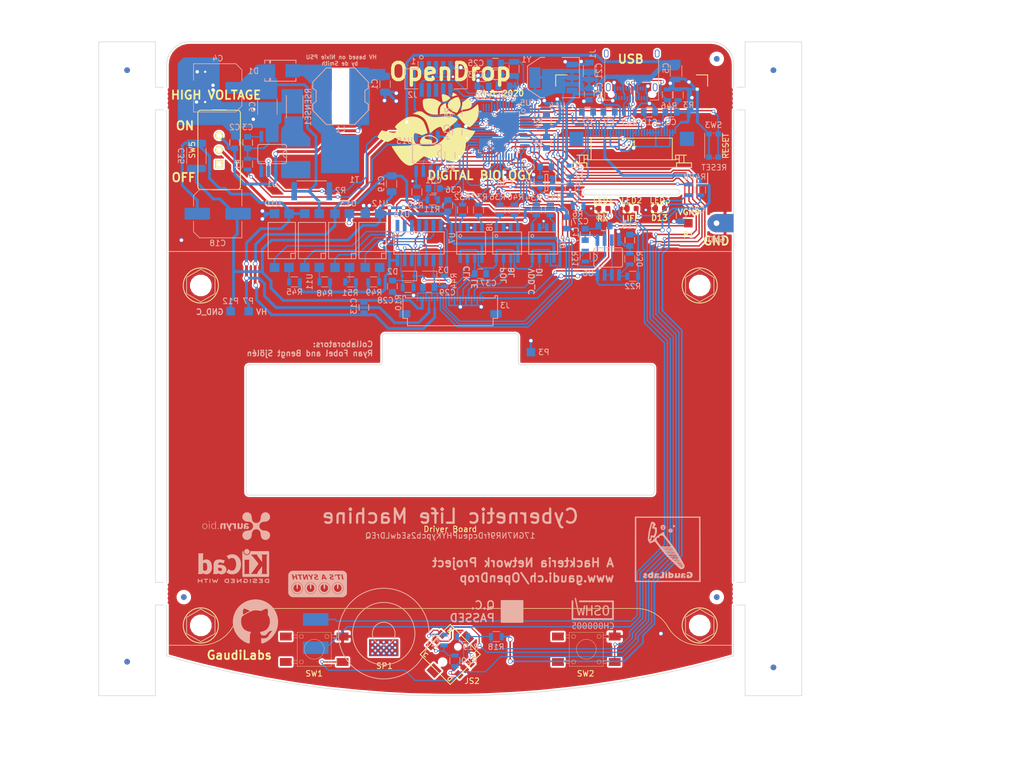
<source format=kicad_pcb>
(kicad_pcb (version 20171130) (host pcbnew 5.0.2-bee76a0~70~ubuntu18.04.1)
  (layers (0 F.Cu signal) (31 B.Cu signal) (34 B.Paste user) (35 F.Paste user) (36 B.SilkS user) (37 F.SilkS user) (38 B.Mask user) (39 F.Mask user) (44 Edge.Cuts user))
  (net 0 "")
  (net 1 "Net-(C1-Pad1)")
  (net 2 "Net-(D1-Pad2)")
  (net 3 GND)
  (net 4 V_HV)
  (net 5 "Net-(RSENSE1-Pad1)")
  (net 6 "Net-(T1-Pad1)")
  (net 7 "Net-(C7-Pad1)")
  (net 8 "Net-(C7-Pad2)")
  (net 9 "Net-(C9-Pad1)")
  (net 10 "Net-(C9-Pad2)")
  (net 11 "Net-(C10-Pad1)")
  (net 12 "Net-(LED1-Pad2)")
  (net 13 CLK)
  (net 14 LE)
  (net 15 DISP_CS)
  (net 16 DISP_RES)
  (net 17 "Net-(LED2-Pad2)")
  (net 18 DISP_SCL)
  (net 19 DISP_SDA)
  (net 20 SW1)
  (net 21 SW2)
  (net 22 DISP_DC)
  (net 23 SPK)
  (net 24 RX_LED)
  (net 25 JOY)
  (net 26 SW3)
  (net 27 BL)
  (net 28 DI)
  (net 29 "Net-(C16-Pad1)")
  (net 30 FEEDBACK)
  (net 31 "Net-(R22-Pad2)")
  (net 32 "Net-(U6-Pad3)")
  (net 33 V_GND)
  (net 34 "Net-(R32-Pad1)")
  (net 35 VDD_C)
  (net 36 CLK_C)
  (net 37 "Net-(R34-Pad1)")
  (net 38 "Net-(R36-Pad1)")
  (net 39 POL)
  (net 40 "Net-(R37-Pad1)")
  (net 41 LE_C)
  (net 42 "Net-(R40-Pad1)")
  (net 43 "Net-(R41-Pad1)")
  (net 44 "Net-(R45-Pad1)")
  (net 45 "Net-(R48-Pad1)")
  (net 46 "Net-(R49-Pad1)")
  (net 47 "Net-(R51-Pad1)")
  (net 48 GND_C)
  (net 49 V_HV_C)
  (net 50 +3V3)
  (net 51 "Net-(C20-Pad1)")
  (net 52 "Net-(C23-Pad2)")
  (net 53 AREF)
  (net 54 "Net-(C25-Pad2)")
  (net 55 AC)
  (net 56 "Net-(R3-Pad1)")
  (net 57 RESET)
  (net 58 SWDIO)
  (net 59 SWCLK)
  (net 60 D+)
  (net 61 "Net-(C3-Pad1)")
  (net 62 D13)
  (net 63 "Net-(R1-Pad1)")
  (net 64 "Net-(R2-Pad2)")
  (net 65 "Net-(LED3-Pad2)")
  (net 66 "Net-(C11-Pad2)")
  (net 67 VSENS)
  (net 68 "Net-(SP1-Pad1)")
  (net 69 "Net-(SP1-Pad2)")
  (net 70 D-)
  (net 71 "Net-(C28-Pad2)")
  (net 72 "Net-(C29-Pad2)")
  (net 73 "Net-(C31-Pad2)")
  (net 74 "Net-(D2-Pad1)")
  (net 75 V_SCK)
  (net 76 V_SI)
  (net 77 V_CS)
  (net 78 "Net-(U10-Pad2)")
  (net 79 "Net-(U11-Pad2)")
  (net 80 "Net-(U12-Pad2)")
  (net 81 "Net-(U13-Pad2)")
  (net 82 V_USB)
  (net 83 "Net-(J1-PadS1)")
  (net 84 "Net-(J1-PadA5)")
  (net 85 "Net-(C11-Pad1)")
  (net 86 SENS_PAD)
  (net 87 "Net-(U16-Pad11)")
  (net 88 "Net-(J1-PadB5)")
  (net 89 "Net-(JS2-Pad1)")
  (net 90 "Net-(JS2-Pad3)")
  (net 91 "Net-(JS2-Pad6)")
  (net 92 BL_C)
  (net 93 DI_C)
  (net 94 POL_C)
  (net 95 DIG1)
  (net 96 DIG0)
  (net 97 "Net-(C8-Pad1)")
  (module GaudiLabsFootPrints:Speaker16mm (layer F.Cu) (at 88.265 135.439)
    (fp_text reference SP1 (at 0.127 5.715) (layer F.SilkS))
    (fp_text value SPEAKER)
    (pad 2 smd rect (at -12 2.5) (size 4.5 2.2) (layers B.Cu B.Paste B.Mask) (net 69 "Net-(SP1-Pad2)"))
    (pad 1 smd rect (at -12 -2.5) (size 4.5 2.2) (layers B.Cu B.Paste B.Mask) (net 68 "Net-(SP1-Pad1)"))
    (pad 3 smd rect (at 0 2.5) (size 5.2 3) (layers F.Cu F.Mask))
    (pad 3 thru_hole circle (at -2 1.5) (size 0.6 0.6) (drill 0.35) (layers *.Cu *.Mask))
    (pad 3 thru_hole circle (at -1.5 2) (size 0.6 0.6) (drill 0.35) (layers *.Cu *.Mask))
    (pad 3 thru_hole circle (at -1 1.5) (size 0.6 0.6) (drill 0.35) (layers *.Cu *.Mask))
    (pad 3 thru_hole circle (at -0.5 2) (size 0.6 0.6) (drill 0.35) (layers *.Cu *.Mask))
    (pad 3 thru_hole circle (at 0 1.5) (size 0.6 0.6) (drill 0.35) (layers *.Cu *.Mask))
    (pad 3 thru_hole circle (at 0.5 2) (size 0.6 0.6) (drill 0.35) (layers *.Cu *.Mask))
    (pad 3 thru_hole circle (at 1 1.5) (size 0.6 0.6) (drill 0.35) (layers *.Cu *.Mask))
    (pad 3 thru_hole circle (at 1.5 2) (size 0.6 0.6) (drill 0.35) (layers *.Cu *.Mask))
    (pad 3 thru_hole circle (at 2 1.5) (size 0.6 0.6) (drill 0.35) (layers *.Cu *.Mask))
    (pad 3 thru_hole circle (at -2 2.5) (size 0.6 0.6) (drill 0.35) (layers *.Cu *.Mask))
    (pad 3 thru_hole circle (at -1.5 3) (size 0.6 0.6) (drill 0.35) (layers *.Cu *.Mask))
    (pad 3 thru_hole circle (at -1 2.5) (size 0.6 0.6) (drill 0.35) (layers *.Cu *.Mask))
    (pad 3 thru_hole circle (at -0.5 3) (size 0.6 0.6) (drill 0.35) (layers *.Cu *.Mask))
    (pad 3 thru_hole circle (at 0 2.5) (size 0.6 0.6) (drill 0.35) (layers *.Cu *.Mask))
    (pad 3 thru_hole circle (at 0.5 3) (size 0.6 0.6) (drill 0.35) (layers *.Cu *.Mask))
    (pad 3 thru_hole circle (at 1 2.5) (size 0.6 0.6) (drill 0.35) (layers *.Cu *.Mask))
    (pad 3 thru_hole circle (at 1.5 3) (size 0.6 0.6) (drill 0.35) (layers *.Cu *.Mask))
    (pad 3 thru_hole circle (at 2 2.5) (size 0.6 0.6) (drill 0.35) (layers *.Cu *.Mask))
    (pad 3 thru_hole circle (at -2 3.5) (size 0.6 0.6) (drill 0.35) (layers *.Cu *.Mask))
    (pad 3 thru_hole circle (at -1 3.5) (size 0.6 0.6) (drill 0.35) (layers *.Cu *.Mask))
    (pad 3 thru_hole circle (at 0 3.5) (size 0.6 0.6) (drill 0.35) (layers *.Cu *.Mask))
    (pad 3 thru_hole circle (at 1 3.5) (size 0.6 0.6) (drill 0.35) (layers *.Cu *.Mask))
    (pad 3 thru_hole circle (at 2 3.5) (size 0.6 0.6) (drill 0.35) (layers *.Cu *.Mask))
  )
  (module GaudiLabsFootPrints:USB_C_Receptacle_Amphenol_12401610E4-2A (layer B.Cu) (at 132 35.9)
    (fp_text reference J1 (at -6.868 -2.749 -270) (layer B.SilkS) (effects (justify mirror)))
    (fp_text value USB_C_Receptacle)
    (pad B12 smd rect (at -3 3.32) (size 0.3 0.7) (layers B.Cu B.Paste B.Mask) (net 3 GND))
    (pad B11 smd rect (at -2.5 3.32) (size 0.3 0.7) (layers B.Cu B.Paste B.Mask))
    (pad B10 smd rect (at -2 3.32) (size 0.3 0.7) (layers B.Cu B.Paste B.Mask))
    (pad B9 smd rect (at -1.5 3.32) (size 0.3 0.7) (layers B.Cu B.Paste B.Mask) (net 82 V_USB))
    (pad B8 smd rect (at -1 3.32) (size 0.3 0.7) (layers B.Cu B.Paste B.Mask))
    (pad B7 smd rect (at -0.5 3.32) (size 0.3 0.7) (layers B.Cu B.Paste B.Mask) (net 70 D-))
    (pad B6 smd rect (at 0 3.32) (size 0.3 0.7) (layers B.Cu B.Paste B.Mask) (net 60 D+))
    (pad B5 smd rect (at 0.5 3.32) (size 0.3 0.7) (layers B.Cu B.Paste B.Mask) (net 88 "Net-(J1-PadB5)"))
    (pad B4 smd rect (at 1 3.32) (size 0.3 0.7) (layers B.Cu B.Paste B.Mask) (net 82 V_USB))
    (pad B3 smd rect (at 1.5 3.32) (size 0.3 0.7) (layers B.Cu B.Paste B.Mask))
    (pad B2 smd rect (at 2 3.32) (size 0.3 0.7) (layers B.Cu B.Paste B.Mask))
    (pad "" np_thru_hole circle (at -3.6 4.36) (size 0.65 0.65) (drill 0.65) (layers *.Cu *.Mask))
    (pad "" np_thru_hole oval (at 3.6 4.36) (size 0.95 0.65) (drill oval 0.95 0.65) (layers *.Cu *.Mask))
    (pad S1 thru_hole oval (at -4.49 -2.84) (size 0.8 1.4) (drill oval 0.5 1.1) (layers *.Cu *.Paste *.Mask) (net 83 "Net-(J1-PadS1)"))
    (pad S1 thru_hole oval (at 4.49 -2.84) (size 0.8 1.4) (drill oval 0.5 1.1) (layers *.Cu *.Paste *.Mask) (net 83 "Net-(J1-PadS1)"))
    (pad S1 thru_hole oval (at 4.13 3.11) (size 0.8 1.4) (drill oval 0.5 1.1) (layers *.Cu *.Paste *.Mask) (net 83 "Net-(J1-PadS1)"))
    (pad B1 smd rect (at 2.5 3.32) (size 0.3 0.7) (layers B.Cu B.Paste B.Mask) (net 3 GND))
    (pad A11 smd rect (at 2.25 5.02) (size 0.3 0.7) (layers B.Cu B.Paste B.Mask))
    (pad A8 smd rect (at 0.75 5.02) (size 0.3 0.7) (layers B.Cu B.Paste B.Mask))
    (pad A9 smd rect (at 1.25 5.02) (size 0.3 0.7) (layers B.Cu B.Paste B.Mask) (net 82 V_USB))
    (pad A10 smd rect (at 1.75 5.02) (size 0.3 0.7) (layers B.Cu B.Paste B.Mask))
    (pad A12 smd rect (at 2.75 5.02) (size 0.3 0.7) (layers B.Cu B.Paste B.Mask) (net 3 GND))
    (pad A7 smd rect (at 0.25 5.02) (size 0.3 0.7) (layers B.Cu B.Paste B.Mask) (net 70 D-))
    (pad A6 smd rect (at -0.25 5.02) (size 0.3 0.7) (layers B.Cu B.Paste B.Mask) (net 60 D+))
    (pad A5 smd rect (at -0.75 5.02) (size 0.3 0.7) (layers B.Cu B.Paste B.Mask) (net 84 "Net-(J1-PadA5)"))
    (pad A4 smd rect (at -1.25 5.02) (size 0.3 0.7) (layers B.Cu B.Paste B.Mask) (net 82 V_USB))
    (pad A3 smd rect (at -1.75 5.02) (size 0.3 0.7) (layers B.Cu B.Paste B.Mask))
    (pad A2 smd rect (at -2.25 5.02) (size 0.3 0.7) (layers B.Cu B.Paste B.Mask))
    (pad A1 smd rect (at -2.75 5.02) (size 0.3 0.7) (layers B.Cu B.Paste B.Mask) (net 3 GND))
    (pad S1 thru_hole oval (at -4.13 3.11) (size 0.8 1.4) (drill oval 0.5 1.1) (layers *.Cu *.Paste *.Mask) (net 83 "Net-(J1-PadS1)"))
  )
  (module GaudiLabsFootPrints:MountingHoleM3 (layer F.Cu) (at 56 134)
    (fp_text reference P15 hide)
    (fp_text value ScrewPad3)
    (pad "" np_thru_hole circle (at 0 0 90) (size 3.2 3.2) (drill 3.2) (layers *.Cu *.Mask))
  )
  (module GaudiLabsFootPrints:FFC_MOLEX_EASYON_05mm_24 (layer B.Cu) (at 100 76.5 180)
    (fp_text reference J3 (at -9.652 -1.021 180) (layer B.SilkS) (effects (justify mirror)))
    (fp_text value Conn_01x24_Female)
    (pad "" smd rect (at -8.05 -2.5 180) (size 2 1.3) (layers B.Cu B.Paste B.Mask))
    (pad "" smd rect (at 8.05 -2.5 180) (size 2 1.3) (layers B.Cu B.Paste B.Mask))
    (pad 1 smd rect (at -5.75 0.2 180) (size 0.3 1) (layers B.Cu B.Paste B.Mask) (net 50 +3V3))
    (pad 2 smd rect (at -5.25 0.2 180) (size 0.3 1) (layers B.Cu B.Paste B.Mask) (net 33 V_GND))
    (pad 3 smd rect (at -4.75 0.2 180) (size 0.3 1) (layers B.Cu B.Paste B.Mask) (net 3 GND))
    (pad 4 smd rect (at -4.25 0.2 180) (size 0.3 1) (layers B.Cu B.Paste B.Mask) (net 93 DI_C))
    (pad 5 smd rect (at -3.75 0.2 180) (size 0.3 1) (layers B.Cu B.Paste B.Mask) (net 3 GND))
    (pad 6 smd rect (at -3.25 0.2 180) (size 0.3 1) (layers B.Cu B.Paste B.Mask) (net 92 BL_C))
    (pad 7 smd rect (at -2.75 0.2 180) (size 0.3 1) (layers B.Cu B.Paste B.Mask) (net 3 GND))
    (pad 8 smd rect (at -2.25 0.2 180) (size 0.3 1) (layers B.Cu B.Paste B.Mask) (net 94 POL_C))
    (pad 9 smd rect (at -1.75 0.2 180) (size 0.3 1) (layers B.Cu B.Paste B.Mask) (net 3 GND))
    (pad 10 smd rect (at -1.25 0.2 180) (size 0.3 1) (layers B.Cu B.Paste B.Mask) (net 41 LE_C))
    (pad 11 smd rect (at -0.75 0.2 180) (size 0.3 1) (layers B.Cu B.Paste B.Mask) (net 3 GND))
    (pad 12 smd rect (at -0.25 0.2 180) (size 0.3 1) (layers B.Cu B.Paste B.Mask) (net 36 CLK_C))
    (pad 13 smd rect (at 0.25 0.2 180) (size 0.3 1) (layers B.Cu B.Paste B.Mask) (net 3 GND))
    (pad 14 smd rect (at 0.75 0.2 180) (size 0.3 1) (layers B.Cu B.Paste B.Mask) (net 95 DIG1))
    (pad 15 smd rect (at 1.25 0.2 180) (size 0.3 1) (layers B.Cu B.Paste B.Mask) (net 96 DIG0))
    (pad 16 smd rect (at 1.75 0.2 180) (size 0.3 1) (layers B.Cu B.Paste B.Mask) (net 86 SENS_PAD))
    (pad 17 smd rect (at 2.25 0.2 180) (size 0.3 1) (layers B.Cu B.Paste B.Mask) (net 3 GND))
    (pad 18 smd rect (at 2.75 0.2 180) (size 0.3 1) (layers B.Cu B.Paste B.Mask) (net 35 VDD_C))
    (pad 19 smd rect (at 3.25 0.2 180) (size 0.3 1) (layers B.Cu B.Paste B.Mask) (net 3 GND))
    (pad 20 smd rect (at 3.75 0.2 180) (size 0.3 1) (layers B.Cu B.Paste B.Mask) (net 49 V_HV_C))
    (pad 21 smd rect (at 4.25 0.2 180) (size 0.3 1) (layers B.Cu B.Paste B.Mask) (net 3 GND))
    (pad 22 smd rect (at 4.75 0.2 180) (size 0.3 1) (layers B.Cu B.Paste B.Mask) (net 48 GND_C))
    (pad 23 smd rect (at 5.25 0.2 180) (size 0.3 1) (layers B.Cu B.Paste B.Mask) (net 48 GND_C))
    (pad 24 smd rect (at 5.75 0.2 180) (size 0.3 1) (layers B.Cu B.Paste B.Mask) (net 3 GND))
  )
  (module Fiducials:Fiducial_1mm_Dia_2.54mm_Outer_CopperBottom (layer F.Cu) (at 157 36)
    (fp_text reference REF** hide)
    (fp_text value Fiducial_1mm_Dia_2.54mm_Outer_CopperBottom)
    (pad ~ smd circle (at 0 0) (size 1 1) (layers B.Cu B.Mask) (clearance 0.77))
  )
  (module Fiducials:Fiducial_1mm_Dia_2.54mm_Outer_CopperBottom (layer F.Cu) (at 157 141.4)
    (fp_text reference REF** hide)
    (fp_text value Fiducial_1mm_Dia_2.54mm_Outer_CopperBottom)
    (pad ~ smd circle (at 0 0) (size 1 1) (layers B.Cu B.Mask) (clearance 0.77))
  )
  (module Fiducials:Fiducial_1mm_Dia_2.54mm_Outer_CopperBottom (layer F.Cu) (at 43 140.4)
    (fp_text reference REF** hide)
    (fp_text value Fiducial_1mm_Dia_2.54mm_Outer_CopperBottom)
    (pad ~ smd circle (at 0 0) (size 1 1) (layers B.Cu B.Mask) (clearance 0.77))
  )
  (module Fiducials:Fiducial_1mm_Dia_2.54mm_Outer_CopperBottom (layer F.Cu) (at 43 36)
    (fp_text reference REF** hide)
    (fp_text value Fiducial_1mm_Dia_2.54mm_Outer_CopperBottom)
    (pad ~ smd circle (at 0 0) (size 1 1) (layers B.Cu B.Mask) (clearance 0.77))
  )
  (module Fiducials:Fiducial_1mm_Dia_2.54mm_Outer_CopperBottom (layer B.Cu) (at 43 140.4)
    (fp_text reference REF** hide)
    (fp_text value Fiducial_1mm_Dia_2.54mm_Outer_CopperBottom)
    (pad ~ smd circle (at 0 0) (size 1 1) (layers F.Cu F.Mask) (clearance 0.77))
  )
  (module Fiducials:Fiducial_1mm_Dia_2.54mm_Outer_CopperBottom (layer B.Cu) (at 43 36)
    (fp_text reference REF** hide)
    (fp_text value Fiducial_1mm_Dia_2.54mm_Outer_CopperBottom)
    (pad ~ smd circle (at 0 0) (size 1 1) (layers F.Cu F.Mask) (clearance 0.77))
  )
  (module Fiducials:Fiducial_1mm_Dia_2.54mm_Outer_CopperBottom (layer B.Cu) (at 157 141.4)
    (fp_text reference REF** hide)
    (fp_text value Fiducial_1mm_Dia_2.54mm_Outer_CopperBottom)
    (pad ~ smd circle (at 0 0) (size 1 1) (layers F.Cu F.Mask) (clearance 0.77))
  )
  (module Fiducials:Fiducial_1mm_Dia_2.54mm_Outer_CopperBottom (layer B.Cu) (at 157 36)
    (fp_text reference REF** hide)
    (fp_text value Fiducial_1mm_Dia_2.54mm_Outer_CopperBottom)
    (pad ~ smd circle (at 0 0) (size 1 1) (layers F.Cu F.Mask) (clearance 0.77))
  )
  (module Capacitors_SMD:C_0805 (layer B.Cu) (at 107.95 34.757)
    (fp_text reference C25 (at -3.429 0 180) (layer B.SilkS) (effects (justify mirror)))
    (fp_text value 22pF)
    (pad 2 smd rect (at 1 0) (size 1 1.25) (layers B.Cu B.Paste B.Mask) (net 54 "Net-(C25-Pad2)"))
    (pad 1 smd rect (at -1 0) (size 1 1.25) (layers B.Cu B.Paste B.Mask) (net 3 GND))
  )
  (module Crystals:Crystal_SMD_3215-2pin_3.2x1.5mm (layer B.Cu) (at 111.252 35.773 270)
    (fp_text reference Y1 (at -1.651 -2.159) (layer B.SilkS) (effects (justify mirror)))
    (fp_text value 32.765)
    (pad 2 smd rect (at -1.25 0 270) (size 1 1.8) (layers B.Cu B.Paste B.Mask) (net 54 "Net-(C25-Pad2)"))
    (pad 1 smd rect (at 1.25 0 270) (size 1 1.8) (layers B.Cu B.Paste B.Mask) (net 52 "Net-(C23-Pad2)"))
  )
  (module GaudiLabsLogos:FLUXL_S2 (layer F.Cu) (at 96.266 46.441)
    (fp_text reference G*** hide)
    (fp_text value LOGO hide)
  )
  (module Capacitors_SMD:C_0805 (layer B.Cu) (at 101.219 46.949 270)
    (fp_text reference C14 (at 0 1.778 270) (layer B.SilkS) (effects (justify mirror)))
    (fp_text value 100nF)
    (pad 1 smd rect (at -1 0 270) (size 1 1.25) (layers B.Cu B.Paste B.Mask) (net 50 +3V3))
    (pad 2 smd rect (at 1 0 270) (size 1 1.25) (layers B.Cu B.Paste B.Mask) (net 3 GND))
  )
  (module GaudiLabsFootPrints:SMD_DIP4 (layer B.Cu) (at 86.281 66.067 90)
    (fp_text reference U12 (at 6.545 1.349 180) (layer B.SilkS) (effects (justify mirror)))
    (fp_text value AQY210EH)
    (pad 2 smd rect (at -4.75 -1.27 90) (size 1.6 1.7) (layers B.Cu B.Paste B.Mask) (net 80 "Net-(U12-Pad2)"))
    (pad 1 smd rect (at -4.75 1.27 90) (size 1.6 1.7) (layers B.Cu B.Paste B.Mask) (net 46 "Net-(R49-Pad1)"))
    (pad 4 smd rect (at 4.75 1.27 90) (size 1.6 1.7) (layers B.Cu B.Paste B.Mask) (net 48 GND_C))
    (pad 3 smd rect (at 4.75 -1.27 90) (size 1.6 1.7) (layers B.Cu B.Paste B.Mask) (net 3 GND))
  )
  (module Resistors_SMD:R_0805 (layer B.Cu) (at 102.156 60.6695 90)
    (fp_text reference R32 (at 2.2905 -0.048 180) (layer B.SilkS) (effects (justify mirror)))
    (fp_text value 220)
    (pad 1 smd rect (at -0.95 0 90) (size 0.7 1.3) (layers B.Cu B.Paste B.Mask) (net 34 "Net-(R32-Pad1)"))
    (pad 2 smd rect (at 0.95 0 90) (size 0.7 1.3) (layers B.Cu B.Paste B.Mask) (net 13 CLK))
  )
  (module GaudiLabsFootPrints:HCPL_Optocoupler_SMD (layer B.Cu) (at 116.38 66.5115)
    (fp_text reference U9 (at 3.508 -0.0045 90) (layer B.SilkS) (effects (justify mirror)))
    (fp_text value ACPL-024L-000E)
    (pad 5 smd rect (at 1.905 2.7325) (size 0.61 1.52) (layers B.Cu B.Paste B.Mask) (net 48 GND_C))
    (pad 6 smd rect (at 0.635 2.7325) (size 0.61 1.52) (layers B.Cu B.Paste B.Mask))
    (pad 7 smd rect (at -0.635 2.7325) (size 0.61 1.52) (layers B.Cu B.Paste B.Mask) (net 93 DI_C))
    (pad 8 smd rect (at -1.905 2.7325) (size 0.61 1.52) (layers B.Cu B.Paste B.Mask) (net 35 VDD_C))
    (pad 1 smd rect (at -1.905 -2.7325) (size 0.61 1.52) (layers B.Cu B.Paste B.Mask) (net 37 "Net-(R34-Pad1)"))
    (pad 2 smd rect (at -0.635 -2.7325) (size 0.61 1.52) (layers B.Cu B.Paste B.Mask) (net 3 GND))
    (pad 3 smd rect (at 0.635 -2.7325) (size 0.61 1.52) (layers B.Cu B.Paste B.Mask) (net 3 GND))
    (pad 4 smd rect (at 1.905 -2.7325) (size 0.61 1.52) (layers B.Cu B.Paste B.Mask) (net 43 "Net-(R41-Pad1)"))
  )
  (module GaudiLabsFootPrints:HCPL_Optocoupler_SMD (layer B.Cu) (at 110.03 66.5115)
    (fp_text reference U8 (at -3.096 -3.0525 90) (layer B.SilkS) (effects (justify mirror)))
    (fp_text value "ACPL-024L-000E ")
    (pad 4 smd rect (at 1.905 -2.7325) (size 0.61 1.52) (layers B.Cu B.Paste B.Mask) (net 42 "Net-(R40-Pad1)"))
    (pad 3 smd rect (at 0.635 -2.7325) (size 0.61 1.52) (layers B.Cu B.Paste B.Mask) (net 3 GND))
    (pad 2 smd rect (at -0.635 -2.7325) (size 0.61 1.52) (layers B.Cu B.Paste B.Mask) (net 3 GND))
    (pad 1 smd rect (at -1.905 -2.7325) (size 0.61 1.52) (layers B.Cu B.Paste B.Mask) (net 38 "Net-(R36-Pad1)"))
    (pad 8 smd rect (at -1.905 2.7325) (size 0.61 1.52) (layers B.Cu B.Paste B.Mask) (net 35 VDD_C))
    (pad 7 smd rect (at -0.635 2.7325) (size 0.61 1.52) (layers B.Cu B.Paste B.Mask) (net 94 POL_C))
    (pad 6 smd rect (at 0.635 2.7325) (size 0.61 1.52) (layers B.Cu B.Paste B.Mask) (net 92 BL_C))
    (pad 5 smd rect (at 1.905 2.7325) (size 0.61 1.52) (layers B.Cu B.Paste B.Mask) (net 48 GND_C))
  )
  (module Resistors_SMD:R_0805 (layer B.Cu) (at 64.262 52.578 90)
    (fp_text reference R1 (at -0.086 -1.651 90) (layer B.SilkS) (effects (justify mirror)))
    (fp_text value 6.8k)
    (pad 1 smd rect (at -0.95 0 90) (size 0.7 1.3) (layers B.Cu B.Paste B.Mask) (net 63 "Net-(R1-Pad1)"))
    (pad 2 smd rect (at 0.95 0 90) (size 0.7 1.3) (layers B.Cu B.Paste B.Mask) (net 3 GND))
  )
  (module Resistors_SMD:R_0805 (layer B.Cu) (at 101.219 43.393 270)
    (fp_text reference R5 (at 0.127 1.651 90) (layer B.SilkS) (effects (justify mirror)))
    (fp_text value 10k)
    (pad 1 smd rect (at -0.95 0 270) (size 0.7 1.3) (layers B.Cu B.Paste B.Mask) (net 57 RESET))
    (pad 2 smd rect (at 0.95 0 270) (size 0.7 1.3) (layers B.Cu B.Paste B.Mask) (net 50 +3V3))
  )
  (module Resistors_SMD:R_0805 (layer B.Cu) (at 108.1278 135.9662)
    (fp_text reference R18 (at -0.0508 1.8288) (layer B.SilkS) (effects (justify mirror)))
    (fp_text value 10k)
    (pad 1 smd rect (at -0.95 0) (size 0.7 1.3) (layers B.Cu B.Paste B.Mask) (net 25 JOY))
    (pad 2 smd rect (at 0.95 0) (size 0.7 1.3) (layers B.Cu B.Paste B.Mask) (net 50 +3V3))
  )
  (module Resistors_SMD:R_0805 (layer B.Cu) (at 102.1334 135.9662)
    (fp_text reference R19 (at 1.4986 1.8288) (layer B.SilkS) (effects (justify mirror)))
    (fp_text value 10k)
    (pad 1 smd rect (at -0.95 0) (size 0.7 1.3) (layers B.Cu B.Paste B.Mask) (net 91 "Net-(JS2-Pad6)"))
    (pad 2 smd rect (at 0.95 0) (size 0.7 1.3) (layers B.Cu B.Paste B.Mask) (net 25 JOY))
  )
  (module Resistors_SMD:R_0805 (layer B.Cu) (at 100.8126 140.2334 270)
    (fp_text reference R20 (at -0.0254 -2.5654) (layer B.SilkS) (effects (justify mirror)))
    (fp_text value 10k)
    (pad 1 smd rect (at -0.95 0 270) (size 0.7 1.3) (layers B.Cu B.Paste B.Mask) (net 90 "Net-(JS2-Pad3)"))
    (pad 2 smd rect (at 0.95 0 270) (size 0.7 1.3) (layers B.Cu B.Paste B.Mask) (net 91 "Net-(JS2-Pad6)"))
  )
  (module Resistors_SMD:R_0805 (layer B.Cu) (at 98.8822 136.5758 270)
    (fp_text reference R21 (at 0.0762 1.6002 270) (layer B.SilkS) (effects (justify mirror)))
    (fp_text value 10k)
    (pad 1 smd rect (at -0.95 0 270) (size 0.7 1.3) (layers B.Cu B.Paste B.Mask) (net 89 "Net-(JS2-Pad1)"))
    (pad 2 smd rect (at 0.95 0 270) (size 0.7 1.3) (layers B.Cu B.Paste B.Mask) (net 90 "Net-(JS2-Pad3)"))
  )
  (module Resistors_SMD:R_0805 (layer B.Cu) (at 132.176 72.36304 180)
    (fp_text reference R22 (at 0 -1.778 180) (layer B.SilkS) (effects (justify mirror)))
    (fp_text value 10k)
    (pad 1 smd rect (at -0.95 0 180) (size 0.7 1.3) (layers B.Cu B.Paste B.Mask) (net 50 +3V3))
    (pad 2 smd rect (at 0.95 0 180) (size 0.7 1.3) (layers B.Cu B.Paste B.Mask) (net 31 "Net-(R22-Pad2)"))
  )
  (module Resistors_SMD:R_0805 (layer B.Cu) (at 131.668 69.31504 90)
    (fp_text reference R30 (at 0 1.778 90) (layer B.SilkS) (effects (justify mirror)))
    (fp_text value 10k)
    (pad 1 smd rect (at -0.95 0 90) (size 0.7 1.3) (layers B.Cu B.Paste B.Mask) (net 31 "Net-(R22-Pad2)"))
    (pad 2 smd rect (at 0.95 0 90) (size 0.7 1.3) (layers B.Cu B.Paste B.Mask) (net 3 GND))
  )
  (module Resistors_SMD:R_0805 (layer B.Cu) (at 123.794 68.80704 90)
    (fp_text reference R31 (at -0.49396 -1.747 90) (layer B.SilkS) (effects (justify mirror)))
    (fp_text value 15k)
    (pad 1 smd rect (at -0.95 0 90) (size 0.7 1.3) (layers B.Cu B.Paste B.Mask) (net 30 FEEDBACK))
    (pad 2 smd rect (at 0.95 0 90) (size 0.7 1.3) (layers B.Cu B.Paste B.Mask) (net 29 "Net-(C16-Pad1)"))
  )
  (module Resistors_SMD:R_0805 (layer B.Cu) (at 98.984 73.203 270)
    (fp_text reference R44 (at 0 -1.651 270) (layer B.SilkS) (effects (justify mirror)))
    (fp_text value 10k)
    (pad 1 smd rect (at -0.95 0 270) (size 0.7 1.3) (layers B.Cu B.Paste B.Mask) (net 74 "Net-(D2-Pad1)"))
    (pad 2 smd rect (at 0.95 0 270) (size 0.7 1.3) (layers B.Cu B.Paste B.Mask) (net 72 "Net-(C29-Pad2)"))
  )
  (module Resistors_SMD:R_0805 (layer B.Cu) (at 72.517 73.365)
    (fp_text reference R45 (at 0 1.778) (layer B.SilkS) (effects (justify mirror)))
    (fp_text value 220)
    (pad 1 smd rect (at -0.95 0) (size 0.7 1.3) (layers B.Cu B.Paste B.Mask) (net 44 "Net-(R45-Pad1)"))
    (pad 2 smd rect (at 0.95 0) (size 0.7 1.3) (layers B.Cu B.Paste B.Mask) (net 82 V_USB))
  )
  (module Resistors_SMD:R_0805 (layer B.Cu) (at 77.851 73.365)
    (fp_text reference R48 (at 0 2.032) (layer B.SilkS) (effects (justify mirror)))
    (fp_text value 220)
    (pad 1 smd rect (at -0.95 0) (size 0.7 1.3) (layers B.Cu B.Paste B.Mask) (net 45 "Net-(R48-Pad1)"))
    (pad 2 smd rect (at 0.95 0) (size 0.7 1.3) (layers B.Cu B.Paste B.Mask) (net 82 V_USB))
  )
  (module Resistors_SMD:R_0805 (layer B.Cu) (at 86.487 73.365 180)
    (fp_text reference R49 (at -0.051 -1.87 180) (layer B.SilkS) (effects (justify mirror)))
    (fp_text value 220)
    (pad 1 smd rect (at -0.95 0 180) (size 0.7 1.3) (layers B.Cu B.Paste B.Mask) (net 46 "Net-(R49-Pad1)"))
    (pad 2 smd rect (at 0.95 0 180) (size 0.7 1.3) (layers B.Cu B.Paste B.Mask) (net 82 V_USB))
  )
  (module Resistors_SMD:R_0805 (layer B.Cu) (at 82.423 73.365)
    (fp_text reference R51 (at -0.076 1.9335) (layer B.SilkS) (effects (justify mirror)))
    (fp_text value 220)
    (pad 1 smd rect (at -0.95 0) (size 0.7 1.3) (layers B.Cu B.Paste B.Mask) (net 47 "Net-(R51-Pad1)"))
    (pad 2 smd rect (at 0.95 0) (size 0.7 1.3) (layers B.Cu B.Paste B.Mask) (net 82 V_USB))
  )
  (module Resistors_SMD:R_0805 (layer B.Cu) (at 117.65 60.6695 90)
    (fp_text reference R41 (at 2.2905 0.587 180) (layer B.SilkS) (effects (justify mirror)))
    (fp_text value 220)
    (pad 1 smd rect (at -0.95 0 90) (size 0.7 1.3) (layers B.Cu B.Paste B.Mask) (net 43 "Net-(R41-Pad1)"))
    (pad 2 smd rect (at 0.95 0 90) (size 0.7 1.3) (layers B.Cu B.Paste B.Mask))
  )
  (module Resistors_SMD:R_0805 (layer B.Cu) (at 140.208 40.345 90)
    (fp_text reference R3 (at -1.7938 1.829 180) (layer B.SilkS) (effects (justify mirror)))
    (fp_text value 390k)
    (pad 1 smd rect (at -0.95 0 90) (size 0.7 1.3) (layers B.Cu B.Paste B.Mask) (net 56 "Net-(R3-Pad1)"))
    (pad 2 smd rect (at 0.95 0 90) (size 0.7 1.3) (layers B.Cu B.Paste B.Mask) (net 3 GND))
  )
  (module Resistors_SMD:R_0805 (layer B.Cu) (at 144.145 57.109 270)
    (fp_text reference R4 (at -2.286 0) (layer B.SilkS) (effects (justify mirror)))
    (fp_text value 390)
    (pad 1 smd rect (at -0.95 0 270) (size 0.7 1.3) (layers B.Cu B.Paste B.Mask) (net 50 +3V3))
    (pad 2 smd rect (at 0.95 0 270) (size 0.7 1.3) (layers B.Cu B.Paste B.Mask) (net 17 "Net-(LED2-Pad2)"))
  )
  (module Resistors_SMD:R_0805 (layer B.Cu) (at 122.555 59.903)
    (fp_text reference R6 (at -0.08 1.472) (layer B.SilkS) (effects (justify mirror)))
    (fp_text value 390)
    (pad 1 smd rect (at -0.95 0) (size 0.7 1.3) (layers B.Cu B.Paste B.Mask) (net 24 RX_LED))
    (pad 2 smd rect (at 0.95 0) (size 0.7 1.3) (layers B.Cu B.Paste B.Mask) (net 12 "Net-(LED1-Pad2)"))
  )
  (module Resistors_SMD:R_0805 (layer B.Cu) (at 142.113 57.109 270)
    (fp_text reference R8 (at -2.286 0) (layer B.SilkS) (effects (justify mirror)))
    (fp_text value 390)
    (pad 1 smd rect (at -0.95 0 270) (size 0.7 1.3) (layers B.Cu B.Paste B.Mask) (net 62 D13))
    (pad 2 smd rect (at 0.95 0 270) (size 0.7 1.3) (layers B.Cu B.Paste B.Mask) (net 65 "Net-(LED3-Pad2)"))
  )
  (module Resistors_SMD:R_0805 (layer B.Cu) (at 115.175 60.675 90)
    (fp_text reference R34 (at 2.169 -0.494 180) (layer B.SilkS) (effects (justify mirror)))
    (fp_text value 220)
    (pad 1 smd rect (at -0.95 0 90) (size 0.7 1.3) (layers B.Cu B.Paste B.Mask) (net 37 "Net-(R34-Pad1)"))
    (pad 2 smd rect (at 0.95 0 90) (size 0.7 1.3) (layers B.Cu B.Paste B.Mask) (net 28 DI))
  )
  (module Resistors_SMD:R_0805 (layer B.Cu) (at 108.76 60.6695 90)
    (fp_text reference R36 (at 2.2905 -0.429 180) (layer B.SilkS) (effects (justify mirror)))
    (fp_text value 220)
    (pad 1 smd rect (at -0.95 0 90) (size 0.7 1.3) (layers B.Cu B.Paste B.Mask) (net 38 "Net-(R36-Pad1)"))
    (pad 2 smd rect (at 0.95 0 90) (size 0.7 1.3) (layers B.Cu B.Paste B.Mask) (net 39 POL))
  )
  (module Resistors_SMD:R_0805 (layer B.Cu) (at 104.975 60.675 90)
    (fp_text reference R37 (at 2.296 0.181 180) (layer B.SilkS) (effects (justify mirror)))
    (fp_text value 220)
    (pad 1 smd rect (at -0.95 0 90) (size 0.7 1.3) (layers B.Cu B.Paste B.Mask) (net 40 "Net-(R37-Pad1)"))
    (pad 2 smd rect (at 0.95 0 90) (size 0.7 1.3) (layers B.Cu B.Paste B.Mask) (net 14 LE))
  )
  (module Resistors_SMD:R_0805 (layer B.Cu) (at 111.3 60.6695 90)
    (fp_text reference R40 (at 2.2905 0.206 180) (layer B.SilkS) (effects (justify mirror)))
    (fp_text value 220)
    (pad 1 smd rect (at -0.95 0 90) (size 0.7 1.3) (layers B.Cu B.Paste B.Mask) (net 42 "Net-(R40-Pad1)"))
    (pad 2 smd rect (at 0.95 0 90) (size 0.7 1.3) (layers B.Cu B.Paste B.Mask) (net 27 BL))
  )
  (module Resistors_SMD:R_0805 (layer B.Cu) (at 99.949 51.013 90)
    (fp_text reference R9 (at -2.413 0 180) (layer B.SilkS) (effects (justify mirror)))
    (fp_text value 390k)
    (pad 1 smd rect (at -0.95 0 90) (size 0.7 1.3) (layers B.Cu B.Paste B.Mask) (net 67 VSENS))
    (pad 2 smd rect (at 0.95 0 90) (size 0.7 1.3) (layers B.Cu B.Paste B.Mask) (net 63 "Net-(R1-Pad1)"))
  )
  (module Resistors_SMD:R_0805 (layer B.Cu) (at 92.568 74.346 180)
    (fp_text reference R10 (at 1.712 -2.667 270) (layer B.SilkS) (effects (justify mirror)))
    (fp_text value 10k)
    (pad 1 smd rect (at -0.95 0 180) (size 0.7 1.3) (layers B.Cu B.Paste B.Mask) (net 74 "Net-(D2-Pad1)"))
    (pad 2 smd rect (at 0.95 0 180) (size 0.7 1.3) (layers B.Cu B.Paste B.Mask) (net 71 "Net-(C28-Pad2)"))
  )
  (module Resistors_SMD:R_0805 (layer B.Cu) (at 96.901 58.887)
    (fp_text reference R11 (at -0.127 1.651) (layer B.SilkS) (effects (justify mirror)))
    (fp_text value 15k)
    (pad 1 smd rect (at -0.95 0) (size 0.7 1.3) (layers B.Cu B.Paste B.Mask) (net 73 "Net-(C31-Pad2)"))
    (pad 2 smd rect (at 0.95 0) (size 0.7 1.3) (layers B.Cu B.Paste B.Mask) (net 50 +3V3))
  )
  (module GaudiLabsFootPrints:D-Pak_TO252AA (layer B.Cu) (at 78.232 50.8 90)
    (fp_text reference T1 (at -4.531 4.826 180) (layer B.SilkS) (effects (justify mirror)))
    (fp_text value TK560P60Y)
    (pad 3 smd rect (at 2.18 -4.3 90) (size 1.55 2.78) (layers B.Cu B.Paste B.Mask) (net 5 "Net-(RSENSE1-Pad1)"))
    (pad 2 smd rect (at 0 2.335 90) (size 6.74 6.73) (layers B.Cu B.Paste B.Mask) (net 2 "Net-(D1-Pad2)"))
    (pad 1 smd rect (at -2.18 -4.3 90) (size 1.55 2.78) (layers B.Cu B.Paste B.Mask) (net 6 "Net-(T1-Pad1)"))
  )
  (module GaudiLabsFootPrints:SMD_DIP4 (layer B.Cu) (at 75.613 66.067 90)
    (fp_text reference U11 (at -7.298 -0.429 90) (layer B.SilkS) (effects (justify mirror)))
    (fp_text value AQY210EH)
    (pad 2 smd rect (at -4.75 -1.27 90) (size 1.6 1.7) (layers B.Cu B.Paste B.Mask) (net 79 "Net-(U11-Pad2)"))
    (pad 1 smd rect (at -4.75 1.27 90) (size 1.6 1.7) (layers B.Cu B.Paste B.Mask) (net 45 "Net-(R48-Pad1)"))
    (pad 4 smd rect (at 4.75 1.27 90) (size 1.6 1.7) (layers B.Cu B.Paste B.Mask) (net 4 V_HV))
    (pad 3 smd rect (at 4.75 -1.27 90) (size 1.6 1.7) (layers B.Cu B.Paste B.Mask) (net 49 V_HV_C))
  )
  (module GaudiLabsFootPrints:SMD_DIP4 (layer B.Cu) (at 70.279 66.067 90)
    (fp_text reference U10 (at 6.545 -1.572) (layer B.SilkS) (effects (justify mirror)))
    (fp_text value AQY210EH)
    (pad 2 smd rect (at -4.75 -1.27 90) (size 1.6 1.7) (layers B.Cu B.Paste B.Mask) (net 78 "Net-(U10-Pad2)"))
    (pad 1 smd rect (at -4.75 1.27 90) (size 1.6 1.7) (layers B.Cu B.Paste B.Mask) (net 44 "Net-(R45-Pad1)"))
    (pad 4 smd rect (at 4.75 1.27 90) (size 1.6 1.7) (layers B.Cu B.Paste B.Mask) (net 49 V_HV_C))
    (pad 3 smd rect (at 4.75 -1.27 90) (size 1.6 1.7) (layers B.Cu B.Paste B.Mask) (net 3 GND))
  )
  (module GaudiLabsFootPrints:SMD_DIP4 (layer B.Cu) (at 80.947 66.067 90)
    (fp_text reference U13 (at 6.545 1.095) (layer B.SilkS) (effects (justify mirror)))
    (fp_text value AQY210EH)
    (pad 2 smd rect (at -4.75 -1.27 90) (size 1.6 1.7) (layers B.Cu B.Paste B.Mask) (net 81 "Net-(U13-Pad2)"))
    (pad 1 smd rect (at -4.75 1.27 90) (size 1.6 1.7) (layers B.Cu B.Paste B.Mask) (net 47 "Net-(R51-Pad1)"))
    (pad 4 smd rect (at 4.75 1.27 90) (size 1.6 1.7) (layers B.Cu B.Paste B.Mask) (net 82 V_USB))
    (pad 3 smd rect (at 4.75 -1.27 90) (size 1.6 1.7) (layers B.Cu B.Paste B.Mask) (net 35 VDD_C))
  )
  (module GaudiLabsFootPrints:HCPL_Optocoupler_SMD (layer B.Cu) (at 103.68 66.5115)
    (fp_text reference U7 (at -3.35 -0.8935 90) (layer B.SilkS) (effects (justify mirror)))
    (fp_text value "ACPL-024L-000E ")
    (pad 5 smd rect (at 1.905 2.7325) (size 0.61 1.52) (layers B.Cu B.Paste B.Mask) (net 48 GND_C))
    (pad 6 smd rect (at 0.635 2.7325) (size 0.61 1.52) (layers B.Cu B.Paste B.Mask) (net 41 LE_C))
    (pad 7 smd rect (at -0.635 2.7325) (size 0.61 1.52) (layers B.Cu B.Paste B.Mask) (net 36 CLK_C))
    (pad 8 smd rect (at -1.905 2.7325) (size 0.61 1.52) (layers B.Cu B.Paste B.Mask) (net 35 VDD_C))
    (pad 1 smd rect (at -1.905 -2.7325) (size 0.61 1.52) (layers B.Cu B.Paste B.Mask) (net 34 "Net-(R32-Pad1)"))
    (pad 2 smd rect (at -0.635 -2.7325) (size 0.61 1.52) (layers B.Cu B.Paste B.Mask) (net 3 GND))
    (pad 3 smd rect (at 0.635 -2.7325) (size 0.61 1.52) (layers B.Cu B.Paste B.Mask) (net 3 GND))
    (pad 4 smd rect (at 1.905 -2.7325) (size 0.61 1.52) (layers B.Cu B.Paste B.Mask) (net 40 "Net-(R37-Pad1)"))
  )
  (module Capacitors_SMD:C_0805 (layer B.Cu) (at 123.794 64.99704 90)
    (fp_text reference C17 (at -0.11296 -1.62 90) (layer B.SilkS) (effects (justify mirror)))
    (fp_text value 1pF)
    (pad 1 smd rect (at -1 0 90) (size 1 1.25) (layers B.Cu B.Paste B.Mask) (net 30 FEEDBACK))
    (pad 2 smd rect (at 1 0 90) (size 1 1.25) (layers B.Cu B.Paste B.Mask) (net 29 "Net-(C16-Pad1)"))
  )
  (module GaudiLabsFootPrints:Switch_On-On (layer F.Cu) (at 59.23 50.065 90)
    (fp_text reference SW5 (at 0 -4.75 90) (layer F.SilkS))
    (fp_text value SPST)
    (pad 3 thru_hole rect (at -2.54 0 90) (size 1.397 1.397) (drill 0.8128) (layers *.Cu *.Mask F.SilkS))
    (pad 2 thru_hole circle (at 0 0 90) (size 1.397 1.397) (drill 0.8128) (layers *.Cu *.Mask F.SilkS) (net 82 V_USB))
    (pad 1 thru_hole circle (at 2.54 0 90) (size 1.397 1.397) (drill 0.8128) (layers *.Cu *.Mask F.SilkS) (net 1 "Net-(C1-Pad1)"))
  )
  (module GaudiLabsFootPrints:SO08 (layer B.Cu) (at 127.858 69.06104)
    (fp_text reference U6 (at -3.525 2.77996) (layer B.SilkS) (effects (justify mirror)))
    (fp_text value MCP6002)
    (pad 5 smd rect (at 1.905 3.0734) (size 0.6604 2.032) (layers B.Cu B.Paste B.Mask) (net 31 "Net-(R22-Pad2)"))
    (pad 6 smd rect (at 0.635 3.0734) (size 0.6604 2.032) (layers B.Cu B.Paste B.Mask) (net 32 "Net-(U6-Pad3)"))
    (pad 7 smd rect (at -0.635 3.0734) (size 0.6604 2.032) (layers B.Cu B.Paste B.Mask) (net 32 "Net-(U6-Pad3)"))
    (pad 8 smd rect (at -1.905 3.0734) (size 0.6604 2.032) (layers B.Cu B.Paste B.Mask) (net 50 +3V3))
    (pad 1 smd rect (at -1.905 -3.0734) (size 0.6604 2.032) (layers B.Cu B.Paste B.Mask) (net 30 FEEDBACK))
    (pad 2 smd rect (at -0.635 -3.0734) (size 0.6604 2.032) (layers B.Cu B.Paste B.Mask) (net 29 "Net-(C16-Pad1)"))
    (pad 3 smd rect (at 0.635 -3.0734) (size 0.6604 2.032) (layers B.Cu B.Paste B.Mask) (net 32 "Net-(U6-Pad3)"))
    (pad 4 smd rect (at 1.905 -3.0734) (size 0.6604 2.032) (layers B.Cu B.Paste B.Mask) (net 3 GND))
  )
  (module Resistors_SMD:R_2512 (layer B.Cu) (at 75.565 57.363)
    (fp_text reference R2 (at 5.08 -0.127) (layer B.SilkS) (effects (justify mirror)))
    (fp_text value 1M5)
    (pad 1 smd rect (at -3.1 0) (size 1 3.2) (layers B.Cu B.Paste B.Mask) (net 4 V_HV))
    (pad 2 smd rect (at 3.1 0) (size 1 3.2) (layers B.Cu B.Paste B.Mask) (net 64 "Net-(R2-Pad2)"))
  )
  (module Resistors_SMD:R_2010 (layer B.Cu) (at 72.565 42.445 90)
    (fp_text reference RSENSE1 (at -0.059 2.365 90) (layer B.SilkS) (effects (justify mirror)))
    (fp_text value 0R1)
    (pad 1 smd rect (at -2.45 0 90) (size 1 2.5) (layers B.Cu B.Paste B.Mask) (net 5 "Net-(RSENSE1-Pad1)"))
    (pad 2 smd rect (at 2.45 0 90) (size 1 2.5) (layers B.Cu B.Paste B.Mask) (net 3 GND))
  )
  (module Capacitors_SMD:C_0805 (layer B.Cu) (at 61.976 48.768 90)
    (fp_text reference C2 (at 2.708 0 180) (layer B.SilkS) (effects (justify mirror)))
    (fp_text value 100nF)
    (pad 1 smd rect (at -1 0 90) (size 1 1.25) (layers B.Cu B.Paste B.Mask) (net 1 "Net-(C1-Pad1)"))
    (pad 2 smd rect (at 1 0 90) (size 1 1.25) (layers B.Cu B.Paste B.Mask) (net 3 GND))
  )
  (module Capacitors_SMD:C_0805 (layer B.Cu) (at 64.262 48.768 270)
    (fp_text reference C3 (at -2.708 0) (layer B.SilkS) (effects (justify mirror)))
    (fp_text value 100nF)
    (pad 1 smd rect (at -1 0 270) (size 1 1.25) (layers B.Cu B.Paste B.Mask) (net 61 "Net-(C3-Pad1)"))
    (pad 2 smd rect (at 1 0 270) (size 1 1.25) (layers B.Cu B.Paste B.Mask) (net 3 GND))
  )
  (module Capacitors_SMD:C_0805 (layer B.Cu) (at 84.76 77.886 90)
    (fp_text reference C13 (at 0.254 -1.778 90) (layer B.SilkS) (effects (justify mirror)))
    (fp_text value 100nF)
    (pad 1 smd rect (at -1 0 90) (size 1 1.25) (layers B.Cu B.Paste B.Mask) (net 35 VDD_C))
    (pad 2 smd rect (at 1 0 90) (size 1 1.25) (layers B.Cu B.Paste B.Mask) (net 48 GND_C))
  )
  (module GaudiLabsFootPrints:DO-214AA (layer B.Cu) (at 70.025 36.095 180)
    (fp_text reference D1 (at 4.747 -0.059 180) (layer B.SilkS) (effects (justify mirror)))
    (fp_text value ES2F)
    (pad 1 smd rect (at 2.15 0 180) (size 2.5 2.3) (layers B.Cu B.Paste B.Mask) (net 4 V_HV))
    (pad 2 smd rect (at -2.15 0 180) (size 2.5 2.3) (layers B.Cu B.Paste B.Mask) (net 2 "Net-(D1-Pad2)"))
  )
  (module Fiducials:Fiducial_1mm_Dia_2.54mm_Outer_CopperTop (layer F.Cu) (at 147 129)
    (fp_text reference REF** hide)
    (fp_text value Fiducial_1mm_Dia_2.54mm_Outer_CopperTop)
    (pad ~ smd circle (at 0 0) (size 1 1) (layers F.Cu F.Mask) (clearance 0.77))
  )
  (module Fiducials:Fiducial_1mm_Dia_2.54mm_Outer_CopperBottom (layer F.Cu) (at 147 34)
    (fp_text reference REF** hide)
    (fp_text value Fiducial_1mm_Dia_2.54mm_Outer_CopperBottom)
    (pad ~ smd circle (at 0 0) (size 1 1) (layers B.Cu B.Mask) (clearance 0.77))
  )
  (module Fiducials:Fiducial_1mm_Dia_2.54mm_Outer_CopperTop (layer F.Cu) (at 147 34)
    (fp_text reference REF** hide)
    (fp_text value Fiducial_1mm_Dia_2.54mm_Outer_CopperTop)
    (pad ~ smd circle (at 0 0) (size 1 1) (layers F.Cu F.Mask) (clearance 0.77))
  )
  (module Fiducials:Fiducial_1mm_Dia_2.54mm_Outer_CopperTop (layer F.Cu) (at 53 129)
    (fp_text reference REF** hide)
    (fp_text value Fiducial_1mm_Dia_2.54mm_Outer_CopperTop)
    (pad ~ smd circle (at 0 0) (size 1 1) (layers F.Cu F.Mask) (clearance 0.77))
  )
  (module Fiducials:Fiducial_1mm_Dia_2.54mm_Outer_CopperBottom (layer F.Cu) (at 147 129)
    (fp_text reference REF** hide)
    (fp_text value Fiducial_1mm_Dia_2.54mm_Outer_CopperBottom)
    (pad ~ smd circle (at 0 0) (size 1 1) (layers B.Cu B.Mask) (clearance 0.77))
  )
  (module Fiducials:Fiducial_1mm_Dia_2.54mm_Outer_CopperBottom (layer F.Cu) (at 53 129)
    (fp_text reference REF** hide)
    (fp_text value Fiducial_1mm_Dia_2.54mm_Outer_CopperBottom)
    (pad ~ smd circle (at 0 0) (size 1 1) (layers B.Cu B.Mask) (clearance 0.77))
  )
  (module GaudiLabsFootPrints:PUSH_BUTTON_SMD (layer F.Cu) (at 76 138.2 180)
    (fp_text reference SW1 (at 0.006 -4.3 180) (layer F.SilkS))
    (fp_text value SW_PUSH)
    (pad 3 smd rect (at 5 -2.25 180) (size 2.1 1.4) (layers F.Cu F.Paste F.Mask))
    (pad 4 smd rect (at 5 2.25 180) (size 2.1 1.4) (layers F.Cu F.Paste F.Mask))
    (pad 1 smd rect (at -5 -2.25 180) (size 2.1 1.4) (layers F.Cu F.Paste F.Mask) (net 20 SW1))
    (pad 2 smd rect (at -5 2.25 180) (size 2.1 1.4) (layers F.Cu F.Paste F.Mask) (net 3 GND))
  )
  (module GaudiLabsFootPrints:PUSH_BUTTON_SMD (layer F.Cu) (at 124 138.2 180)
    (fp_text reference SW2 (at 0.127 -4.3 180) (layer F.SilkS))
    (fp_text value SW_PUSH)
    (pad 3 smd rect (at 5 -2.25 180) (size 2.1 1.4) (layers F.Cu F.Paste F.Mask))
    (pad 4 smd rect (at 5 2.25 180) (size 2.1 1.4) (layers F.Cu F.Paste F.Mask))
    (pad 1 smd rect (at -5 -2.25 180) (size 2.1 1.4) (layers F.Cu F.Paste F.Mask) (net 21 SW2))
    (pad 2 smd rect (at -5 2.25 180) (size 2.1 1.4) (layers F.Cu F.Paste F.Mask) (net 3 GND))
  )
  (module Capacitors_SMD:C_0805 (layer B.Cu) (at 131.668 66.01304 270)
    (fp_text reference C15 (at -2.55404 -0.031) (layer B.SilkS) (effects (justify mirror)))
    (fp_text value 1uF)
    (pad 1 smd rect (at -1 0 270) (size 1 1.25) (layers B.Cu B.Paste B.Mask) (net 50 +3V3))
    (pad 2 smd rect (at 1 0 270) (size 1 1.25) (layers B.Cu B.Paste B.Mask) (net 3 GND))
  )
  (module Capacitors_SMD:C_0805 (layer B.Cu) (at 127.127 63.459)
    (fp_text reference C16 (at -0.052 -1.584) (layer B.SilkS) (effects (justify mirror)))
    (fp_text value 1uF)
    (pad 1 smd rect (at -1 0) (size 1 1.25) (layers B.Cu B.Paste B.Mask) (net 29 "Net-(C16-Pad1)"))
    (pad 2 smd rect (at 1 0) (size 1 1.25) (layers B.Cu B.Paste B.Mask) (net 33 V_GND))
  )
  (module Capacitors_SMD:C_0805 (layer B.Cu) (at 105.791 38.821 180)
    (fp_text reference C20 (at 0 -1.778 180) (layer B.SilkS) (effects (justify mirror)))
    (fp_text value 1uF)
    (pad 1 smd rect (at -1 0 180) (size 1 1.25) (layers B.Cu B.Paste B.Mask) (net 51 "Net-(C20-Pad1)"))
    (pad 2 smd rect (at 1 0 180) (size 1 1.25) (layers B.Cu B.Paste B.Mask) (net 3 GND))
  )
  (module Capacitors_SMD:C_0805 (layer B.Cu) (at 140.716 61.681 90)
    (fp_text reference C22 (at 1.016 2.794 180) (layer B.SilkS) (effects (justify mirror)))
    (fp_text value 100nF)
    (pad 1 smd rect (at -1 0 90) (size 1 1.25) (layers B.Cu B.Paste B.Mask) (net 3 GND))
    (pad 2 smd rect (at 1 0 90) (size 1 1.25) (layers B.Cu B.Paste B.Mask) (net 50 +3V3))
  )
  (module Capacitors_SMD:C_0805 (layer B.Cu) (at 107.95 36.789)
    (fp_text reference C23 (at -3.429 0 180) (layer B.SilkS) (effects (justify mirror)))
    (fp_text value 22pF)
    (pad 2 smd rect (at 1 0) (size 1 1.25) (layers B.Cu B.Paste B.Mask) (net 52 "Net-(C23-Pad2)"))
    (pad 1 smd rect (at -1 0) (size 1 1.25) (layers B.Cu B.Paste B.Mask) (net 3 GND))
  )
  (module Capacitors_SMD:C_0805 (layer B.Cu) (at 116.967 44.917 90)
    (fp_text reference C24 (at 0.042 -1.582 90) (layer B.SilkS) (effects (justify mirror)))
    (fp_text value 1uF)
    (pad 1 smd rect (at -1 0 90) (size 1 1.25) (layers B.Cu B.Paste B.Mask) (net 3 GND))
    (pad 2 smd rect (at 1 0 90) (size 1 1.25) (layers B.Cu B.Paste B.Mask) (net 53 AREF))
  )
  (module GaudiLabsFootPrints:SRN1060 (layer B.Cu) (at 80.645 40.599 180)
    (fp_text reference L1 (at 0 -5.842) (layer B.SilkS) (effects (justify mirror)))
    (fp_text value 100uH)
    (pad 1 smd rect (at -3.3 0 180) (size 3.5 10.2) (layers B.Cu B.Paste B.Mask) (net 1 "Net-(C1-Pad1)"))
    (pad 2 smd rect (at 3.3 0 180) (size 3.5 10.2) (layers B.Cu B.Paste B.Mask) (net 2 "Net-(D1-Pad2)"))
  )
  (module Capacitors_SMD:C_0805 (layer B.Cu) (at 124.206 43.393)
    (fp_text reference C7 (at 0 1.778) (layer B.SilkS) (effects (justify mirror)))
    (fp_text value 1uF)
    (pad 2 smd rect (at 1 0) (size 1 1.25) (layers B.Cu B.Paste B.Mask) (net 8 "Net-(C7-Pad2)"))
    (pad 1 smd rect (at -1 0) (size 1 1.25) (layers B.Cu B.Paste B.Mask) (net 7 "Net-(C7-Pad1)"))
  )
  (module Capacitors_SMD:C_0805 (layer B.Cu) (at 138.938 43.393)
    (fp_text reference C8 (at 0 1.778) (layer B.SilkS) (effects (justify mirror)))
    (fp_text value 2.2uF)
    (pad 1 smd rect (at -1 0) (size 1 1.25) (layers B.Cu B.Paste B.Mask) (net 97 "Net-(C8-Pad1)"))
    (pad 2 smd rect (at 1 0) (size 1 1.25) (layers B.Cu B.Paste B.Mask) (net 3 GND))
  )
  (module Capacitors_SMD:C_0805 (layer B.Cu) (at 128.016 43.393)
    (fp_text reference C9 (at 0 1.778) (layer B.SilkS) (effects (justify mirror)))
    (fp_text value 1uF)
    (pad 1 smd rect (at -1 0) (size 1 1.25) (layers B.Cu B.Paste B.Mask) (net 9 "Net-(C9-Pad1)"))
    (pad 2 smd rect (at 1 0) (size 1 1.25) (layers B.Cu B.Paste B.Mask) (net 10 "Net-(C9-Pad2)"))
  )
  (module Capacitors_SMD:C_0805 (layer B.Cu) (at 135.128 43.393)
    (fp_text reference C10 (at 0 1.778) (layer B.SilkS) (effects (justify mirror)))
    (fp_text value 2.2uF)
    (pad 2 smd rect (at 1 0) (size 1 1.25) (layers B.Cu B.Paste B.Mask) (net 3 GND))
    (pad 1 smd rect (at -1 0) (size 1 1.25) (layers B.Cu B.Paste B.Mask) (net 11 "Net-(C10-Pad1)"))
  )
  (module Capacitors_SMD:C_0805 (layer B.Cu) (at 116.84 53.045 180)
    (fp_text reference C11 (at 3.265 -0.13 180) (layer B.SilkS) (effects (justify mirror)))
    (fp_text value 1uF)
    (pad 1 smd rect (at -1 0 180) (size 1 1.25) (layers B.Cu B.Paste B.Mask) (net 85 "Net-(C11-Pad1)"))
    (pad 2 smd rect (at 1 0 180) (size 1 1.25) (layers B.Cu B.Paste B.Mask) (net 66 "Net-(C11-Pad2)"))
  )
  (module Capacitors_SMD:C_0805 (layer B.Cu) (at 120.523 62.951 90)
    (fp_text reference C27 (at 0.276 2.452 180) (layer B.SilkS) (effects (justify mirror)))
    (fp_text value 1uF)
    (pad 1 smd rect (at -1 0 90) (size 1 1.25) (layers B.Cu B.Paste B.Mask) (net 3 GND))
    (pad 2 smd rect (at 1 0 90) (size 1 1.25) (layers B.Cu B.Paste B.Mask) (net 82 V_USB))
  )
  (module GaudiLabsFootPrints:SO08 (layer B.Cu) (at 68.58 50.8 180)
    (fp_text reference U1 (at 0 -5.293 180) (layer B.SilkS) (effects (justify mirror)))
    (fp_text value MAX1771ESA)
    (pad 5 smd rect (at 1.905 3.0734 180) (size 0.6604 2.032) (layers B.Cu B.Paste B.Mask) (net 61 "Net-(C3-Pad1)"))
    (pad 6 smd rect (at 0.635 3.0734 180) (size 0.6604 2.032) (layers B.Cu B.Paste B.Mask) (net 3 GND))
    (pad 7 smd rect (at -0.635 3.0734 180) (size 0.6604 2.032) (layers B.Cu B.Paste B.Mask) (net 3 GND))
    (pad 8 smd rect (at -1.905 3.0734 180) (size 0.6604 2.032) (layers B.Cu B.Paste B.Mask) (net 5 "Net-(RSENSE1-Pad1)"))
    (pad 1 smd rect (at -1.905 -3.0734 180) (size 0.6604 2.032) (layers B.Cu B.Paste B.Mask) (net 6 "Net-(T1-Pad1)"))
    (pad 2 smd rect (at -0.635 -3.0734 180) (size 0.6604 2.032) (layers B.Cu B.Paste B.Mask) (net 1 "Net-(C1-Pad1)"))
    (pad 3 smd rect (at 0.635 -3.0734 180) (size 0.6604 2.032) (layers B.Cu B.Paste B.Mask) (net 64 "Net-(R2-Pad2)"))
    (pad 4 smd rect (at 1.905 -3.0734 180) (size 0.6604 2.032) (layers B.Cu B.Paste B.Mask) (net 3 GND))
  )
  (module GaudiLabsFootPrints:SO08 (layer B.Cu) (at 95.885 50.759 180)
    (fp_text reference U15 (at 3.937 2.286 180) (layer B.SilkS) (effects (justify mirror)))
    (fp_text value MCP41010)
    (pad 5 smd rect (at 1.905 3.0734 180) (size 0.6604 2.032) (layers B.Cu B.Paste B.Mask) (net 64 "Net-(R2-Pad2)"))
    (pad 6 smd rect (at 0.635 3.0734 180) (size 0.6604 2.032) (layers B.Cu B.Paste B.Mask) (net 64 "Net-(R2-Pad2)"))
    (pad 7 smd rect (at -0.635 3.0734 180) (size 0.6604 2.032) (layers B.Cu B.Paste B.Mask) (net 63 "Net-(R1-Pad1)"))
    (pad 8 smd rect (at -1.905 3.0734 180) (size 0.6604 2.032) (layers B.Cu B.Paste B.Mask) (net 50 +3V3))
    (pad 1 smd rect (at -1.905 -3.0734 180) (size 0.6604 2.032) (layers B.Cu B.Paste B.Mask) (net 77 V_CS))
    (pad 2 smd rect (at -0.635 -3.0734 180) (size 0.6604 2.032) (layers B.Cu B.Paste B.Mask) (net 75 V_SCK))
    (pad 3 smd rect (at 0.635 -3.0734 180) (size 0.6604 2.032) (layers B.Cu B.Paste B.Mask) (net 76 V_SI))
    (pad 4 smd rect (at 1.905 -3.0734 180) (size 0.6604 2.032) (layers B.Cu B.Paste B.Mask) (net 3 GND))
  )
  (module TO_SOT_Packages_SMD:SOT-23-6 (layer B.Cu) (at 116.967 55.839)
    (fp_text reference U3 (at -2.921 -0.127) (layer B.SilkS) (effects (justify mirror)))
    (fp_text value PAM8301)
    (pad 1 smd rect (at -1.1 0.95) (size 1.06 0.65) (layers B.Cu B.Paste B.Mask) (net 68 "Net-(SP1-Pad1)"))
    (pad 2 smd rect (at -1.1 0) (size 1.06 0.65) (layers B.Cu B.Paste B.Mask) (net 3 GND))
    (pad 3 smd rect (at -1.1 -0.95) (size 1.06 0.65) (layers B.Cu B.Paste B.Mask) (net 66 "Net-(C11-Pad2)"))
    (pad 4 smd rect (at 1.1 -0.95) (size 1.06 0.65) (layers B.Cu B.Paste B.Mask) (net 50 +3V3))
    (pad 6 smd rect (at 1.1 0.95) (size 1.06 0.65) (layers B.Cu B.Paste B.Mask) (net 69 "Net-(SP1-Pad2)"))
    (pad 5 smd rect (at 1.1 0) (size 1.06 0.65) (layers B.Cu B.Paste B.Mask) (net 50 +3V3))
  )
  (module Capacitors_SMD:C_0805 (layer B.Cu) (at 89.789 74.127 90)
    (fp_text reference C28 (at -2.505 -1.219 180) (layer B.SilkS) (effects (justify mirror)))
    (fp_text value 3.3nF)
    (pad 2 smd rect (at 1 0 90) (size 1 1.25) (layers B.Cu B.Paste B.Mask) (net 71 "Net-(C28-Pad2)"))
    (pad 1 smd rect (at -1 0 90) (size 1 1.25) (layers B.Cu B.Paste B.Mask) (net 3 GND))
  )
  (module Capacitors_SMD:C_0805 (layer B.Cu) (at 96.19 74.346)
    (fp_text reference C29 (at 3.302 0.889 -180) (layer B.SilkS) (effects (justify mirror)))
    (fp_text value 3.3nF)
    (pad 1 smd rect (at -1 0) (size 1 1.25) (layers B.Cu B.Paste B.Mask) (net 3 GND))
    (pad 2 smd rect (at 1 0) (size 1 1.25) (layers B.Cu B.Paste B.Mask) (net 72 "Net-(C29-Pad2)"))
  )
  (module Capacitors_SMD:C_0805 (layer B.Cu) (at 97.155 56.855 180)
    (fp_text reference C31 (at 0.11 1.415 180) (layer B.SilkS) (effects (justify mirror)))
    (fp_text value 100nF)
    (pad 2 smd rect (at 1 0 180) (size 1 1.25) (layers B.Cu B.Paste B.Mask) (net 73 "Net-(C31-Pad2)"))
    (pad 1 smd rect (at -1 0 180) (size 1 1.25) (layers B.Cu B.Paste B.Mask) (net 55 AC))
  )
  (module Diodes_SMD:D_SOD-323 (layer B.Cu) (at 92.583 72.314 180)
    (fp_text reference D2 (at 2.743 0.762 180) (layer B.SilkS) (effects (justify mirror)))
    (fp_text value 1N4148)
    (pad 2 smd rect (at 1.05 0 180) (size 0.6 0.45) (layers B.Cu B.Paste B.Mask) (net 71 "Net-(C28-Pad2)"))
    (pad 1 smd rect (at -1.05 0 180) (size 0.6 0.45) (layers B.Cu B.Paste B.Mask) (net 74 "Net-(D2-Pad1)"))
  )
  (module Diodes_SMD:D_SOD-323 (layer B.Cu) (at 96.139 72.314 180)
    (fp_text reference D3 (at -2.667 1.016 180) (layer B.SilkS) (effects (justify mirror)))
    (fp_text value 1N4148)
    (pad 1 smd rect (at -1.05 0 180) (size 0.6 0.45) (layers B.Cu B.Paste B.Mask) (net 72 "Net-(C29-Pad2)"))
    (pad 2 smd rect (at 1.05 0 180) (size 0.6 0.45) (layers B.Cu B.Paste B.Mask) (net 74 "Net-(D2-Pad1)"))
  )
  (module GaudiLabsFootPrints:SOIC-14_N (layer B.Cu) (at 94.5 66.5)
    (fp_text reference U16 (at -3.06 -5.073) (layer B.SilkS) (effects (justify mirror)))
    (fp_text value 74xx14)
    (pad 1 smd rect (at -3.81 -3.0734) (size 0.6604 2.032) (layers B.Cu B.Paste B.Mask) (net 71 "Net-(C28-Pad2)"))
    (pad 2 smd rect (at -2.54 -3.0734) (size 0.6604 2.032) (layers B.Cu B.Paste B.Mask) (net 78 "Net-(U10-Pad2)"))
    (pad 3 smd rect (at -1.27 -3.0734) (size 0.6604 2.032) (layers B.Cu B.Paste B.Mask) (net 73 "Net-(C31-Pad2)"))
    (pad 4 smd rect (at 0 -3.0734) (size 0.6604 2.032) (layers B.Cu B.Paste B.Mask) (net 74 "Net-(D2-Pad1)"))
    (pad 5 smd rect (at 1.27 -3.0734) (size 0.6604 2.032) (layers B.Cu B.Paste B.Mask) (net 87 "Net-(U16-Pad11)"))
    (pad 6 smd rect (at 2.54 -3.0734) (size 0.6604 2.032) (layers B.Cu B.Paste B.Mask) (net 79 "Net-(U11-Pad2)"))
    (pad 7 smd rect (at 3.81 -3.0734) (size 0.6604 2.032) (layers B.Cu B.Paste B.Mask) (net 3 GND))
    (pad 8 smd rect (at 3.81 3.0734) (size 0.6604 2.032) (layers B.Cu B.Paste B.Mask) (net 87 "Net-(U16-Pad11)"))
    (pad 9 smd rect (at 2.54 3.0734) (size 0.6604 2.032) (layers B.Cu B.Paste B.Mask) (net 72 "Net-(C29-Pad2)"))
    (pad 11 smd rect (at 0 3.0734) (size 0.6604 2.032) (layers B.Cu B.Paste B.Mask) (net 87 "Net-(U16-Pad11)"))
    (pad 12 smd rect (at -1.27 3.0734) (size 0.6604 2.032) (layers B.Cu B.Paste B.Mask) (net 80 "Net-(U12-Pad2)"))
    (pad 13 smd rect (at -2.54 3.0734) (size 0.6604 2.032) (layers B.Cu B.Paste B.Mask) (net 87 "Net-(U16-Pad11)"))
    (pad 14 smd rect (at -3.81 3.0734) (size 0.6604 2.032) (layers B.Cu B.Paste B.Mask) (net 82 V_USB))
    (pad 10 smd rect (at 1.27 3.0734) (size 0.6604 2.032) (layers B.Cu B.Paste B.Mask) (net 81 "Net-(U13-Pad2)"))
  )
  (module Capacitors_SMD:C_0805 (layer B.Cu) (at 109.474 38.821 180)
    (fp_text reference C26 (at 0.018 -1.598 180) (layer B.SilkS) (effects (justify mirror)))
    (fp_text value 100nF)
    (pad 2 smd rect (at 1 0 180) (size 1 1.25) (layers B.Cu B.Paste B.Mask) (net 3 GND))
    (pad 1 smd rect (at -1 0 180) (size 1 1.25) (layers B.Cu B.Paste B.Mask) (net 50 +3V3))
  )
  (module GaudiLabsFootPrints:TQFP-48_7x7mm_Pitch0.5mm (layer B.Cu) (at 108.585 46.949 180)
    (fp_text reference U5 (at -4.69 5.174 180) (layer B.SilkS) (effects (justify mirror)))
    (fp_text value "SAMD21G18B-A   changed from SAML21")
    (pad 1 smd rect (at -4.35 2.75 180) (size 1.3 0.25) (layers B.Cu B.Paste B.Mask) (net 52 "Net-(C23-Pad2)"))
    (pad 2 smd rect (at -4.35 2.25 180) (size 1.3 0.25) (layers B.Cu B.Paste B.Mask) (net 54 "Net-(C25-Pad2)"))
    (pad 3 smd rect (at -4.35 1.75 180) (size 1.3 0.25) (layers B.Cu B.Paste B.Mask) (net 23 SPK))
    (pad 4 smd rect (at -4.35 1.25 180) (size 1.3 0.25) (layers B.Cu B.Paste B.Mask) (net 53 AREF))
    (pad 5 smd rect (at -4.35 0.75 180) (size 1.3 0.25) (layers B.Cu B.Paste B.Mask) (net 3 GND))
    (pad 6 smd rect (at -4.35 0.25 180) (size 1.3 0.25) (layers B.Cu B.Paste B.Mask) (net 50 +3V3))
    (pad 7 smd rect (at -4.35 -0.25 180) (size 1.3 0.25) (layers B.Cu B.Paste B.Mask) (net 55 AC))
    (pad 8 smd rect (at -4.35 -0.75 180) (size 1.3 0.25) (layers B.Cu B.Paste B.Mask) (net 30 FEEDBACK))
    (pad 9 smd rect (at -4.35 -1.25 180) (size 1.3 0.25) (layers B.Cu B.Paste B.Mask) (net 67 VSENS))
    (pad 10 smd rect (at -4.35 -1.75 180) (size 1.3 0.25) (layers B.Cu B.Paste B.Mask) (net 25 JOY))
    (pad 11 smd rect (at -4.35 -2.25 180) (size 1.3 0.25) (layers B.Cu B.Paste B.Mask) (net 20 SW1))
    (pad 12 smd rect (at -4.35 -2.75 180) (size 1.3 0.25) (layers B.Cu B.Paste B.Mask) (net 27 BL))
    (pad 13 smd rect (at -2.75 -4.35 90) (size 1.3 0.25) (layers B.Cu B.Paste B.Mask) (net 14 LE))
    (pad 14 smd rect (at -2.25 -4.35 90) (size 1.3 0.25) (layers B.Cu B.Paste B.Mask) (net 96 DIG0))
    (pad 15 smd rect (at -1.75 -4.35 90) (size 1.3 0.25) (layers B.Cu B.Paste B.Mask) (net 95 DIG1))
    (pad 16 smd rect (at -1.25 -4.35 90) (size 1.3 0.25) (layers B.Cu B.Paste B.Mask) (net 22 DISP_DC))
    (pad 17 smd rect (at -0.75 -4.35 90) (size 1.3 0.25) (layers B.Cu B.Paste B.Mask) (net 50 +3V3))
    (pad 18 smd rect (at -0.25 -4.35 90) (size 1.3 0.25) (layers B.Cu B.Paste B.Mask) (net 3 GND))
    (pad 19 smd rect (at 0.25 -4.35 90) (size 1.3 0.25) (layers B.Cu B.Paste B.Mask) (net 28 DI))
    (pad 20 smd rect (at 0.75 -4.35 90) (size 1.3 0.25) (layers B.Cu B.Paste B.Mask) (net 13 CLK))
    (pad 21 smd rect (at 1.25 -4.35 90) (size 1.3 0.25) (layers B.Cu B.Paste B.Mask) (net 15 DISP_CS))
    (pad 22 smd rect (at 1.75 -4.35 90) (size 1.3 0.25) (layers B.Cu B.Paste B.Mask) (net 77 V_CS))
    (pad 23 smd rect (at 2.25 -4.35 90) (size 1.3 0.25) (layers B.Cu B.Paste B.Mask) (net 39 POL))
    (pad 24 smd rect (at 2.75 -4.35 90) (size 1.3 0.25) (layers B.Cu B.Paste B.Mask) (net 16 DISP_RES))
    (pad 25 smd rect (at 4.35 -2.75 180) (size 1.3 0.25) (layers B.Cu B.Paste B.Mask) (net 76 V_SI))
    (pad 26 smd rect (at 4.35 -2.25 180) (size 1.3 0.25) (layers B.Cu B.Paste B.Mask) (net 62 D13))
    (pad 27 smd rect (at 4.35 -1.75 180) (size 1.3 0.25) (layers B.Cu B.Paste B.Mask) (net 86 SENS_PAD))
    (pad 28 smd rect (at 4.35 -1.25 180) (size 1.3 0.25) (layers B.Cu B.Paste B.Mask) (net 75 V_SCK))
    (pad 29 smd rect (at 4.35 -0.75 180) (size 1.3 0.25) (layers B.Cu B.Paste B.Mask) (net 21 SW2))
    (pad 30 smd rect (at 4.35 -0.25 180) (size 1.3 0.25) (layers B.Cu B.Paste B.Mask) (net 26 SW3))
    (pad 31 smd rect (at 4.35 0.25 180) (size 1.3 0.25) (layers B.Cu B.Paste B.Mask) (net 19 DISP_SDA))
    (pad 32 smd rect (at 4.35 0.75 180) (size 1.3 0.25) (layers B.Cu B.Paste B.Mask) (net 18 DISP_SCL))
    (pad 33 smd rect (at 4.35 1.25 180) (size 1.3 0.25) (layers B.Cu B.Paste B.Mask) (net 70 D-))
    (pad 34 smd rect (at 4.35 1.75 180) (size 1.3 0.25) (layers B.Cu B.Paste B.Mask) (net 60 D+))
    (pad 35 smd rect (at 4.35 2.25 180) (size 1.3 0.25) (layers B.Cu B.Paste B.Mask) (net 3 GND))
    (pad 36 smd rect (at 4.35 2.75 180) (size 1.3 0.25) (layers B.Cu B.Paste B.Mask) (net 50 +3V3))
    (pad 37 smd rect (at 2.75 4.35 90) (size 1.3 0.25) (layers B.Cu B.Paste B.Mask))
    (pad 38 smd rect (at 2.25 4.35 90) (size 1.3 0.25) (layers B.Cu B.Paste B.Mask))
    (pad 39 smd rect (at 1.75 4.35 90) (size 1.3 0.25) (layers B.Cu B.Paste B.Mask))
    (pad 40 smd rect (at 1.25 4.35 90) (size 1.3 0.25) (layers B.Cu B.Paste B.Mask) (net 57 RESET))
    (pad 41 smd rect (at 0.75 4.35 90) (size 1.3 0.25) (layers B.Cu B.Paste B.Mask))
    (pad 42 smd rect (at 0.25 4.35 90) (size 1.3 0.25) (layers B.Cu B.Paste B.Mask) (net 3 GND))
    (pad 43 smd rect (at -0.25 4.35 90) (size 1.3 0.25) (layers B.Cu B.Paste B.Mask) (net 51 "Net-(C20-Pad1)"))
    (pad 44 smd rect (at -0.75 4.35 90) (size 1.3 0.25) (layers B.Cu B.Paste B.Mask) (net 50 +3V3))
    (pad 45 smd rect (at -1.25 4.35 90) (size 1.3 0.25) (layers B.Cu B.Paste B.Mask) (net 59 SWCLK))
    (pad 46 smd rect (at -1.75 4.35 90) (size 1.3 0.25) (layers B.Cu B.Paste B.Mask) (net 58 SWDIO))
    (pad 47 smd rect (at -2.25 4.35 90) (size 1.3 0.25) (layers B.Cu B.Paste B.Mask))
    (pad 48 smd rect (at -2.75 4.35 90) (size 1.3 0.25) (layers B.Cu B.Paste B.Mask) (net 24 RX_LED))
  )
  (module Capacitors_SMD:C_0805 (layer B.Cu) (at 109.855 54.315 180)
    (fp_text reference C30 (at 0.188 -1.66 180) (layer B.SilkS) (effects (justify mirror)))
    (fp_text value 100nF)
    (pad 1 smd rect (at -1 0 180) (size 1 1.25) (layers B.Cu B.Paste B.Mask) (net 50 +3V3))
    (pad 2 smd rect (at 1 0 180) (size 1 1.25) (layers B.Cu B.Paste B.Mask) (net 3 GND))
  )
  (module Capacitors_SMD:C_0805 (layer B.Cu) (at 116.967 48.727 270)
    (fp_text reference C33 (at 0.048 1.392 270) (layer B.SilkS) (effects (justify mirror)))
    (fp_text value 100nF)
    (pad 1 smd rect (at -1 0 270) (size 1 1.25) (layers B.Cu B.Paste B.Mask) (net 3 GND))
    (pad 2 smd rect (at 1 0 270) (size 1 1.25) (layers B.Cu B.Paste B.Mask) (net 50 +3V3))
  )
  (module GaudiLabsFootPrints:SOT-223 (layer B.Cu) (at 118.2 37.297 270)
    (fp_text reference U14 (at 4.953 -0.672) (layer B.SilkS) (effects (justify mirror)))
    (fp_text value TLV1117-33)
    (pad 2 smd rect (at 0 3.302 270) (size 3.6576 2.032) (layers B.Cu B.Paste B.Mask) (net 50 +3V3))
    (pad 2 smd rect (at 0 -3.302 270) (size 1.016 2.032) (layers B.Cu B.Paste B.Mask) (net 50 +3V3))
    (pad 3 smd rect (at 2.286 -3.302 270) (size 1.016 2.032) (layers B.Cu B.Paste B.Mask) (net 82 V_USB))
    (pad 1 smd rect (at -2.286 -3.302 270) (size 1.016 2.032) (layers B.Cu B.Paste B.Mask) (net 3 GND))
  )
  (module GaudiLabsFootPrints:SW_SPST_KMS221GLFS (layer B.Cu) (at 146.431 49.2985 90)
    (fp_text reference SW3 (at 3.6195 0 180) (layer B.SilkS) (effects (justify mirror)))
    (fp_text value SW_PUSH)
    (pad 1 smd rect (at -2.05 0.8 90) (size 0.9 1) (layers B.Cu B.Paste B.Mask) (net 57 RESET))
    (pad 2 smd rect (at -2.05 -0.8 90) (size 0.9 1) (layers B.Cu B.Paste B.Mask) (net 3 GND))
    (pad 1 smd rect (at 2.05 0.8 90) (size 0.9 1) (layers B.Cu B.Paste B.Mask) (net 57 RESET))
    (pad 2 smd rect (at 2.05 -0.8 90) (size 0.9 1) (layers B.Cu B.Paste B.Mask) (net 3 GND))
  )
  (module Capacitors_SMD:C_1206 (layer B.Cu) (at 139.827 36.145 270)
    (fp_text reference C5 (at -0.508 1.778 270) (layer B.SilkS) (effects (justify mirror)))
    (fp_text value "100uF, 6.3V")
    (pad 1 smd rect (at -1.5 0 270) (size 1 1.6) (layers B.Cu B.Paste B.Mask) (net 82 V_USB))
    (pad 2 smd rect (at 1.5 0 270) (size 1 1.6) (layers B.Cu B.Paste B.Mask) (net 3 GND))
  )
  (module Capacitors_SMD:C_1206 (layer B.Cu) (at 124.495 36.145 90)
    (fp_text reference C21 (at 0 1.75 90) (layer B.SilkS) (effects (justify mirror)))
    (fp_text value "100uF, 6.3V")
    (pad 1 smd rect (at -1.5 0 90) (size 1 1.6) (layers B.Cu B.Paste B.Mask) (net 50 +3V3))
    (pad 2 smd rect (at 1.5 0 90) (size 1 1.6) (layers B.Cu B.Paste B.Mask) (net 3 GND))
  )
  (module Capacitors_SMD:C_0805 (layer B.Cu) (at 124.5 40.218 90)
    (fp_text reference C34 (at 0.643 1.861 90) (layer B.SilkS) (effects (justify mirror)))
    (fp_text value 100nF)
    (pad 1 smd rect (at -1 0 90) (size 1 1.25) (layers B.Cu B.Paste B.Mask) (net 3 GND))
    (pad 2 smd rect (at 1 0 90) (size 1 1.25) (layers B.Cu B.Paste B.Mask) (net 50 +3V3))
  )
  (module GaudiLabsFootPrints:Measurement_Point_Croki (layer F.Cu) (at 148.463 63)
    (fp_text reference P2 hide)
    (fp_text value ScrewPad4)
    (pad 1 smd rect (at 0 0) (size 3 3.2) (layers F.Cu F.Mask) (net 3 GND))
    (pad 1 thru_hole circle (at -1.5 0) (size 3.2 3.2) (drill 1) (layers *.Cu *.Mask) (net 3 GND))
    (pad 1 smd rect (at 0 0) (size 3 3.2) (layers B.Cu B.Mask) (net 3 GND))
  )
  (module GaudiLabsFootPrints:OLED_096_1_Flip (layer F.Cu) (at 132 46.025)
    (fp_text reference S1 (at 0 2.984) (layer F.SilkS))
    (fp_text value OLED_DISPLAY)
    (pad 30 smd rect (at 7.25 1) (size 0.3 1.25) (layers B.Cu B.Paste B.Mask) (net 3 GND))
    (pad 26 smd rect (at 5.25 1) (size 0.3 1.25) (layers B.Cu B.Paste B.Mask) (net 56 "Net-(R3-Pad1)"))
    (pad 27 smd rect (at 5.75 1) (size 0.3 1.25) (layers B.Cu B.Paste B.Mask) (net 11 "Net-(C10-Pad1)"))
    (pad 29 smd rect (at 6.75 1) (size 0.3 1.25) (layers B.Cu B.Paste B.Mask) (net 3 GND))
    (pad 28 smd rect (at 6.25 1) (size 0.3 1.25) (layers B.Cu B.Paste B.Mask) (net 97 "Net-(C8-Pad1)"))
    (pad 24 smd rect (at 4.25 1) (size 0.3 1.25) (layers B.Cu B.Paste B.Mask) (net 3 GND))
    (pad 25 smd rect (at 4.75 1) (size 0.3 1.25) (layers B.Cu B.Paste B.Mask) (net 3 GND))
    (pad 23 smd rect (at 3.75 1) (size 0.3 1.25) (layers B.Cu B.Paste B.Mask) (net 3 GND))
    (pad 22 smd rect (at 3.25 1) (size 0.3 1.25) (layers B.Cu B.Paste B.Mask) (net 3 GND))
    (pad 16 smd rect (at 0.25 1) (size 0.3 1.25) (layers B.Cu B.Paste B.Mask) (net 3 GND))
    (pad 17 smd rect (at 0.75 1) (size 0.3 1.25) (layers B.Cu B.Paste B.Mask) (net 3 GND))
    (pad 19 smd rect (at 1.75 1) (size 0.3 1.25) (layers B.Cu B.Paste B.Mask) (net 19 DISP_SDA))
    (pad 18 smd rect (at 1.25 1) (size 0.3 1.25) (layers B.Cu B.Paste B.Mask) (net 18 DISP_SCL))
    (pad 21 smd rect (at 2.75 1) (size 0.3 1.25) (layers B.Cu B.Paste B.Mask) (net 3 GND))
    (pad 20 smd rect (at 2.25 1) (size 0.3 1.25) (layers B.Cu B.Paste B.Mask))
    (pad 5 smd rect (at -5.25 1) (size 0.3 1.25) (layers B.Cu B.Paste B.Mask) (net 10 "Net-(C9-Pad2)"))
    (pad 6 smd rect (at -4.75 1) (size 0.3 1.25) (layers B.Cu B.Paste B.Mask) (net 50 +3V3))
    (pad 3 smd rect (at -6.25 1) (size 0.3 1.25) (layers B.Cu B.Paste B.Mask) (net 8 "Net-(C7-Pad2)"))
    (pad 4 smd rect (at -5.75 1) (size 0.3 1.25) (layers B.Cu B.Paste B.Mask) (net 9 "Net-(C9-Pad1)"))
    (pad 2 smd rect (at -6.75 1) (size 0.3 1.25) (layers B.Cu B.Paste B.Mask) (net 7 "Net-(C7-Pad1)"))
    (pad 1 smd rect (at -7.25 1) (size 0.3 1.25) (layers B.Cu B.Paste B.Mask))
    (pad 7 smd rect (at -4.25 1) (size 0.3 1.25) (layers B.Cu B.Paste B.Mask))
    (pad 8 smd rect (at -3.75 1) (size 0.3 1.25) (layers B.Cu B.Paste B.Mask) (net 3 GND))
    (pad 10 smd rect (at -2.75 1) (size 0.3 1.25) (layers B.Cu B.Paste B.Mask) (net 3 GND))
    (pad 9 smd rect (at -3.25 1) (size 0.3 1.25) (layers B.Cu B.Paste B.Mask) (net 50 +3V3))
    (pad 13 smd rect (at -1.25 1) (size 0.3 1.25) (layers B.Cu B.Paste B.Mask) (net 15 DISP_CS))
    (pad 14 smd rect (at -0.75 1) (size 0.3 1.25) (layers B.Cu B.Paste B.Mask) (net 16 DISP_RES))
    (pad 12 smd rect (at -1.75 1) (size 0.3 1.25) (layers B.Cu B.Paste B.Mask) (net 3 GND))
    (pad 11 smd rect (at -2.25 1) (size 0.3 1.25) (layers B.Cu B.Paste B.Mask) (net 3 GND))
    (pad "" smd rect (at -9.75 2.1) (size 2.5 2.5) (layers B.Cu B.Paste B.Mask))
    (pad "" smd rect (at 9.75 2.1) (size 2.5 2.5) (layers B.Cu B.Paste B.Mask))
    (pad 15 smd rect (at -0.25 1) (size 0.3 1.25) (layers B.Cu B.Paste B.Mask) (net 22 DISP_DC))
  )
  (module Resistors_SMD:R_0805 (layer B.Cu) (at 121.158 53.807 90)
    (fp_text reference R12 (at 0 1.65 90) (layer B.SilkS) (effects (justify mirror)))
    (fp_text value 2.2k)
    (pad 1 smd rect (at -0.95 0 90) (size 0.7 1.3) (layers B.Cu B.Paste B.Mask) (net 85 "Net-(C11-Pad1)"))
    (pad 2 smd rect (at 0.95 0 90) (size 0.7 1.3) (layers B.Cu B.Paste B.Mask) (net 23 SPK))
  )
  (module Resistors_SMD:R_0805 (layer B.Cu) (at 121.158 57.109 270)
    (fp_text reference R13 (at 0 -1.617 270) (layer B.SilkS) (effects (justify mirror)))
    (fp_text value 390)
    (pad 1 smd rect (at -0.95 0 270) (size 0.7 1.3) (layers B.Cu B.Paste B.Mask) (net 85 "Net-(C11-Pad1)"))
    (pad 2 smd rect (at 0.95 0 270) (size 0.7 1.3) (layers B.Cu B.Paste B.Mask) (net 3 GND))
  )
  (module GaudiLabsLogos:GitHubCat (layer B.Cu) (at 65.659 133.28 180)
    (fp_text reference G*** hide)
    (fp_text value LOGO hide)
  )
  (module Symbols:KiCad-Logo2_6mm_SilkScreen (layer B.Cu) (at 61.773 123.495 180)
    (fp_text reference REF*** hide)
    (fp_text value KiCad-Logo2_6mm_SilkScreen hide)
  )
  (module GaudiLabsLogos:AurynBio (layer B.Cu) (at 62.281 116.51 180)
    (fp_text reference G*** hide)
    (fp_text value LOGO hide)
  )
  (module GaudiLabsLogos:ItsASynth (layer B.Cu) (at 76.581 126.676 180)
    (fp_text reference G*** hide)
    (fp_text value LOGO hide)
  )
  (module Capacitors_SMD:C_0805 (layer B.Cu) (at 99.568 59.903 270)
    (fp_text reference C36 (at -2.794 -1.016) (layer B.SilkS) (effects (justify mirror)))
    (fp_text value 100nF)
    (pad 1 smd rect (at -1 0 270) (size 1 1.25) (layers B.Cu B.Paste B.Mask) (net 35 VDD_C))
    (pad 2 smd rect (at 1 0 270) (size 1 1.25) (layers B.Cu B.Paste B.Mask) (net 48 GND_C))
  )
  (module GaudiLabsFootPrints:Pin_Header_Straight_2x05_Pitch1.27mm_SMD (layer B.Cu) (at 97.5 37.5256 270)
    (fp_text reference J2 (at 2.8194 4.155) (layer B.SilkS) (effects (justify mirror)))
    (fp_text value Conn_02x05_Odd_Even)
    (fp_text user 1 (at -3.1 4 180) (layer B.SilkS) (effects (justify mirror)))
    (pad 10 smd rect (at 1.95 -2.54 270) (size 2.4 0.74) (layers B.Cu B.Paste B.Mask) (net 57 RESET))
    (pad 9 smd rect (at -1.95 -2.54 270) (size 2.4 0.74) (layers B.Cu B.Paste B.Mask) (net 3 GND))
    (pad 8 smd rect (at 1.95 -1.27 270) (size 2.4 0.74) (layers B.Cu B.Paste B.Mask))
    (pad 7 smd rect (at -1.95 -1.27 270) (size 2.4 0.74) (layers B.Cu B.Paste B.Mask))
    (pad 6 smd rect (at 1.95 0 270) (size 2.4 0.74) (layers B.Cu B.Paste B.Mask))
    (pad 5 smd rect (at -1.95 0 270) (size 2.4 0.74) (layers B.Cu B.Paste B.Mask) (net 3 GND))
    (pad 4 smd rect (at 1.95 1.27 270) (size 2.4 0.74) (layers B.Cu B.Paste B.Mask) (net 59 SWCLK))
    (pad 3 smd rect (at -1.95 1.27 270) (size 2.4 0.74) (layers B.Cu B.Paste B.Mask) (net 3 GND))
    (pad 2 smd rect (at 1.95 2.54 270) (size 2.4 0.74) (layers B.Cu B.Paste B.Mask) (net 58 SWDIO))
    (pad 1 smd rect (at -1.95 2.54 270) (size 2.4 0.74) (layers B.Cu B.Paste B.Mask) (net 50 +3V3))
  )
  (module Resistors_SMD:R_0805 (layer B.Cu) (at 94.107 57.49 270)
    (fp_text reference R29 (at 2.413 0.254) (layer B.SilkS) (effects (justify mirror)))
    (fp_text value 680k?)
    (pad 1 smd rect (at -0.95 0 270) (size 0.7 1.3) (layers B.Cu B.Paste B.Mask) (net 3 GND))
    (pad 2 smd rect (at 0.95 0 270) (size 0.7 1.3) (layers B.Cu B.Paste B.Mask) (net 73 "Net-(C31-Pad2)"))
  )
  (module Capacitors_SMD:C_0805 (layer B.Cu) (at 105.318 71.933 180)
    (fp_text reference C37 (at -1.413 -1.651 180) (layer B.SilkS) (effects (justify mirror)))
    (fp_text value 470pF)
    (pad 1 smd rect (at -1 0 180) (size 1 1.25) (layers B.Cu B.Paste B.Mask) (net 35 VDD_C))
    (pad 2 smd rect (at 1 0 180) (size 1 1.25) (layers B.Cu B.Paste B.Mask) (net 41 LE_C))
  )
  (module Resistors_SMD:R_0805 (layer B.Cu) (at 138.303 40.345 90)
    (fp_text reference R46 (at -1.9462 0.2796 180) (layer B.SilkS) (effects (justify mirror)))
    (fp_text value 5k)
    (pad 1 smd rect (at -0.95 0 90) (size 0.7 1.3) (layers B.Cu B.Paste B.Mask) (net 88 "Net-(J1-PadB5)"))
    (pad 2 smd rect (at 0.95 0 90) (size 0.7 1.3) (layers B.Cu B.Paste B.Mask) (net 3 GND))
  )
  (module GaudiLabsLogos:OSHW_Logo_OpenDrop (layer B.Cu) (at 125.1585 131.9465 180)
    (fp_text reference G*** hide)
    (fp_text value LOGO hide)
  )
  (module GaudiLabsFootPrints:SKRHABE010 (layer F.Cu) (at 99.9998 139.1158 315)
    (fp_text reference JS2 (at 6.034732 0.589727) (layer F.SilkS))
    (fp_text value JoystickSMD_SKRH)
    (fp_text user d (at 3 3 315) (layer F.SilkS))
    (fp_text user c (at -3 3 315) (layer F.SilkS))
    (fp_text user b (at 3 -3 315) (layer F.SilkS))
    (fp_text user a (at -3 -3 315) (layer F.SilkS))
    (pad "" np_thru_hole circle (at 0 -1.9 315) (size 0.75 0.75) (drill 0.75) (layers *.Cu *.Mask))
    (pad "" np_thru_hole circle (at 0 1.9 315) (size 1.05 1.05) (drill 1.05) (layers *.Cu *.Mask))
    (pad "" smd rect (at 0 -4.049999 315) (size 2 1.8) (layers F.Cu F.Paste F.Mask))
    (pad "" smd rect (at 0 4.049999 315) (size 2 1.8) (layers F.Cu F.Paste F.Mask))
    (pad 1 smd rect (at -3.575 -1.425 315) (size 1.35 1) (layers F.Cu F.Paste F.Mask) (net 89 "Net-(JS2-Pad1)"))
    (pad 2 smd rect (at -3.575 0 315) (size 1.35 1) (layers F.Cu F.Paste F.Mask) (net 26 SW3))
    (pad 3 smd rect (at -3.575 1.425 315) (size 1.35 1) (layers F.Cu F.Paste F.Mask) (net 90 "Net-(JS2-Pad3)"))
    (pad 4 smd rect (at 3.575 -1.425 315) (size 1.35 1) (layers F.Cu F.Paste F.Mask) (net 25 JOY))
    (pad 5 smd rect (at 3.575 0 315) (size 1.35 1) (layers F.Cu F.Paste F.Mask) (net 3 GND))
    (pad 6 smd rect (at 3.575 1.425 315) (size 1.35 1) (layers F.Cu F.Paste F.Mask) (net 91 "Net-(JS2-Pad6)"))
  )
  (module GaudiLabsLogos:GaudiLabs_12 (layer B.Cu) (at 138.354 120.574 180)
    (fp_text reference G*** hide)
    (fp_text value LOGO hide)
  )
  (module Resistors_SMD:R_0805 (layer B.Cu) (at 131.572 43.393)
    (fp_text reference R47 (at 0 1.905) (layer B.SilkS) (effects (justify mirror)))
    (fp_text value 5k)
    (pad 1 smd rect (at -0.95 0) (size 0.7 1.3) (layers B.Cu B.Paste B.Mask) (net 84 "Net-(J1-PadA5)"))
    (pad 2 smd rect (at 0.95 0) (size 0.7 1.3) (layers B.Cu B.Paste B.Mask) (net 3 GND))
  )
  (module GaudiLabsFootPrints:drillhole_0_5 (layer F.Cu) (at 150.3 39)
    (fp_text reference REF** hide)
    (fp_text value drillhole_0.3 hide)
    (pad "" np_thru_hole circle (at 0 0) (size 0.5 0.5) (drill 0.5) (layers *.Cu *.Mask))
  )
  (module GaudiLabsFootPrints:drillhole_0_5 (layer F.Cu) (at 150.3 39.8)
    (fp_text reference REF** hide)
    (fp_text value drillhole_0.3 hide)
    (pad "" np_thru_hole circle (at 0 0) (size 0.5 0.5) (drill 0.5) (layers *.Cu *.Mask))
  )
  (module GaudiLabsFootPrints:drillhole_0_5 (layer F.Cu) (at 49.7 39)
    (fp_text reference REF** hide)
    (fp_text value drillhole_0.3 hide)
    (pad "" np_thru_hole circle (at 0 0) (size 0.5 0.5) (drill 0.5) (layers *.Cu *.Mask))
  )
  (module GaudiLabsFootPrints:drillhole_0_5 (layer F.Cu) (at 150.3 40.6)
    (fp_text reference REF** hide)
    (fp_text value drillhole_0.3 hide)
    (pad "" np_thru_hole circle (at 0 0) (size 0.5 0.5) (drill 0.5) (layers *.Cu *.Mask))
  )
  (module GaudiLabsFootPrints:drillhole_0_5 (layer F.Cu) (at 150.3 41.4)
    (fp_text reference REF** hide)
    (fp_text value drillhole_0.3 hide)
    (pad "" np_thru_hole circle (at 0 0) (size 0.5 0.5) (drill 0.5) (layers *.Cu *.Mask))
  )
  (module GaudiLabsFootPrints:drillhole_0_5 (layer F.Cu) (at 150.3 42.2)
    (fp_text reference REF** hide)
    (fp_text value drillhole_0.3 hide)
    (pad "" np_thru_hole circle (at 0 0) (size 0.5 0.5) (drill 0.5) (layers *.Cu *.Mask))
  )
  (module GaudiLabsFootPrints:drillhole_0_5 (layer F.Cu) (at 150.3 43)
    (fp_text reference REF** hide)
    (fp_text value drillhole_0.3 hide)
    (pad "" np_thru_hole circle (at 0 0) (size 0.5 0.5) (drill 0.5) (layers *.Cu *.Mask))
  )
  (module GaudiLabsFootPrints:drillhole_0_5 (layer F.Cu) (at 150.3 126.4)
    (fp_text reference REF** hide)
    (fp_text value drillhole_0.3 hide)
    (pad "" np_thru_hole circle (at 0 0) (size 0.5 0.5) (drill 0.5) (layers *.Cu *.Mask))
  )
  (module GaudiLabsFootPrints:drillhole_0_5 (layer F.Cu) (at 150.3 127.2)
    (fp_text reference REF** hide)
    (fp_text value drillhole_0.3 hide)
    (pad "" np_thru_hole circle (at 0 0) (size 0.5 0.5) (drill 0.5) (layers *.Cu *.Mask))
  )
  (module GaudiLabsFootPrints:drillhole_0_5 (layer F.Cu) (at 150.3 128)
    (fp_text reference REF** hide)
    (fp_text value drillhole_0.3 hide)
    (pad "" np_thru_hole circle (at 0 0) (size 0.5 0.5) (drill 0.5) (layers *.Cu *.Mask))
  )
  (module GaudiLabsFootPrints:drillhole_0_5 (layer F.Cu) (at 150.3 128.8)
    (fp_text reference REF** hide)
    (fp_text value drillhole_0.3 hide)
    (pad "" np_thru_hole circle (at 0 0) (size 0.5 0.5) (drill 0.5) (layers *.Cu *.Mask))
  )
  (module GaudiLabsFootPrints:drillhole_0_5 (layer F.Cu) (at 150.3 129.6)
    (fp_text reference REF** hide)
    (fp_text value drillhole_0.3 hide)
    (pad "" np_thru_hole circle (at 0 0) (size 0.5 0.5) (drill 0.5) (layers *.Cu *.Mask))
  )
  (module GaudiLabsFootPrints:drillhole_0_5 (layer F.Cu) (at 150.3 130.4)
    (fp_text reference REF** hide)
    (fp_text value drillhole_0.3 hide)
    (pad "" np_thru_hole circle (at 0 0) (size 0.5 0.5) (drill 0.5) (layers *.Cu *.Mask))
  )
  (module GaudiLabsFootPrints:drillhole_0_5 (layer F.Cu) (at 49.7 39.8)
    (fp_text reference REF** hide)
    (fp_text value drillhole_0.3 hide)
    (pad "" np_thru_hole circle (at 0 0) (size 0.5 0.5) (drill 0.5) (layers *.Cu *.Mask))
  )
  (module GaudiLabsFootPrints:drillhole_0_5 (layer F.Cu) (at 49.7 40.6)
    (fp_text reference REF** hide)
    (fp_text value drillhole_0.3 hide)
    (pad "" np_thru_hole circle (at 0 0) (size 0.5 0.5) (drill 0.5) (layers *.Cu *.Mask))
  )
  (module GaudiLabsFootPrints:drillhole_0_5 (layer F.Cu) (at 49.7 41.4)
    (fp_text reference REF** hide)
    (fp_text value drillhole_0.3 hide)
    (pad "" np_thru_hole circle (at 0 0) (size 0.5 0.5) (drill 0.5) (layers *.Cu *.Mask))
  )
  (module GaudiLabsFootPrints:drillhole_0_5 (layer F.Cu) (at 49.7 42.2)
    (fp_text reference REF** hide)
    (fp_text value drillhole_0.3 hide)
    (pad "" np_thru_hole circle (at 0 0) (size 0.5 0.5) (drill 0.5) (layers *.Cu *.Mask))
  )
  (module GaudiLabsFootPrints:drillhole_0_5 (layer F.Cu) (at 49.7 43)
    (fp_text reference REF** hide)
    (fp_text value drillhole_0.3 hide)
    (pad "" np_thru_hole circle (at 0 0) (size 0.5 0.5) (drill 0.5) (layers *.Cu *.Mask))
  )
  (module GaudiLabsFootPrints:drillhole_0_5 (layer F.Cu) (at 49.7 126.4)
    (fp_text reference REF** hide)
    (fp_text value drillhole_0.3 hide)
    (pad "" np_thru_hole circle (at 0 0) (size 0.5 0.5) (drill 0.5) (layers *.Cu *.Mask))
  )
  (module GaudiLabsFootPrints:drillhole_0_5 (layer F.Cu) (at 49.7 127.2)
    (fp_text reference REF** hide)
    (fp_text value drillhole_0.3 hide)
    (pad "" np_thru_hole circle (at 0 0) (size 0.5 0.5) (drill 0.5) (layers *.Cu *.Mask))
  )
  (module GaudiLabsFootPrints:drillhole_0_5 (layer F.Cu) (at 49.7 128)
    (fp_text reference REF** hide)
    (fp_text value drillhole_0.3 hide)
    (pad "" np_thru_hole circle (at 0 0) (size 0.5 0.5) (drill 0.5) (layers *.Cu *.Mask))
  )
  (module GaudiLabsFootPrints:drillhole_0_5 (layer F.Cu) (at 49.7 128.8)
    (fp_text reference REF** hide)
    (fp_text value drillhole_0.3 hide)
    (pad "" np_thru_hole circle (at 0 0) (size 0.5 0.5) (drill 0.5) (layers *.Cu *.Mask))
  )
  (module GaudiLabsFootPrints:drillhole_0_5 (layer F.Cu) (at 49.7 129.6)
    (fp_text reference REF** hide)
    (fp_text value drillhole_0.3 hide)
    (pad "" np_thru_hole circle (at 0 0) (size 0.5 0.5) (drill 0.5) (layers *.Cu *.Mask))
  )
  (module GaudiLabsFootPrints:drillhole_0_5 (layer F.Cu) (at 49.7 130.4)
    (fp_text reference REF** hide)
    (fp_text value drillhole_0.3 hide)
    (pad "" np_thru_hole circle (at 0 0) (size 0.5 0.5) (drill 0.5) (layers *.Cu *.Mask))
  )
  (module GaudiLabsFootPrints:MountingHoleM3 (layer F.Cu) (at 56 74)
    (fp_text reference P13 hide)
    (fp_text value ScrewPad1)
    (pad "" np_thru_hole circle (at 0 0 90) (size 3.2 3.2) (drill 3.2) (layers *.Cu *.Mask))
  )
  (module GaudiLabsFootPrints:MountingHoleM3 (layer F.Cu) (at 144 74)
    (fp_text reference P14 hide)
    (fp_text value ScrewPad2)
    (pad "" np_thru_hole circle (at 0 0 90) (size 3.2 3.2) (drill 3.2) (layers *.Cu *.Mask))
  )
  (module GaudiLabsFootPrints:MountingHoleM3 (layer F.Cu) (at 144 134)
    (fp_text reference P16 hide)
    (fp_text value ScrewPad4)
    (pad "" np_thru_hole circle (at 0 0 90) (size 3.2 3.2) (drill 3.2) (layers *.Cu *.Mask))
  )
  (module GaudiLabsFootPrints:Measurement_Point_Square-SMD-Pad_Small (layer B.Cu) (at 64.445 78.537)
    (fp_text reference P7 (at -0.0685 -1.778) (layer B.SilkS) (effects (justify mirror)))
    (fp_text value CONN_01X01)
    (pad 1 smd rect (at 0 0) (size 1.50114 1.50114) (layers B.Cu B.Mask) (net 49 V_HV_C))
  )
  (module GaudiLabsFootPrints:Measurement_Point_Square-SMD-Pad_Small (layer B.Cu) (at 61.265 78.537)
    (fp_text reference P12 (at 0 -1.778) (layer B.SilkS) (effects (justify mirror)))
    (fp_text value CONN_01X01)
    (pad 1 smd rect (at 0 0) (size 1.50114 1.50114) (layers B.Cu B.Mask) (net 48 GND_C))
  )
  (module GaudiLabsFootPrints:Measurement_Point_Square-SMD-Pad_Small (layer B.Cu) (at 114.224 85.776)
    (fp_text reference P3 (at 2.286 0) (layer B.SilkS) (effects (justify mirror)))
    (fp_text value CONN_01X01)
    (pad 1 smd rect (at 0 0) (size 1.50114 1.50114) (layers B.Cu B.Mask) (net 3 GND))
  )
  (module GaudiLabsFootPrints:Measurement_Point_Square-SMD-Pad_Small (layer F.Cu) (at 142 63)
    (fp_text reference P1 (at 0.037 2.075) (layer F.SilkS))
    (fp_text value CONN_01X01)
    (pad 1 smd rect (at 0 0) (size 1.50114 1.50114) (layers F.Cu F.Mask) (net 33 V_GND))
  )
  (module Capacitor_SMD:C_1206_3216Metric (layer B.Cu) (at 88.5065 38.4685 270)
    (fp_text reference C1 (at 0 1.82 270) (layer B.SilkS) (effects (justify mirror)))
    (fp_text value "100uF, 6.3V")
    (pad 1 smd roundrect (at -1.4 0 270) (size 1.25 1.75) (layers B.Cu B.Paste B.Mask) (roundrect_rratio 0.2) (net 1 "Net-(C1-Pad1)"))
    (pad 2 smd roundrect (at 1.4 0 270) (size 1.25 1.75) (layers B.Cu B.Paste B.Mask) (roundrect_rratio 0.2) (net 3 GND))
  )
  (module Capacitor_SMD:C_Elec_8x10.2 (layer B.Cu) (at 58.979 39.116 180)
    (fp_text reference C4 (at 0 5.2 180) (layer B.SilkS) (effects (justify mirror)))
    (fp_text value "4u7, 250V")
    (pad 1 smd roundrect (at -3.6 0 180) (size 4.5 2.1) (layers B.Cu B.Paste B.Mask) (roundrect_rratio 0.119048) (net 4 V_HV))
    (pad 2 smd roundrect (at 3.6 0 180) (size 4.5 2.1) (layers B.Cu B.Paste B.Mask) (roundrect_rratio 0.119048) (net 3 GND))
  )
  (module Capacitor_SMD:C_Elec_8x10.2 (layer B.Cu) (at 58.979 61.3285)
    (fp_text reference C18 (at 0 5.2) (layer B.SilkS) (effects (justify mirror)))
    (fp_text value "4u7, 250V")
    (pad 2 smd roundrect (at 3.6 0) (size 4.5 2.1) (layers B.Cu B.Paste B.Mask) (roundrect_rratio 0.119048) (net 48 GND_C))
    (pad 1 smd roundrect (at -3.6 0) (size 4.5 2.1) (layers B.Cu B.Paste B.Mask) (roundrect_rratio 0.119048) (net 49 V_HV_C))
  )
  (module Capacitor_SMD:C_1812_4532Metric_Pad1.30x3.40mm_HandSolder (layer B.Cu) (at 67.742 42.469 270)
    (fp_text reference C6 (at 0 2.65 270) (layer B.SilkS) (effects (justify mirror)))
    (fp_text value "100nF, 250V")
    (pad 2 smd roundrect (at 2.225 0 270) (size 1.3 3.4) (layers B.Cu B.Paste B.Mask) (roundrect_rratio 0.192308) (net 3 GND))
    (pad 1 smd roundrect (at -2.225 0 270) (size 1.3 3.4) (layers B.Cu B.Paste B.Mask) (roundrect_rratio 0.192308) (net 4 V_HV))
  )
  (module Capacitor_SMD:C_1812_4532Metric_Pad1.30x3.40mm_HandSolder (layer B.Cu) (at 55.225 51.125 270)
    (fp_text reference C35 (at 0 2.65 270) (layer B.SilkS) (effects (justify mirror)))
    (fp_text value "100nF, 250V")
    (pad 1 smd roundrect (at -2.225 0 270) (size 1.3 3.4) (layers B.Cu B.Paste B.Mask) (roundrect_rratio 0.192308) (net 49 V_HV_C))
    (pad 2 smd roundrect (at 2.225 0 270) (size 1.3 3.4) (layers B.Cu B.Paste B.Mask) (roundrect_rratio 0.192308) (net 48 GND_C))
  )
  (module Capacitor_SMD:C_1206_3216Metric (layer B.Cu) (at 89.6495 56.058 270)
    (fp_text reference C19 (at 0 1.82 270) (layer B.SilkS) (effects (justify mirror)))
    (fp_text value "100uF, 6.3V")
    (pad 1 smd roundrect (at -1.4 0 270) (size 1.25 1.75) (layers B.Cu B.Paste B.Mask) (roundrect_rratio 0.2) (net 35 VDD_C))
    (pad 2 smd roundrect (at 1.4 0 270) (size 1.25 1.75) (layers B.Cu B.Paste B.Mask) (roundrect_rratio 0.2) (net 48 GND_C))
  )
  (module LED_SMD:LED_0603_1608Metric (layer F.Cu) (at 127 60.411)
    (fp_text reference LED1 (at 0 -1.43) (layer F.SilkS))
    (fp_text value LED)
    (pad 2 smd roundrect (at 0.7875 0) (size 0.875 0.95) (layers F.Cu F.Paste F.Mask) (net 12 "Net-(LED1-Pad2)"))
    (pad 1 smd roundrect (at -0.7875 0) (size 0.875 0.95) (layers F.Cu F.Paste F.Mask) (net 3 GND))
  )
  (module LED_SMD:LED_0603_1608Metric (layer F.Cu) (at 132 60.411)
    (fp_text reference LED2 (at 0 -1.43) (layer F.SilkS))
    (fp_text value LED)
    (pad 1 smd roundrect (at -0.7875 0) (size 0.875 0.95) (layers F.Cu F.Paste F.Mask) (net 3 GND))
    (pad 2 smd roundrect (at 0.7875 0) (size 0.875 0.95) (layers F.Cu F.Paste F.Mask) (net 17 "Net-(LED2-Pad2)"))
  )
  (module LED_SMD:LED_0603_1608Metric (layer F.Cu) (at 137 60.411)
    (fp_text reference LED3 (at 0 -1.43) (layer F.SilkS))
    (fp_text value LED)
    (pad 1 smd roundrect (at -0.7875 0) (size 0.875 0.95) (layers F.Cu F.Paste F.Mask) (net 3 GND))
    (pad 2 smd roundrect (at 0.7875 0) (size 0.875 0.95) (layers F.Cu F.Paste F.Mask) (net 65 "Net-(LED3-Pad2)"))
  )
  (gr_text "Driver Board" (at 100 117) (layer F.SilkS) (effects (font (size 1 1))))
  (gr_text VDD_C (at 114.351 73.33 90) (layer B.SilkS) (effects (font (size 1 1) (thickness 0.2)) (justify mirror)))
  (gr_text CLK (at 102.921 71.933 90) (layer B.SilkS) (effects (font (size 1 1) (thickness 0.2)) (justify mirror)))
  (gr_arc (start 112.5 87.5) (end 112 87.5) (angle -90) (layer Edge.Cuts) (width 0.1))
  (gr_arc (start 111.5 83) (end 112 83) (angle -90) (layer Edge.Cuts) (width 0.1))
  (gr_arc (start 88.5 83) (end 88.5 82.5) (angle -90) (layer Edge.Cuts) (width 0.1))
  (gr_arc (start 87.5 87.5) (end 87.5 88) (angle -90) (layer Edge.Cuts) (width 0.1))
  (gr_arc (start 135.5 110.5) (end 135.5 111) (angle -90) (layer Edge.Cuts) (width 0.1))
  (gr_arc (start 135.5 88.5) (end 136 88.5) (angle -90) (layer Edge.Cuts) (width 0.1))
  (gr_arc (start 64.5 88.5) (end 64.5 88) (angle -90) (layer Edge.Cuts) (width 0.1))
  (gr_arc (start 64.5 110.5) (end 64 110.5) (angle -90) (layer Edge.Cuts) (width 0.1))
  (gr_line (start 112.5 88) (end 135.5 88) (layer Edge.Cuts) (width 0.1))
  (gr_line (start 112 83) (end 112 87.5) (layer Edge.Cuts) (width 0.1))
  (gr_line (start 88 83) (end 88 87.5) (layer Edge.Cuts) (width 0.1))
  (gr_line (start 64.5 111) (end 135.5 111) (layer Edge.Cuts) (width 0.1))
  (gr_line (start 88.5 82.5) (end 111.5 82.5) (layer Edge.Cuts) (width 0.1))
  (gr_line (start 136 88.5) (end 136 110.5) (layer Edge.Cuts) (width 0.1))
  (gr_line (start 64 88.5) (end 64 110.5) (layer Edge.Cuts) (width 0.1))
  (gr_line (start 64.5 88) (end 87.5 88) (layer Edge.Cuts) (width 0.1))
  (gr_line (start 144 137.5) (end 150 137.5) (layer F.SilkS) (width 0.1))
  (gr_arc (start 132.75 137.5) (end 138.38 134.25) (angle -60) (layer F.SilkS) (width 0.1))
  (gr_arc (start 144 131) (end 138.38 134.25) (angle -60) (layer F.SilkS) (width 0.1))
  (gr_arc (start 67.25 137.5) (end 67.25 131) (angle -60) (layer F.SilkS) (width 0.1))
  (gr_arc (start 56 131) (end 56 137.5) (angle -60) (layer F.SilkS) (width 0.1))
  (gr_line (start 50 137.5) (end 56 137.5) (layer F.SilkS) (width 0.1))
  (gr_line (start 67.24 131) (end 132.76 131) (layer F.SilkS) (width 0.1))
  (gr_line (start 48 130.4) (end 48 146.4) (angle 90) (layer Edge.Cuts) (width 0.1))
  (gr_line (start 48 43) (end 48 126.4) (angle 90) (layer Edge.Cuts) (width 0.1))
  (gr_line (start 48 31) (end 48 39) (angle 90) (layer Edge.Cuts) (width 0.1))
  (gr_line (start 152 39) (end 152 31) (angle 90) (layer Edge.Cuts) (width 0.1))
  (gr_line (start 152 126.4) (end 152 43) (angle 90) (layer Edge.Cuts) (width 0.1))
  (gr_line (start 152 146.4) (end 152 130.4) (angle 90) (layer Edge.Cuts) (width 0.1))
  (gr_line (start 50 39) (end 50 35) (angle 90) (layer Edge.Cuts) (width 0.1))
  (gr_line (start 50 126.4) (end 50 43) (angle 90) (layer Edge.Cuts) (width 0.1))
  (gr_line (start 48 130.4) (end 50 130.4) (angle 90) (layer Edge.Cuts) (width 0.1))
  (gr_line (start 48 126.4) (end 50 126.4) (angle 90) (layer Edge.Cuts) (width 0.1))
  (gr_line (start 48 43) (end 50 43) (angle 90) (layer Edge.Cuts) (width 0.1))
  (gr_line (start 48 39) (end 50 39) (angle 90) (layer Edge.Cuts) (width 0.1))
  (gr_line (start 150 39) (end 150 35) (angle 90) (layer Edge.Cuts) (width 0.1))
  (gr_line (start 150 126.4) (end 150 43) (angle 90) (layer Edge.Cuts) (width 0.1))
  (gr_line (start 150 126.4) (end 152 126.4) (angle 90) (layer Edge.Cuts) (width 0.1))
  (gr_line (start 150 130.4) (end 152 130.4) (angle 90) (layer Edge.Cuts) (width 0.1))
  (gr_line (start 150 133.4) (end 150 130.4) (angle 90) (layer Edge.Cuts) (width 0.1))
  (gr_line (start 152 43) (end 150 43) (angle 90) (layer Edge.Cuts) (width 0.1))
  (gr_line (start 152 39) (end 150 39) (angle 90) (layer Edge.Cuts) (width 0.1))
  (gr_line (start 152 146.4) (end 162 146.4) (angle 90) (layer Edge.Cuts) (width 0.1))
  (gr_line (start 162 31) (end 152 31) (angle 90) (layer Edge.Cuts) (width 0.1))
  (gr_line (start 38 31) (end 48 31) (angle 90) (layer Edge.Cuts) (width 0.1))
  (gr_line (start 38 146.4) (end 48 146.4) (angle 90) (layer Edge.Cuts) (width 0.1))
  (gr_line (start 38 31) (end 38 146.4) (angle 90) (layer Edge.Cuts) (width 0.1))
  (gr_line (start 162 31) (end 162 146.4) (angle 90) (layer Edge.Cuts) (width 0.1))
  (gr_line (start 150 130.4) (end 150 139.386) (angle 90) (layer Edge.Cuts) (width 0.1))
  (gr_text RESET (at 148.59 49.362 90) (layer F.SilkS) (effects (font (size 1 1))))
  (gr_text "Q.C.\nPASSED" (at 108.0135 131.5655) (layer B.SilkS) (effects (font (size 1.4 1.4) (thickness 0.25)) (justify left mirror)))
  (gr_text RESET (at 146.558 53.172) (layer B.SilkS) (effects (font (size 1 1)) (justify mirror)))
  (gr_text HV (at 66.726 78.664) (layer B.SilkS) (effects (font (size 1 1) (thickness 0.2)) (justify mirror)))
  (gr_text GND_C (at 57.582 78.664) (layer B.SilkS) (effects (font (size 1 1) (thickness 0.2)) (justify mirror)))
  (gr_text LE (at 104.318 73.711 90) (layer B.SilkS) (effects (font (size 1 1) (thickness 0.2)) (justify mirror)))
  (gr_text POL (at 109.398 72.187 90) (layer B.SilkS) (effects (font (size 1 1) (thickness 0.2)) (justify mirror)))
  (gr_text BL (at 110.795 71.679 90) (layer B.SilkS) (effects (font (size 1 1) (thickness 0.2)) (justify mirror)))
  (gr_text DI (at 115.748 71.679 90) (layer B.SilkS) (effects (font (size 1 1) (thickness 0.2)) (justify mirror)))
  (gr_text GND (at 146.975 65.872) (layer B.SilkS) (effects (font (size 1 1) (thickness 0.2)) (justify mirror)))
  (gr_text VGND (at 142.113 61.046) (layer F.SilkS) (effects (font (size 1 1) (thickness 0.2))))
  (gr_text D13 (at 136.906 62.062) (layer F.SilkS) (effects (font (size 1 1) (thickness 0.2))))
  (gr_text LIFE (at 131.826 62.189) (layer F.SilkS) (effects (font (size 1 1) (thickness 0.2))))
  (gr_arc (start 140 57.525) (end 140 58.025) (angle -180) (layer Edge.Cuts) (width 0.1))
  (gr_arc (start 124 57.525) (end 124 57.025) (angle -180) (layer Edge.Cuts) (width 0.1))
  (gr_line (start 140 58.025) (end 124 58.025) (angle 90) (layer Edge.Cuts) (width 0.1))
  (gr_line (start 124 57.025) (end 140 57.025) (angle 90) (layer Edge.Cuts) (width 0.1))
  (gr_text 17GN7NR9frDcqeuPHYKypcb2sEdwLDrEQ (at 100 118.161) (layer B.SilkS) (effects (font (size 1 1)) (justify mirror)))
  (gr_text "Cybernetic Life Machine" (at 100 114.732) (layer B.SilkS) (effects (font (size 2.5 2.5) (thickness 0.4)) (justify mirror)))
  (gr_text "Collaborators:\nRyan Fobel and Bengt Sjölén\n" (at 86.4872 85.1664) (layer B.SilkS) (effects (font (size 1 1) (thickness 0.2)) (justify left mirror)))
  (gr_text "HV based on Nixie PSU \nby de Smith" (at 80.518 34.249) (layer B.SilkS) (effects (font (size 0.7 0.7)) (justify mirror)))
  (gr_text "A Hackteria Network Project" (at 112.8395 122.9295) (layer B.SilkS) (effects (font (size 1.5 1.5) (thickness 0.3)) (justify mirror)))
  (gr_text www.gaudi.ch/OpenDrop (at 115.2525 125.5965) (layer B.SilkS) (effects (font (size 1.5 1.5) (thickness 0.3)) (justify mirror)))
  (gr_text USB (at 131.826 34.036) (layer F.SilkS) (effects (font (size 1.5 1.5) (thickness 0.3))))
  (gr_text GaudiLabs (at 62.789 139.243) (layer F.SilkS) (effects (font (size 1.5 1.5) (thickness 0.3))))
  (gr_text "V4.0, 2020\n" (at 108.839 40.091) (layer F.SilkS) (effects (font (size 1 1) (thickness 0.2))))
  (gr_text GND (at 146.939 66.126) (layer F.SilkS) (effects (font (size 1.5 1.5) (thickness 0.3))))
  (gr_text RX (at 126.873 62.189) (layer F.SilkS) (effects (font (size 1 1) (thickness 0.2))))
  (gr_text OFF (at 52.959 54.95) (layer F.SilkS) (effects (font (size 1.5 1.5) (thickness 0.3))))
  (gr_text ON (at 53.213 45.806) (layer F.SilkS) (effects (font (size 1.5 1.5) (thickness 0.3))))
  (gr_text "HIGH VOLTAGE" (at 58.674 40.386) (layer F.SilkS) (effects (font (size 1.5 1.5) (thickness 0.3))))
  (gr_text OpenDrop (at 100 36.281) (layer F.SilkS) (effects (font (size 3 3) (thickness 0.6))))
  (gr_text "DIGITAL BIOLOGY" (at 105.283 54.569) (layer F.SilkS) (effects (font (size 1.5 1.5) (thickness 0.3))))
  (gr_line (start 53.312 140.316) (end 50 139.386) (angle 90) (layer Edge.Cuts) (width 0.1))
  (gr_line (start 56.532 141.136) (end 53.312 140.316) (angle 90) (layer Edge.Cuts) (width 0.1))
  (gr_line (start 61.712 142.336) (end 56.532 141.136) (angle 90) (layer Edge.Cuts) (width 0.1))
  (gr_line (start 67.632 143.516) (end 61.712 142.336) (angle 90) (layer Edge.Cuts) (width 0.1))
  (gr_line (start 72.892 144.396) (end 67.632 143.516) (angle 90) (layer Edge.Cuts) (width 0.1))
  (gr_line (start 78.192 145.116) (end 72.892 144.396) (angle 90) (layer Edge.Cuts) (width 0.1))
  (gr_line (start 83.552 145.676) (end 78.192 145.116) (angle 90) (layer Edge.Cuts) (width 0.1))
  (gr_line (start 88.742 146.086) (end 83.552 145.676) (angle 90) (layer Edge.Cuts) (width 0.1))
  (gr_line (start 92.882 146.296) (end 88.742 146.086) (angle 90) (layer Edge.Cuts) (width 0.1))
  (gr_line (start 98.602 146.406) (end 92.882 146.296) (angle 90) (layer Edge.Cuts) (width 0.1))
  (gr_line (start 102.582 146.406) (end 98.602 146.406) (angle 90) (layer Edge.Cuts) (width 0.1))
  (gr_line (start 106.212 146.316) (end 102.582 146.406) (angle 90) (layer Edge.Cuts) (width 0.1))
  (gr_line (start 111.462 146.056) (end 106.212 146.316) (angle 90) (layer Edge.Cuts) (width 0.1))
  (gr_line (start 115.842 145.736) (end 111.462 146.056) (angle 90) (layer Edge.Cuts) (width 0.1))
  (gr_line (start 120.962 145.196) (end 115.842 145.736) (angle 90) (layer Edge.Cuts) (width 0.1))
  (gr_line (start 124.962 144.696) (end 120.962 145.196) (angle 90) (layer Edge.Cuts) (width 0.1))
  (gr_line (start 130.032 143.916) (end 124.962 144.696) (angle 90) (layer Edge.Cuts) (width 0.1))
  (gr_line (start 135.352 142.936) (end 130.032 143.916) (angle 90) (layer Edge.Cuts) (width 0.1))
  (gr_line (start 139.252 142.116) (end 135.352 142.936) (angle 90) (layer Edge.Cuts) (width 0.1))
  (gr_line (start 142.962 141.256) (end 139.252 142.116) (angle 90) (layer Edge.Cuts) (width 0.1))
  (gr_line (start 147.202 140.166) (end 142.962 141.256) (angle 90) (layer Edge.Cuts) (width 0.1))
  (gr_line (start 149.992 139.386) (end 147.202 140.166) (angle 90) (layer Edge.Cuts) (width 0.1))
  (gr_arc (start 146 35) (end 146 31) (angle 90) (layer Edge.Cuts) (width 0.1))
  (gr_arc (start 54 35) (end 50 35) (angle 90) (layer Edge.Cuts) (width 0.1))
  (gr_line (start 50 68) (end 150 68) (angle 90) (layer F.SilkS) (width 0.1))
  (gr_line (start 50 130.4) (end 50 139.386) (angle 90) (layer Edge.Cuts) (width 0.1))
  (gr_line (start 54 31) (end 146 31) (angle 90) (layer Edge.Cuts) (width 0.1))
  (via (at 110.109 57.9) (size 0.6) (drill 0.4) (layers F.Cu B.Cu) (net 0))
  (segment (start 76.073 50.359001) (end 76.472999 50.359001) (width 0.5) (layer F.Cu) (net 1))
  (segment (start 83.945 46.443) (end 83.945 40.599) (width 0.5) (layer B.Cu) (net 1))
  (segment (start 83.693 46.695) (end 83.945 46.443) (width 0.5) (layer B.Cu) (net 1))
  (via (at 83.693 46.695) (size 0.8) (drill 0.6) (layers F.Cu B.Cu) (net 1))
  (segment (start 80.137 46.695) (end 83.693 46.695) (width 0.5) (layer F.Cu) (net 1))
  (segment (start 76.472999 50.359001) (end 80.137 46.695) (width 0.5) (layer F.Cu) (net 1))
  (segment (start 69.215 50.759) (end 69.614999 50.359001) (width 0.5) (layer F.Cu) (net 1))
  (segment (start 69.614999 50.359001) (end 76.073 50.359001) (width 0.5) (layer F.Cu) (net 1))
  (segment (start 76.073 50.359001) (end 76.218999 50.359001) (width 0.5) (layer F.Cu) (net 1))
  (segment (start 69.215 53.8734) (end 69.215 50.759) (width 0.5) (layer B.Cu) (net 1))
  (via (at 69.215 50.759) (size 0.8) (drill 0.6) (layers F.Cu B.Cu) (net 1))
  (segment (start 68.707 56.093) (end 69.215 55.585) (width 0.5) (layer B.Cu) (net 1))
  (segment (start 69.215 55.585) (end 69.215 53.8734) (width 0.5) (layer B.Cu) (net 1))
  (segment (start 63.627 56.093) (end 68.707 56.093) (width 0.5) (layer B.Cu) (net 1))
  (segment (start 61.976 54.442) (end 63.627 56.093) (width 0.5) (layer B.Cu) (net 1))
  (segment (start 61.976 49.768) (end 61.976 54.442) (width 0.5) (layer B.Cu) (net 1))
  (segment (start 60.833 49.128) (end 60.833 49.75) (width 0.5) (layer B.Cu) (net 1))
  (segment (start 60.833 49.75) (end 60.851 49.768) (width 0.5) (layer B.Cu) (net 1))
  (segment (start 60.851 49.768) (end 61.976 49.768) (width 0.5) (layer B.Cu) (net 1))
  (segment (start 59.23 47.525) (end 60.833 49.128) (width 0.5) (layer B.Cu) (net 1))
  (segment (start 88.646 36.69) (end 87.335 36.69) (width 0.5) (layer B.Cu) (net 1))
  (segment (start 87.335 36.69) (end 83.485 40.54) (width 0.5) (layer B.Cu) (net 1))
  (segment (start 88.128 36.69) (end 88.5065 37.0685) (width 0.5) (layer B.Cu) (net 1))
  (segment (start 87.335 36.69) (end 88.128 36.69) (width 0.5) (layer B.Cu) (net 1))
  (segment (start 76.885 40.54) (end 76.885 43.951) (width 0.25) (layer B.Cu) (net 2))
  (segment (start 76.885 43.951) (end 80.567 47.633) (width 0.25) (layer B.Cu) (net 2))
  (segment (start 80.567 47.633) (end 80.567 50.8) (width 0.25) (layer B.Cu) (net 2))
  (segment (start 72.175 36.095) (end 74.109 36.095) (width 0.25) (layer B.Cu) (net 2))
  (segment (start 74.109 36.095) (end 76.885 38.871) (width 0.25) (layer B.Cu) (net 2))
  (segment (start 76.885 38.871) (end 76.885 40.54) (width 0.25) (layer B.Cu) (net 2))
  (segment (start 103.342 44.699) (end 103.088 44.699) (width 0.3) (layer B.Cu) (net 3))
  (segment (start 104.235 44.699) (end 103.342 44.699) (width 0.3) (layer B.Cu) (net 3))
  (via (at 102.743 45.933) (size 0.8) (drill 0.6) (layers F.Cu B.Cu) (net 3))
  (segment (start 102.743 45.044) (end 102.743 45.933) (width 0.3) (layer B.Cu) (net 3))
  (segment (start 103.088 44.699) (end 102.743 45.044) (width 0.3) (layer B.Cu) (net 3))
  (segment (start 100.457 37.17) (end 100.203 37.17) (width 0.3) (layer B.Cu) (net 3))
  (via (at 100.457 37.17) (size 0.6) (drill 0.4) (layers F.Cu B.Cu) (net 3))
  (segment (start 100.04 37.007) (end 100.04 35.5756) (width 0.3) (layer B.Cu) (net 3))
  (segment (start 100.203 37.17) (end 100.04 37.007) (width 0.3) (layer B.Cu) (net 3))
  (segment (start 141.986 41.742) (end 142.113 41.742) (width 0.3) (layer B.Cu) (net 3))
  (segment (start 141.986 42.771) (end 141.986 41.742) (width 0.5) (layer B.Cu) (net 3))
  (segment (start 142.24 41.869) (end 142.24 44.282) (width 0.3) (layer B.Cu) (net 3))
  (segment (start 142.113 41.742) (end 142.24 41.869) (width 0.3) (layer B.Cu) (net 3))
  (segment (start 138.303 39.395) (end 140.208 39.395) (width 0.3) (layer B.Cu) (net 3))
  (segment (start 132.522 43.393) (end 132.522 43.078) (width 0.3) (layer B.Cu) (net 3))
  (segment (start 132.522 43.078) (end 133.731 41.869) (width 0.3) (layer B.Cu) (net 3))
  (segment (start 133.731 41.869) (end 135.128 41.869) (width 0.3) (layer B.Cu) (net 3))
  (segment (start 135.128 41.869) (end 135.509 41.869) (width 0.3) (layer B.Cu) (net 3))
  (segment (start 134.75 41.618) (end 135.128 41.869) (width 0.3) (layer B.Cu) (net 3))
  (via (at 135.128 41.869) (size 0.8) (drill 0.6) (layers F.Cu B.Cu) (net 3))
  (segment (start 134.75 40.92) (end 134.75 41.618) (width 0.3) (layer B.Cu) (net 3))
  (segment (start 136.128 42.488) (end 136.128 43.393) (width 0.3) (layer B.Cu) (net 3))
  (segment (start 135.509 41.869) (end 136.128 42.488) (width 0.3) (layer B.Cu) (net 3))
  (segment (start 139.938 43.393) (end 141.986 43.393) (width 0.5) (layer B.Cu) (net 3))
  (segment (start 141.986 43.393) (end 141.986 43.279) (width 0.5) (layer B.Cu) (net 3))
  (segment (start 93.98 55.585) (end 93.345 55.585) (width 0.3) (layer B.Cu) (net 3))
  (via (at 93.345 55.585) (size 0.6) (drill 0.4) (layers F.Cu B.Cu) (net 3))
  (segment (start 93.98 53.8324) (end 93.98 55.585) (width 0.3) (layer B.Cu) (net 3))
  (segment (start 93.98 55.585) (end 93.98 56.413) (width 0.3) (layer B.Cu) (net 3))
  (segment (start 93.98 56.413) (end 94.107 56.54) (width 0.3) (layer B.Cu) (net 3))
  (segment (start 123.095 34.465) (end 123.095 34.785) (width 0.5) (layer B.Cu) (net 3))
  (via (at 123.095 34.465) (size 0.8) (drill 0.6) (layers F.Cu B.Cu) (net 3))
  (segment (start 123.095 34.785) (end 122.869 35.011) (width 0.5) (layer B.Cu) (net 3))
  (segment (start 97.5 35.5756) (end 97.5 37.17) (width 0.3) (layer B.Cu) (net 3))
  (segment (start 97.536 37.043) (end 97.536 37.17) (width 0.3) (layer B.Cu) (net 3))
  (segment (start 97.536 37.134) (end 97.536 37.043) (width 0.3) (layer B.Cu) (net 3))
  (segment (start 97.5 37.17) (end 97.536 37.134) (width 0.3) (layer B.Cu) (net 3))
  (segment (start 96.901 37.17) (end 96.266 37.17) (width 0.3) (layer B.Cu) (net 3))
  (segment (start 100.421 37.134) (end 100.457 37.17) (width 0.3) (layer B.Cu) (net 3))
  (via (at 96.901 37.17) (size 0.6) (drill 0.4) (layers F.Cu B.Cu) (net 3))
  (segment (start 96.901 37.17) (end 97.536 37.17) (width 0.3) (layer B.Cu) (net 3))
  (segment (start 97.536 37.17) (end 100.457 37.17) (width 0.3) (layer B.Cu) (net 3))
  (segment (start 96.23 37.134) (end 96.23 35.5756) (width 0.3) (layer B.Cu) (net 3))
  (segment (start 96.266 37.17) (end 96.23 37.134) (width 0.3) (layer B.Cu) (net 3))
  (segment (start 100.0966 35.519) (end 101.854 35.519) (width 0.5) (layer B.Cu) (net 3))
  (segment (start 101.854 35.519) (end 101.7974 35.5756) (width 0.5) (layer B.Cu) (net 3))
  (via (at 101.854 35.519) (size 0.8) (drill 0.6) (layers F.Cu B.Cu) (net 3))
  (segment (start 100.0966 35.519) (end 100.04 35.5756) (width 0.5) (layer B.Cu) (net 3))
  (segment (start 143.59525 45.21275) (end 143.59525 43.22975) (width 0.5) (layer B.Cu) (net 3))
  (segment (start 141.986 44.155) (end 141.986 42.771) (width 0.5) (layer B.Cu) (net 3))
  (segment (start 142.24 43.025) (end 141.986 43.279) (width 0.5) (layer B.Cu) (net 3))
  (segment (start 141.986 43.279) (end 141.986 44.155) (width 0.5) (layer B.Cu) (net 3))
  (segment (start 141.986 44.155) (end 141.986 45.044) (width 0.5) (layer B.Cu) (net 3))
  (via (at 143.561 39.3575) (size 0.8) (drill 0.6) (layers F.Cu B.Cu) (net 3))
  (via (at 142.1005 38.0875) (size 0.8) (drill 0.6) (layers F.Cu B.Cu) (net 3))
  (via (at 142.621 40.853) (size 0.8) (drill 0.6) (layers F.Cu B.Cu) (net 3))
  (segment (start 139.827 37.527) (end 139.827 37.551) (width 0.5) (layer B.Cu) (net 3))
  (segment (start 139.827 37.551) (end 139.319 38.059) (width 0.5) (layer B.Cu) (net 3))
  (segment (start 139.319 38.059) (end 139.319 38.76) (width 0.5) (layer B.Cu) (net 3))
  (segment (start 139.827 37.527) (end 139.089 37.527) (width 0.5) (layer B.Cu) (net 3))
  (segment (start 139.089 37.527) (end 138.811 37.805) (width 0.5) (layer B.Cu) (net 3))
  (segment (start 138.811 37.805) (end 138.811 38.313) (width 0.5) (layer B.Cu) (net 3))
  (segment (start 148.463 53.045) (end 146.685 53.045) (width 0.5) (layer F.Cu) (net 3))
  (segment (start 143.5535 45.171) (end 143.59525 45.21275) (width 0.3) (layer B.Cu) (net 3))
  (segment (start 143.59525 45.21275) (end 145.631 47.2485) (width 0.3) (layer B.Cu) (net 3))
  (segment (start 145.631 47.2485) (end 145.631 51.3485) (width 0.3) (layer B.Cu) (net 3))
  (segment (start 69.009 61.317) (end 67.801 61.317) (width 0.5) (layer B.Cu) (net 3))
  (via (at 66.8655 62.2525) (size 0.8) (drill 0.6) (layers F.Cu B.Cu) (net 3))
  (segment (start 67.801 61.317) (end 66.8655 62.2525) (width 0.5) (layer B.Cu) (net 3))
  (segment (start 69.009 61.317) (end 67.327 61.317) (width 0.5) (layer B.Cu) (net 3))
  (via (at 66.8655 60.8555) (size 0.8) (drill 0.6) (layers F.Cu B.Cu) (net 3))
  (segment (start 67.327 61.317) (end 66.8655 60.8555) (width 0.5) (layer B.Cu) (net 3))
  (segment (start 85.011 61.317) (end 85.011 60.617) (width 0.5) (layer B.Cu) (net 3))
  (segment (start 85.011 60.617) (end 85.725 59.903) (width 0.5) (layer B.Cu) (net 3))
  (via (at 85.725 59.903) (size 0.8) (drill 0.6) (layers F.Cu B.Cu) (net 3))
  (segment (start 85.011 61.317) (end 85.011 60.205) (width 0.5) (layer B.Cu) (net 3))
  (via (at 84.709 59.903) (size 0.8) (drill 0.6) (layers F.Cu B.Cu) (net 3))
  (segment (start 85.011 60.205) (end 84.709 59.903) (width 0.5) (layer B.Cu) (net 3))
  (segment (start 129.75 47.025) (end 129.75 49.406) (width 0.3) (layer B.Cu) (net 3))
  (segment (start 141.986 42.771) (end 141.986 41.615) (width 0.5) (layer B.Cu) (net 3))
  (via (at 137.16 135.439) (size 0.8) (drill 0.6) (layers F.Cu B.Cu) (net 3))
  (segment (start 121.158 58.059) (end 121.158 57.109) (width 0.25) (layer B.Cu) (net 3))
  (via (at 121.158 57.109) (size 0.6) (drill 0.4) (layers F.Cu B.Cu) (net 3))
  (segment (start 116.586 41.361) (end 116.586 41.615) (width 0.5) (layer B.Cu) (net 3))
  (via (at 116.586 41.361) (size 0.8) (drill 0.6) (layers F.Cu B.Cu) (net 3))
  (segment (start 116.84 41.869) (end 119.335598 41.869) (width 0.5) (layer B.Cu) (net 3))
  (segment (start 116.586 41.615) (end 116.84 41.869) (width 0.5) (layer B.Cu) (net 3))
  (segment (start 140.716 62.681) (end 139.462 62.681) (width 0.5) (layer B.Cu) (net 3))
  (via (at 139.446 62.697) (size 0.8) (drill 0.6) (layers F.Cu B.Cu) (net 3))
  (segment (start 139.462 62.681) (end 139.446 62.697) (width 0.5) (layer B.Cu) (net 3))
  (segment (start 115.867 55.839) (end 114.935 55.839) (width 0.5) (layer B.Cu) (net 3))
  (via (at 114.681 54.442) (size 0.8) (drill 0.6) (layers F.Cu B.Cu) (net 3))
  (segment (start 114.681 55.585) (end 114.681 54.442) (width 0.5) (layer B.Cu) (net 3))
  (segment (start 114.935 55.839) (end 114.681 55.585) (width 0.5) (layer B.Cu) (net 3))
  (via (at 90.475 41.453) (size 0.8) (drill 0.6) (layers F.Cu B.Cu) (net 3))
  (via (at 90.475 40.056) (size 0.8) (drill 0.6) (layers F.Cu B.Cu) (net 3))
  (segment (start 68.12 44.745) (end 65.741 44.745) (width 0.5) (layer B.Cu) (net 3))
  (via (at 65.2655 44.663) (size 0.8) (drill 0.6) (layers F.Cu B.Cu) (net 3))
  (segment (start 65.741 44.745) (end 65.659 44.663) (width 0.5) (layer B.Cu) (net 3))
  (segment (start 54.4195 39.116) (end 54.4195 40.7895) (width 0.5) (layer B.Cu) (net 3))
  (via (at 55.245 41.615) (size 0.8) (drill 0.6) (layers F.Cu B.Cu) (net 3))
  (segment (start 54.4195 40.7895) (end 55.245 41.615) (width 0.5) (layer B.Cu) (net 3))
  (segment (start 54.4195 39.116) (end 54.4195 37.2335) (width 0.5) (layer B.Cu) (net 3))
  (via (at 55.372 36.281) (size 0.8) (drill 0.6) (layers F.Cu B.Cu) (net 3))
  (segment (start 54.4195 37.2335) (end 55.372 36.281) (width 0.5) (layer B.Cu) (net 3))
  (segment (start 54.4195 39.116) (end 56.048 39.116) (width 0.5) (layer B.Cu) (net 3))
  (segment (start 56.048 39.116) (end 56.388 39.456) (width 0.5) (layer B.Cu) (net 3))
  (segment (start 56.388 39.456) (end 57.023 39.456) (width 0.5) (layer B.Cu) (net 3))
  (via (at 58.1535 39.4845) (size 0.8) (drill 0.6) (layers F.Cu B.Cu) (net 3))
  (segment (start 54.4195 39.116) (end 55.966 39.116) (width 0.5) (layer B.Cu) (net 3))
  (segment (start 55.966 39.116) (end 56.388 38.694) (width 0.5) (layer B.Cu) (net 3))
  (segment (start 56.388 38.694) (end 57.023 38.694) (width 0.5) (layer B.Cu) (net 3))
  (via (at 58.1535 38.659) (size 0.8) (drill 0.6) (layers F.Cu B.Cu) (net 3))
  (segment (start 132.207 49.489) (end 132.207 49.616) (width 0.3) (layer B.Cu) (net 3))
  (via (at 132.334 49.743) (size 0.8) (drill 0.6) (layers F.Cu B.Cu) (net 3))
  (segment (start 131.445 50.251) (end 132.207 49.489) (width 0.3) (layer B.Cu) (net 3))
  (segment (start 130.175 50.251) (end 131.445 50.251) (width 0.3) (layer B.Cu) (net 3))
  (segment (start 129.75 49.826) (end 130.175 50.251) (width 0.3) (layer B.Cu) (net 3))
  (segment (start 129.75 49.406) (end 129.75 49.826) (width 0.3) (layer B.Cu) (net 3))
  (segment (start 132.207 49.616) (end 132.334 49.743) (width 0.3) (layer B.Cu) (net 3))
  (segment (start 148.463 63) (end 148.463 65.491) (width 0.5) (layer F.Cu) (net 3))
  (segment (start 148.463 65.491) (end 147.447 66.507) (width 0.5) (layer F.Cu) (net 3))
  (segment (start 148.463 63) (end 148.463 59.268) (width 0.5) (layer F.Cu) (net 3))
  (segment (start 148.463 59.268) (end 148.463 53.045) (width 0.5) (layer F.Cu) (net 3))
  (segment (start 146.644 62.681) (end 146.963 63) (width 0.5) (layer B.Cu) (net 3))
  (via (at 129.667 64.475) (size 0.8) (drill 0.6) (layers F.Cu B.Cu) (net 3))
  (segment (start 129.763 64.571) (end 129.667 64.475) (width 0.5) (layer B.Cu) (net 3))
  (segment (start 129.763 65.98764) (end 129.763 64.571) (width 0.5) (layer B.Cu) (net 3))
  (via (at 138.811 38.313) (size 0.8) (drill 0.6) (layers F.Cu B.Cu) (net 3))
  (segment (start 104.902 38.71) (end 104.902 37.805) (width 0.5) (layer B.Cu) (net 3))
  (segment (start 104.902 36.916) (end 104.902 37.678) (width 0.5) (layer B.Cu) (net 3))
  (via (at 104.902 36.916) (size 0.8) (drill 0.6) (layers F.Cu B.Cu) (net 3))
  (segment (start 104.902 36.916) (end 106.823 36.916) (width 0.5) (layer B.Cu) (net 3))
  (via (at 104.902 37.805) (size 0.8) (drill 0.6) (layers F.Cu B.Cu) (net 3))
  (segment (start 104.902 37.678) (end 104.902 37.805) (width 0.5) (layer B.Cu) (net 3))
  (segment (start 104.902 38.71) (end 104.791 38.821) (width 0.5) (layer B.Cu) (net 3))
  (segment (start 106.95 34.757) (end 106.95 36.789) (width 0.5) (layer B.Cu) (net 3))
  (segment (start 106.95 36.789) (end 106.823 36.916) (width 0.5) (layer B.Cu) (net 3))
  (segment (start 108.855 54.315) (end 108.966 54.315) (width 0.5) (layer B.Cu) (net 3))
  (segment (start 108.966 54.315) (end 109.601 54.95) (width 0.5) (layer B.Cu) (net 3))
  (via (at 109.601 54.95) (size 0.8) (drill 0.6) (layers F.Cu B.Cu) (net 3))
  (segment (start 108.855 54.315) (end 109.093 54.315) (width 0.5) (layer B.Cu) (net 3))
  (via (at 109.601 54.026) (size 0.8) (drill 0.6) (layers F.Cu B.Cu) (net 3))
  (segment (start 102.743 45.933) (end 102.743 46.425) (width 0.5) (layer B.Cu) (net 3))
  (segment (start 102.743 46.425) (end 101.219 47.949) (width 0.5) (layer B.Cu) (net 3))
  (segment (start 116.967 45.917) (end 118.253 45.917) (width 0.5) (layer B.Cu) (net 3))
  (via (at 118.872 41.107) (size 0.8) (drill 0.6) (layers F.Cu B.Cu) (net 3))
  (segment (start 119.335598 41.570598) (end 118.872 41.107) (width 0.5) (layer B.Cu) (net 3))
  (segment (start 119.335598 44.834402) (end 119.335598 41.869) (width 0.5) (layer B.Cu) (net 3))
  (segment (start 119.335598 41.869) (end 119.335598 41.570598) (width 0.5) (layer B.Cu) (net 3))
  (segment (start 118.253 45.917) (end 119.335598 44.834402) (width 0.5) (layer B.Cu) (net 3))
  (segment (start 116.967 45.917) (end 116.967 47.727) (width 0.5) (layer B.Cu) (net 3))
  (segment (start 116.685 46.199) (end 115.443 46.199) (width 0.5) (layer B.Cu) (net 3))
  (segment (start 113.885 46.199) (end 112.935 46.199) (width 0.3) (layer B.Cu) (net 3))
  (segment (start 115.443 46.199) (end 113.885 46.199) (width 0.3) (layer B.Cu) (net 3))
  (segment (start 116.685 46.199) (end 116.967 45.917) (width 0.5) (layer B.Cu) (net 3))
  (segment (start 124.714 41.218) (end 123.841 41.218) (width 0.5) (layer B.Cu) (net 3))
  (via (at 123.571 41.488) (size 0.8) (drill 0.6) (layers F.Cu B.Cu) (net 3))
  (segment (start 123.841 41.218) (end 123.571 41.488) (width 0.5) (layer B.Cu) (net 3))
  (segment (start 121.793 35.011) (end 120.777 35.011) (width 0.5) (layer B.Cu) (net 3))
  (segment (start 120.777 35.011) (end 120.269 34.503) (width 0.5) (layer B.Cu) (net 3))
  (via (at 120.269 34.503) (size 0.8) (drill 0.6) (layers F.Cu B.Cu) (net 3))
  (segment (start 121.793 35.011) (end 122.869 35.011) (width 0.5) (layer B.Cu) (net 3))
  (segment (start 122.869 35.011) (end 123.444 35.011) (width 0.5) (layer B.Cu) (net 3))
  (segment (start 123.444 35.011) (end 124.357 35.011) (width 0.5) (layer B.Cu) (net 3))
  (segment (start 124.357 35.011) (end 124.714 34.654) (width 0.5) (layer B.Cu) (net 3))
  (segment (start 134.5 39.22) (end 134.5 39.195) (width 0.3) (layer B.Cu) (net 3))
  (segment (start 134.5 39.195) (end 134.874 38.821) (width 0.3) (layer B.Cu) (net 3))
  (via (at 134.874 38.821) (size 0.8) (drill 0.6) (layers F.Cu B.Cu) (net 3))
  (segment (start 129 39.22) (end 129 38.281) (width 0.3) (layer B.Cu) (net 3))
  (via (at 128.905 38.186) (size 0.8) (drill 0.6) (layers F.Cu B.Cu) (net 3))
  (segment (start 129 38.281) (end 128.905 38.186) (width 0.3) (layer B.Cu) (net 3))
  (segment (start 129.25 40.92) (end 129.092 40.92) (width 0.3) (layer B.Cu) (net 3))
  (segment (start 128.651 41.361) (end 128.524 41.361) (width 0.3) (layer F.Cu) (net 3))
  (via (at 128.651 41.361) (size 0.8) (drill 0.6) (layers F.Cu B.Cu) (net 3))
  (segment (start 129.092 40.92) (end 128.651 41.361) (width 0.3) (layer B.Cu) (net 3))
  (segment (start 101.219 47.949) (end 101.489 47.949) (width 0.3) (layer B.Cu) (net 3))
  (segment (start 102.834 45.842) (end 102.743 45.933) (width 0.3) (layer B.Cu) (net 3))
  (segment (start 134.75 41.872) (end 134.75 40.92) (width 0.3) (layer B.Cu) (net 3))
  (segment (start 134.858 41.98) (end 134.75 41.872) (width 0.3) (layer B.Cu) (net 3))
  (segment (start 134.75 40.92) (end 134.75 40.221) (width 0.3) (layer B.Cu) (net 3))
  (segment (start 134.5 39.971) (end 134.5 39.22) (width 0.3) (layer B.Cu) (net 3))
  (segment (start 134.75 40.221) (end 134.5 39.971) (width 0.3) (layer B.Cu) (net 3))
  (segment (start 129.25 40.92) (end 129.25 40.182) (width 0.3) (layer B.Cu) (net 3))
  (segment (start 129 39.932) (end 129 39.22) (width 0.3) (layer B.Cu) (net 3))
  (segment (start 129.25 40.182) (end 129 39.932) (width 0.3) (layer B.Cu) (net 3))
  (segment (start 139.7 47.025) (end 139.7 46.187) (width 0.3) (layer B.Cu) (net 3))
  (segment (start 139.25 47.025) (end 139.7 47.025) (width 0.3) (layer B.Cu) (net 3))
  (segment (start 141.986 45.044) (end 141.986 44.917) (width 0.3) (layer B.Cu) (net 3))
  (segment (start 141.986 44.917) (end 141.986 42.771) (width 0.3) (layer B.Cu) (net 3))
  (segment (start 141.859 45.171) (end 141.986 45.044) (width 0.5) (layer B.Cu) (net 3))
  (segment (start 140.716 45.171) (end 141.859 45.171) (width 0.5) (layer B.Cu) (net 3))
  (segment (start 139.7 46.187) (end 140.716 45.171) (width 0.3) (layer B.Cu) (net 3))
  (segment (start 108.335 42.599) (end 108.335 41.492) (width 0.3) (layer B.Cu) (net 3))
  (segment (start 108.335 41.492) (end 107.569 40.726) (width 0.3) (layer B.Cu) (net 3))
  (segment (start 107.569 40.726) (end 106.553 40.726) (width 0.3) (layer B.Cu) (net 3))
  (segment (start 106.553 40.726) (end 105.791 39.964) (width 0.3) (layer B.Cu) (net 3))
  (segment (start 105.791 39.964) (end 105.791 38.948) (width 0.3) (layer B.Cu) (net 3))
  (segment (start 105.791 38.948) (end 105.664 38.821) (width 0.3) (layer B.Cu) (net 3))
  (segment (start 105.664 38.821) (end 104.791 38.821) (width 0.3) (layer B.Cu) (net 3))
  (segment (start 108.474 38.821) (end 108.474 38.313) (width 0.2) (layer B.Cu) (net 3))
  (segment (start 108.474 38.313) (end 106.95 36.789) (width 0.2) (layer B.Cu) (net 3))
  (segment (start 108.855 54.315) (end 108.855 54.172) (width 0.2) (layer B.Cu) (net 3))
  (segment (start 130.95098 60.411) (end 130.95098 59.15498) (width 0.3) (layer F.Cu) (net 3))
  (segment (start 130.95098 59.15498) (end 130.937 59.141) (width 0.3) (layer F.Cu) (net 3))
  (via (at 130.937 59.141) (size 0.6) (drill 0.4) (layers F.Cu B.Cu) (net 3))
  (segment (start 99.441 64.265264) (end 99.441 71.333) (width 0.3) (layer B.Cu) (net 3))
  (segment (start 99.075 63.899264) (end 99.441 64.265264) (width 0.3) (layer B.Cu) (net 3))
  (segment (start 120.523 63.951) (end 120.951 63.951) (width 0.3) (layer B.Cu) (net 3))
  (via (at 121.575 64.059) (size 0.6) (drill 0.4) (layers F.Cu B.Cu) (net 3))
  (segment (start 124.93 60.5) (end 124.841 60.411) (width 0.3) (layer F.Cu) (net 3))
  (via (at 124.841 60.411) (size 0.6) (drill 0.4) (layers F.Cu B.Cu) (net 3))
  (via (at 134.493 60.665) (size 0.6) (drill 0.4) (layers F.Cu B.Cu) (net 3))
  (segment (start 120.523 63.6715) (end 120.523 64.1575) (width 0.3) (layer B.Cu) (net 3))
  (segment (start 68.12 44.745) (end 67.62 44.745) (width 0.3) (layer B.Cu) (net 3))
  (via (at 65.3925 42.885) (size 0.6) (drill 0.4) (layers F.Cu B.Cu) (net 3))
  (segment (start 67.62 44.745) (end 65.76 42.885) (width 0.3) (layer B.Cu) (net 3))
  (segment (start 65.76 42.885) (end 65.659 42.885) (width 0.3) (layer B.Cu) (net 3))
  (segment (start 55.2196 39.116) (end 56.769 40.6654) (width 0.3) (layer B.Cu) (net 3))
  (segment (start 56.769 40.6654) (end 56.769 41.615) (width 0.3) (layer B.Cu) (net 3))
  (via (at 56.769 41.615) (size 0.6) (drill 0.4) (layers F.Cu B.Cu) (net 3))
  (segment (start 55.2196 39.116) (end 56.769 37.5666) (width 0.3) (layer B.Cu) (net 3))
  (segment (start 56.769 37.5666) (end 56.769 36.281) (width 0.3) (layer B.Cu) (net 3))
  (via (at 56.769 36.281) (size 0.6) (drill 0.4) (layers F.Cu B.Cu) (net 3))
  (segment (start 93.98 53.8324) (end 93.98 54.95) (width 0.3) (layer B.Cu) (net 3))
  (segment (start 103.759 63.779) (end 104.315 63.779) (width 0.3) (layer B.Cu) (net 3))
  (segment (start 103.045 63.779) (end 103.759 63.779) (width 0.3) (layer B.Cu) (net 3))
  (via (at 103.683 63.805) (size 0.6) (drill 0.4) (layers F.Cu B.Cu) (net 3))
  (segment (start 110.109 63.779) (end 110.665 63.779) (width 0.3) (layer B.Cu) (net 3))
  (segment (start 109.395 63.779) (end 110.109 63.779) (width 0.3) (layer B.Cu) (net 3))
  (via (at 110.033 63.805) (size 0.6) (drill 0.4) (layers F.Cu B.Cu) (net 3))
  (segment (start 116.459 63.779) (end 117.015 63.779) (width 0.3) (layer B.Cu) (net 3))
  (segment (start 115.745 63.779) (end 116.459 63.779) (width 0.3) (layer B.Cu) (net 3))
  (segment (start 116.459 63.779) (end 116.459 62.6335) (width 0.3) (layer B.Cu) (net 3))
  (via (at 116.459 62.6335) (size 0.6) (drill 0.4) (layers F.Cu B.Cu) (net 3))
  (segment (start 131.668 67.01304) (end 130.7884 67.01304) (width 0.3) (layer B.Cu) (net 3))
  (segment (start 130.7884 67.01304) (end 129.763 65.98764) (width 0.3) (layer B.Cu) (net 3))
  (segment (start 108.347 42.587) (end 108.335 42.599) (width 0.3) (layer B.Cu) (net 3))
  (segment (start 138.557 49.489) (end 136.271 49.489) (width 0.3) (layer B.Cu) (net 3))
  (segment (start 136.271 49.489) (end 132.207 49.489) (width 0.3) (layer B.Cu) (net 3))
  (segment (start 136.25 47.025) (end 136.25 49.468) (width 0.3) (layer B.Cu) (net 3))
  (segment (start 136.25 49.468) (end 136.271 49.489) (width 0.3) (layer B.Cu) (net 3))
  (segment (start 132.25 47.025) (end 132.25 49.446) (width 0.3) (layer B.Cu) (net 3))
  (segment (start 132.25 49.446) (end 132.207 49.489) (width 0.3) (layer B.Cu) (net 3))
  (segment (start 129.667 49.489) (end 128.397 49.489) (width 0.3) (layer B.Cu) (net 3))
  (segment (start 128.25 48.072) (end 128.25 47.025) (width 0.3) (layer B.Cu) (net 3))
  (segment (start 128.25 49.342) (end 128.25 48.072) (width 0.3) (layer B.Cu) (net 3))
  (segment (start 128.397 49.489) (end 128.25 49.342) (width 0.3) (layer B.Cu) (net 3))
  (segment (start 129.75 49.406) (end 129.667 49.489) (width 0.3) (layer B.Cu) (net 3))
  (segment (start 138.75 47.025) (end 138.75 49.296) (width 0.3) (layer B.Cu) (net 3))
  (segment (start 138.75 49.296) (end 138.557 49.489) (width 0.3) (layer B.Cu) (net 3))
  (segment (start 132.25 47.025) (end 132.75 47.025) (width 0.3) (layer B.Cu) (net 3))
  (segment (start 129.75 47.025) (end 130.25 47.025) (width 0.3) (layer B.Cu) (net 3))
  (segment (start 129.25 47.025) (end 129.75 47.025) (width 0.3) (layer B.Cu) (net 3))
  (segment (start 135.25 47.025) (end 134.75 47.025) (width 0.3) (layer B.Cu) (net 3))
  (segment (start 135.75 47.025) (end 135.25 47.025) (width 0.3) (layer B.Cu) (net 3))
  (segment (start 136.25 47.025) (end 135.75 47.025) (width 0.3) (layer B.Cu) (net 3))
  (segment (start 136.75 47.025) (end 136.25 47.025) (width 0.3) (layer B.Cu) (net 3))
  (segment (start 139.25 47.025) (end 138.75 47.025) (width 0.3) (layer B.Cu) (net 3))
  (segment (start 61.976 47.768) (end 61.976 45.8724) (width 0.3) (layer B.Cu) (net 3))
  (segment (start 61.976 45.8724) (end 55.2196 39.116) (width 0.3) (layer B.Cu) (net 3))
  (segment (start 55.2196 39.116) (end 54.4195 39.116) (width 0.3) (layer B.Cu) (net 3))
  (segment (start 64.262 49.768) (end 64.101 49.768) (width 0.3) (layer B.Cu) (net 3))
  (segment (start 64.101 49.768) (end 62.101 47.768) (width 0.3) (layer B.Cu) (net 3))
  (segment (start 62.101 47.768) (end 61.976 47.768) (width 0.3) (layer B.Cu) (net 3))
  (segment (start 71.501 42.885) (end 72.565 41.821) (width 0.3) (layer B.Cu) (net 3))
  (segment (start 72.565 41.821) (end 72.565 39.995) (width 0.3) (layer B.Cu) (net 3))
  (segment (start 68.68 42.885) (end 71.501 42.885) (width 0.3) (layer B.Cu) (net 3))
  (segment (start 68.12 44.745) (end 68.12 43.445) (width 0.3) (layer B.Cu) (net 3))
  (segment (start 68.12 43.445) (end 68.68 42.885) (width 0.3) (layer B.Cu) (net 3))
  (segment (start 67.945 47.7266) (end 67.945 44.92) (width 0.3) (layer B.Cu) (net 3))
  (segment (start 67.945 44.92) (end 68.12 44.745) (width 0.3) (layer B.Cu) (net 3))
  (segment (start 67.945 47.7266) (end 67.945 48.981) (width 0.3) (layer B.Cu) (net 3))
  (segment (start 67.945 48.981) (end 67.158 49.768) (width 0.3) (layer B.Cu) (net 3))
  (segment (start 67.158 49.768) (end 64.262 49.768) (width 0.3) (layer B.Cu) (net 3))
  (segment (start 65.766 51.628) (end 66.675 52.537) (width 0.3) (layer B.Cu) (net 3))
  (segment (start 66.675 52.537) (end 66.675 53.8734) (width 0.3) (layer B.Cu) (net 3))
  (segment (start 64.262 51.628) (end 65.766 51.628) (width 0.3) (layer B.Cu) (net 3))
  (segment (start 64.262 49.768) (end 64.262 51.628) (width 0.3) (layer B.Cu) (net 3))
  (segment (start 67.945 47.7266) (end 69.215 47.7266) (width 0.3) (layer B.Cu) (net 3))
  (segment (start 130.937 60.51398) (end 130.95098 60.5) (width 0.25) (layer F.Cu) (net 3))
  (segment (start 129.763 65.98764) (end 129.763 65.12404) (width 0.3) (layer B.Cu) (net 3))
  (segment (start 131.668 68.36504) (end 131.668 67.01304) (width 0.3) (layer B.Cu) (net 3))
  (segment (start 127.975 135.95) (end 128.059 136.034) (width 0.2) (layer F.Cu) (net 3))
  (segment (start 99.075 63.475) (end 99.075 63.899264) (width 0.3) (layer B.Cu) (net 3))
  (via (at 99.075 63.475) (size 0.6) (drill 0.4) (layers F.Cu B.Cu) (net 3))
  (segment (start 99.075 63.475) (end 98.3584 63.475) (width 0.3) (layer B.Cu) (net 3))
  (segment (start 98.3584 63.475) (end 98.31 63.4266) (width 0.3) (layer B.Cu) (net 3))
  (segment (start 141.986 42.771) (end 141.986 39.583) (width 0.5) (layer B.Cu) (net 3))
  (segment (start 141.986 39.583) (end 141.986 39.71) (width 0.5) (layer B.Cu) (net 3))
  (segment (start 141.986 39.71) (end 142.367 40.091) (width 0.5) (layer B.Cu) (net 3))
  (segment (start 141.671 39.268) (end 141.986 39.583) (width 0.5) (layer B.Cu) (net 3))
  (segment (start 141.671 39.268) (end 141.798 39.268) (width 0.5) (layer B.Cu) (net 3))
  (segment (start 142.367 39.837) (end 142.367 40.345) (width 0.5) (layer B.Cu) (net 3))
  (segment (start 141.798 39.268) (end 142.367 39.837) (width 0.5) (layer B.Cu) (net 3))
  (segment (start 142.367 40.091) (end 142.367 40.345) (width 0.5) (layer B.Cu) (net 3))
  (segment (start 142.367 40.345) (end 142.367 41.615) (width 0.5) (layer B.Cu) (net 3))
  (segment (start 139.319 38.76) (end 138.811 39.268) (width 0.5) (layer B.Cu) (net 3))
  (segment (start 141.671 39.268) (end 138.811 39.268) (width 0.5) (layer B.Cu) (net 3))
  (segment (start 138.811 38.313) (end 138.811 39.268) (width 0.5) (layer B.Cu) (net 3))
  (via (at 52.578 65.999) (size 0.8) (drill 0.6) (layers F.Cu B.Cu) (net 3))
  (segment (start 94.25 75.397) (end 94.285 75.362) (width 0.3) (layer B.Cu) (net 3))
  (segment (start 99.746 76.296) (end 99.75 76.3) (width 0.3) (layer B.Cu) (net 3))
  (segment (start 99.746 75.362) (end 99.746 76.296) (width 0.3) (layer B.Cu) (net 3))
  (segment (start 97.75 75.398) (end 97.714 75.362) (width 0.3) (layer B.Cu) (net 3))
  (segment (start 97.75 76.3) (end 97.75 75.398) (width 0.3) (layer B.Cu) (net 3))
  (segment (start 97.714 75.362) (end 99.746 75.362) (width 0.3) (layer B.Cu) (net 3))
  (segment (start 96.75 75.414) (end 96.698 75.362) (width 0.3) (layer B.Cu) (net 3))
  (segment (start 96.75 76.3) (end 96.75 75.414) (width 0.3) (layer B.Cu) (net 3))
  (segment (start 96.698 75.362) (end 97.714 75.362) (width 0.3) (layer B.Cu) (net 3))
  (segment (start 95.75 75.43) (end 95.682 75.362) (width 0.3) (layer B.Cu) (net 3))
  (segment (start 95.75 76.3) (end 95.75 75.43) (width 0.3) (layer B.Cu) (net 3))
  (segment (start 95.682 75.362) (end 96.698 75.362) (width 0.3) (layer B.Cu) (net 3))
  (segment (start 95.174 74.362) (end 95.19 74.346) (width 0.3) (layer B.Cu) (net 3))
  (segment (start 95.174 75.362) (end 95.174 74.362) (width 0.3) (layer B.Cu) (net 3))
  (segment (start 95.174 75.362) (end 95.682 75.362) (width 0.3) (layer B.Cu) (net 3))
  (segment (start 94.285 75.362) (end 95.174 75.362) (width 0.3) (layer B.Cu) (net 3))
  (segment (start 89.789 75.127) (end 89.986 75.127) (width 0.3) (layer B.Cu) (net 3))
  (segment (start 89.986 75.127) (end 90.602 75.743) (width 0.3) (layer B.Cu) (net 3))
  (segment (start 94.25 76.3) (end 94.25 75.743) (width 0.3) (layer B.Cu) (net 3))
  (segment (start 94.25 75.743) (end 94.25 75.397) (width 0.3) (layer B.Cu) (net 3))
  (segment (start 99.75 76.3) (end 99.75 77.517) (width 0.3) (layer B.Cu) (net 3))
  (segment (start 99.75 77.517) (end 99.754 77.521) (width 0.3) (layer B.Cu) (net 3))
  (segment (start 104.75 77.47) (end 104.699 77.521) (width 0.3) (layer B.Cu) (net 3))
  (segment (start 104.75 76.3) (end 104.75 77.47) (width 0.3) (layer B.Cu) (net 3))
  (segment (start 104.699 77.521) (end 105.461 77.521) (width 0.3) (layer B.Cu) (net 3))
  (segment (start 103.75 77.461) (end 103.81 77.521) (width 0.3) (layer B.Cu) (net 3))
  (segment (start 103.75 76.3) (end 103.75 77.461) (width 0.3) (layer B.Cu) (net 3))
  (segment (start 103.81 77.521) (end 104.699 77.521) (width 0.3) (layer B.Cu) (net 3))
  (segment (start 102.75 77.438) (end 102.667 77.521) (width 0.3) (layer B.Cu) (net 3))
  (segment (start 102.75 76.3) (end 102.75 77.438) (width 0.3) (layer B.Cu) (net 3))
  (segment (start 102.667 77.521) (end 103.81 77.521) (width 0.3) (layer B.Cu) (net 3))
  (segment (start 101.75 77.493) (end 101.778 77.521) (width 0.3) (layer B.Cu) (net 3))
  (segment (start 101.75 76.3) (end 101.75 77.493) (width 0.3) (layer B.Cu) (net 3))
  (segment (start 101.778 77.521) (end 102.667 77.521) (width 0.3) (layer B.Cu) (net 3))
  (segment (start 100.75 77.509) (end 100.762 77.521) (width 0.3) (layer B.Cu) (net 3))
  (segment (start 100.75 76.3) (end 100.75 77.509) (width 0.3) (layer B.Cu) (net 3))
  (segment (start 99.754 77.521) (end 100.762 77.521) (width 0.3) (layer B.Cu) (net 3))
  (segment (start 100.762 77.521) (end 101.778 77.521) (width 0.3) (layer B.Cu) (net 3))
  (via (at 101.778 77.775) (size 0.8) (drill 0.6) (layers F.Cu B.Cu) (net 3))
  (via (at 105.461 77.775) (size 0.8) (drill 0.6) (layers F.Cu B.Cu) (net 3))
  (segment (start 105.461 77.521) (end 105.461 77.775) (width 0.3) (layer B.Cu) (net 3))
  (via (at 93.523 75.743) (size 0.8) (drill 0.6) (layers F.Cu B.Cu) (net 3))
  (segment (start 94.25 75.743) (end 93.523 75.743) (width 0.3) (layer B.Cu) (net 3))
  (segment (start 90.602 75.743) (end 93.523 75.743) (width 0.3) (layer B.Cu) (net 3))
  (segment (start 121.467 63.951) (end 121.575 64.059) (width 0.3) (layer B.Cu) (net 3))
  (segment (start 120.523 63.951) (end 121.467 63.951) (width 0.3) (layer B.Cu) (net 3))
  (segment (start 109.144 54.026) (end 108.855 54.315) (width 0.3) (layer B.Cu) (net 3))
  (segment (start 109.601 54.026) (end 109.144 54.026) (width 0.3) (layer B.Cu) (net 3))
  (segment (start 108.835 54.295) (end 108.855 54.315) (width 0.3) (layer B.Cu) (net 3))
  (segment (start 108.835 51.299) (end 108.835 54.295) (width 0.3) (layer B.Cu) (net 3))
  (via (at 114.224 83.744) (size 0.8) (drill 0.6) (layers F.Cu B.Cu) (net 3))
  (segment (start 114.224 85.776) (end 114.224 83.744) (width 0.3) (layer B.Cu) (net 3))
  (segment (start 90.2875 39.8685) (end 90.475 40.056) (width 0.3) (layer B.Cu) (net 3))
  (segment (start 88.5065 39.8685) (end 90.2875 39.8685) (width 0.5) (layer B.Cu) (net 3))
  (segment (start 88.8905 39.8685) (end 90.475 41.453) (width 0.5) (layer B.Cu) (net 3))
  (segment (start 88.5065 39.8685) (end 88.8905 39.8685) (width 0.3) (layer B.Cu) (net 3))
  (segment (start 88.5065 41.2465) (end 88.392 41.361) (width 0.3) (layer B.Cu) (net 3))
  (via (at 88.392 41.361) (size 0.8) (drill 0.6) (layers F.Cu B.Cu) (net 3))
  (segment (start 88.5065 39.8685) (end 88.5065 41.2465) (width 0.5) (layer B.Cu) (net 3))
  (segment (start 142.44475 43.22975) (end 142.24 43.025) (width 0.5) (layer B.Cu) (net 3))
  (segment (start 142.621 43.11525) (end 142.7355 43.22975) (width 0.5) (layer B.Cu) (net 3))
  (segment (start 142.621 40.853) (end 142.621 43.11525) (width 0.5) (layer B.Cu) (net 3))
  (segment (start 143.59525 43.22975) (end 142.7355 43.22975) (width 0.5) (layer B.Cu) (net 3))
  (segment (start 142.7355 43.22975) (end 142.44475 43.22975) (width 0.5) (layer B.Cu) (net 3))
  (segment (start 143.59525 39.39175) (end 143.561 39.3575) (width 0.5) (layer B.Cu) (net 3))
  (segment (start 143.59525 43.22975) (end 143.59525 39.39175) (width 0.5) (layer B.Cu) (net 3))
  (segment (start 141.8875 39.3575) (end 141.798 39.268) (width 0.5) (layer B.Cu) (net 3))
  (segment (start 143.561 39.3575) (end 141.8875 39.3575) (width 0.5) (layer B.Cu) (net 3))
  (segment (start 143.3705 39.3575) (end 142.1005 38.0875) (width 0.5) (layer B.Cu) (net 3))
  (segment (start 143.561 39.3575) (end 143.3705 39.3575) (width 0.5) (layer B.Cu) (net 3))
  (segment (start 142.1005 38.0875) (end 141.91 38.0875) (width 0.5) (layer B.Cu) (net 3))
  (segment (start 141.3495 37.527) (end 139.827 37.527) (width 0.5) (layer B.Cu) (net 3))
  (segment (start 141.91 38.0875) (end 141.3495 37.527) (width 0.5) (layer B.Cu) (net 3))
  (segment (start 55.836 38.659) (end 55.379 39.116) (width 0.5) (layer B.Cu) (net 3))
  (segment (start 58.1535 38.659) (end 55.836 38.659) (width 0.5) (layer B.Cu) (net 3))
  (segment (start 55.7475 39.4845) (end 55.379 39.116) (width 0.5) (layer B.Cu) (net 3))
  (segment (start 58.1535 39.4845) (end 55.7475 39.4845) (width 0.5) (layer B.Cu) (net 3))
  (segment (start 126.2125 60.411) (end 124.841 60.411) (width 0.25) (layer F.Cu) (net 3))
  (segment (start 134.747 60.411) (end 134.493 60.665) (width 0.25) (layer F.Cu) (net 3))
  (segment (start 136.2125 60.411) (end 134.747 60.411) (width 0.25) (layer F.Cu) (net 3))
  (segment (start 76.883 61.317) (end 76.883 59.189) (width 0.5) (layer B.Cu) (net 4))
  (segment (start 76.883 59.189) (end 75.057 57.363) (width 0.5) (layer B.Cu) (net 4))
  (segment (start 74.803 46.187) (end 76.327 47.711) (width 0.5) (layer B.Cu) (net 4))
  (segment (start 67.875 38.567) (end 74.295 38.567) (width 0.5) (layer B.Cu) (net 4))
  (segment (start 74.295 38.567) (end 74.803 39.075) (width 0.5) (layer B.Cu) (net 4))
  (segment (start 74.803 39.075) (end 74.803 46.187) (width 0.5) (layer B.Cu) (net 4))
  (segment (start 75.057 57.363) (end 72.465 57.363) (width 0.5) (layer B.Cu) (net 4))
  (segment (start 76.327 56.093) (end 75.057 57.363) (width 0.5) (layer B.Cu) (net 4))
  (segment (start 76.327 47.711) (end 76.327 56.093) (width 0.5) (layer B.Cu) (net 4))
  (segment (start 67.875 38.567) (end 67.875 39.075) (width 0.5) (layer B.Cu) (net 4))
  (segment (start 67.875 36.095) (end 67.875 38.567) (width 0.5) (layer B.Cu) (net 4))
  (segment (start 72.465 57.363) (end 72.263 57.363) (width 0.5) (layer B.Cu) (net 4))
  (segment (start 67.875 39.075) (end 67.875 39.9) (width 0.5) (layer B.Cu) (net 4))
  (segment (start 67.834 39.116) (end 67.875 39.075) (width 0.5) (layer B.Cu) (net 4))
  (segment (start 67.875 39.9) (end 68.12 40.145) (width 0.5) (layer B.Cu) (net 4))
  (segment (start 62.579 39.116) (end 65.456 39.116) (width 0.5) (layer B.Cu) (net 4))
  (segment (start 62.4205 39.116) (end 65.456 39.116) (width 0.5) (layer B.Cu) (net 4))
  (segment (start 65.456 39.116) (end 67.834 39.116) (width 0.5) (layer B.Cu) (net 4))
  (segment (start 70.485 47.7266) (end 72.517 47.7266) (width 0.25) (layer B.Cu) (net 5))
  (segment (start 72.517 47.7266) (end 73.0386 47.7266) (width 0.25) (layer B.Cu) (net 5))
  (segment (start 72.565 44.895) (end 72.565 47.6786) (width 0.25) (layer B.Cu) (net 5))
  (segment (start 72.565 47.6786) (end 72.517 47.7266) (width 0.25) (layer B.Cu) (net 5))
  (segment (start 73.0386 47.7266) (end 73.932 48.62) (width 0.25) (layer B.Cu) (net 5))
  (segment (start 70.485 53.8734) (end 71.0652 53.8734) (width 0.25) (layer B.Cu) (net 6))
  (segment (start 71.0652 53.8734) (end 71.9586 52.98) (width 0.25) (layer B.Cu) (net 6))
  (segment (start 71.9586 52.98) (end 73.932 52.98) (width 0.25) (layer B.Cu) (net 6))
  (segment (start 125.25 47.025) (end 125.25 45.834) (width 0.25) (layer B.Cu) (net 7))
  (segment (start 125.25 45.834) (end 123.206 43.79) (width 0.25) (layer B.Cu) (net 7))
  (segment (start 123.206 43.79) (end 123.206 43.393) (width 0.25) (layer B.Cu) (net 7))
  (segment (start 125.75 47.025) (end 125.75 44.937) (width 0.25) (layer B.Cu) (net 8))
  (segment (start 125.206 44.393) (end 125.206 43.393) (width 0.25) (layer B.Cu) (net 8))
  (segment (start 125.75 44.937) (end 125.206 44.393) (width 0.25) (layer B.Cu) (net 8))
  (segment (start 126.25 45.679) (end 126.25 45.032) (width 0.25) (layer B.Cu) (net 9))
  (segment (start 127.016 44.266) (end 127.016 43.393) (width 0.25) (layer B.Cu) (net 9))
  (segment (start 126.25 45.032) (end 127.016 44.266) (width 0.25) (layer B.Cu) (net 9))
  (segment (start 126.25 46.15) (end 126.25 47.025) (width 0.25) (layer B.Cu) (net 9))
  (segment (start 126.25 45.669) (end 126.25 45.679) (width 0.25) (layer B.Cu) (net 9))
  (segment (start 126.25 45.679) (end 126.25 46.15) (width 0.25) (layer B.Cu) (net 9))
  (segment (start 127.889 44.917) (end 128.524 44.917) (width 0.25) (layer B.Cu) (net 10))
  (segment (start 126.75 47.025) (end 126.75 46.056) (width 0.25) (layer B.Cu) (net 10))
  (segment (start 127.889 44.917) (end 126.75 46.056) (width 0.25) (layer B.Cu) (net 10))
  (segment (start 129.016 44.425) (end 129.016 43.393) (width 0.25) (layer B.Cu) (net 10))
  (segment (start 128.524 44.917) (end 129.016 44.425) (width 0.25) (layer B.Cu) (net 10))
  (segment (start 134.128 43.393) (end 134.128 44.141) (width 0.25) (layer B.Cu) (net 11))
  (segment (start 134.128 44.141) (end 134.904 44.917) (width 0.25) (layer B.Cu) (net 11))
  (segment (start 136.779 44.917) (end 134.904 44.917) (width 0.25) (layer B.Cu) (net 11))
  (segment (start 137.75 45.888) (end 136.779 44.917) (width 0.25) (layer B.Cu) (net 11))
  (segment (start 137.75 47.025) (end 137.75 45.888) (width 0.25) (layer B.Cu) (net 11))
  (segment (start 123.952 61.173) (end 123.444 60.665) (width 0.25) (layer B.Cu) (net 12))
  (segment (start 123.952 61.173) (end 124.46 61.681) (width 0.25) (layer B.Cu) (net 12))
  (segment (start 128.143 60.59398) (end 128.143 61.681) (width 0.25) (layer F.Cu) (net 12))
  (segment (start 124.46 61.681) (end 128.143 61.681) (width 0.25) (layer B.Cu) (net 12))
  (via (at 128.143 61.681) (size 0.6) (drill 0.4) (layers F.Cu B.Cu) (net 12))
  (segment (start 123.444 60.665) (end 123.444 59.964) (width 0.25) (layer B.Cu) (net 12))
  (segment (start 123.444 59.964) (end 123.505 59.903) (width 0.25) (layer B.Cu) (net 12))
  (segment (start 128.143 60.59398) (end 128.04902 60.5) (width 0.25) (layer F.Cu) (net 12))
  (segment (start 107.835 51.299) (end 107.835 51.824) (width 0.25) (layer B.Cu) (net 13))
  (segment (start 102.156 59.7195) (end 102.156 59.1195) (width 0.25) (layer B.Cu) (net 13))
  (segment (start 102.6775 58.598) (end 104.826 58.598) (width 0.25) (layer B.Cu) (net 13))
  (segment (start 102.156 59.1195) (end 102.6775 58.598) (width 0.25) (layer B.Cu) (net 13))
  (segment (start 107.835 52.248) (end 107.835 52.668) (width 0.25) (layer B.Cu) (net 13))
  (segment (start 107.835 52.248) (end 107.835 51.299) (width 0.25) (layer B.Cu) (net 13))
  (segment (start 107.835 52.668) (end 106.604 53.899) (width 0.25) (layer B.Cu) (net 13))
  (segment (start 106.604 56.82) (end 106.477 56.947) (width 0.25) (layer B.Cu) (net 13))
  (segment (start 106.604 53.899) (end 106.604 56.82) (width 0.25) (layer B.Cu) (net 13))
  (segment (start 104.826 58.598) (end 106.477 56.947) (width 0.25) (layer B.Cu) (net 13))
  (via (at 110.617 56.601) (size 0.6) (drill 0.4) (layers F.Cu B.Cu) (net 14))
  (segment (start 110.677 56.541) (end 110.617 56.601) (width 0.25) (layer B.Cu) (net 14))
  (segment (start 108.347 56.601) (end 107.493 57.455) (width 0.25) (layer F.Cu) (net 14))
  (via (at 107.493 57.455) (size 0.6) (drill 0.4) (layers F.Cu B.Cu) (net 14))
  (segment (start 108.763 56.601) (end 108.347 56.601) (width 0.25) (layer F.Cu) (net 14))
  (segment (start 108.763 56.601) (end 110.617 56.601) (width 0.25) (layer F.Cu) (net 14))
  (segment (start 105.223 59.725) (end 104.975 59.725) (width 0.25) (layer B.Cu) (net 14))
  (segment (start 107.493 57.455) (end 105.223 59.725) (width 0.25) (layer B.Cu) (net 14))
  (segment (start 111.379 56.601) (end 110.617 56.601) (width 0.25) (layer B.Cu) (net 14))
  (segment (start 111.938 56.042) (end 111.379 56.601) (width 0.25) (layer B.Cu) (net 14))
  (segment (start 111.938 51.74) (end 111.938 56.042) (width 0.25) (layer B.Cu) (net 14))
  (segment (start 111.497 51.299) (end 111.938 51.74) (width 0.25) (layer B.Cu) (net 14))
  (segment (start 111.335 51.299) (end 111.497 51.299) (width 0.25) (layer B.Cu) (net 14))
  (segment (start 107.335 50.378) (end 107.335 49.128) (width 0.25) (layer B.Cu) (net 15))
  (segment (start 108.077 48.219) (end 130.429 48.219) (width 0.25) (layer F.Cu) (net 15))
  (segment (start 130.75 47.8214) (end 130.75 47.025) (width 0.25) (layer B.Cu) (net 15))
  (segment (start 130.75 47.8214) (end 130.429 48.219) (width 0.25) (layer B.Cu) (net 15))
  (via (at 130.429 48.219) (size 0.6) (drill 0.4) (layers F.Cu B.Cu) (net 15))
  (segment (start 107.696 48.219) (end 107.061 48.854) (width 0.25) (layer F.Cu) (net 15))
  (via (at 107.061 48.854) (size 0.6) (drill 0.4) (layers F.Cu B.Cu) (net 15))
  (segment (start 108.077 48.219) (end 107.696 48.219) (width 0.25) (layer F.Cu) (net 15))
  (segment (start 107.335 49.128) (end 107.061 48.854) (width 0.25) (layer B.Cu) (net 15))
  (segment (start 107.335 51.299) (end 107.335 50.378) (width 0.25) (layer B.Cu) (net 15))
  (segment (start 107.335 50.378) (end 107.335 50.358) (width 0.25) (layer B.Cu) (net 15))
  (segment (start 131.25 48.16) (end 131.25 48.287) (width 0.25) (layer B.Cu) (net 16))
  (segment (start 130.81 48.727) (end 130.556 48.981) (width 0.25) (layer B.Cu) (net 16))
  (segment (start 130.556 48.981) (end 130.556 49.235) (width 0.25) (layer B.Cu) (net 16))
  (segment (start 129.413 48.727) (end 129.54 48.727) (width 0.25) (layer F.Cu) (net 16))
  (segment (start 130.048 49.235) (end 130.556 49.235) (width 0.25) (layer F.Cu) (net 16))
  (segment (start 129.54 48.727) (end 130.048 49.235) (width 0.25) (layer F.Cu) (net 16))
  (segment (start 108.839 48.727) (end 108.204 48.727) (width 0.25) (layer F.Cu) (net 16))
  (segment (start 131.25 47.025) (end 131.25 48.0656) (width 0.25) (layer B.Cu) (net 16))
  (via (at 130.556 49.235) (size 0.6) (drill 0.4) (layers F.Cu B.Cu) (net 16))
  (segment (start 131.25 48.0656) (end 131.25 48.16) (width 0.25) (layer B.Cu) (net 16))
  (segment (start 108.839 48.727) (end 129.413 48.727) (width 0.25) (layer F.Cu) (net 16))
  (segment (start 108.204 48.727) (end 107.061 49.87) (width 0.25) (layer F.Cu) (net 16))
  (segment (start 105.835 50.505) (end 105.835 50.399) (width 0.25) (layer B.Cu) (net 16))
  (segment (start 107.061 49.87) (end 106.299 49.87) (width 0.25) (layer F.Cu) (net 16))
  (via (at 106.299 49.87) (size 0.6) (drill 0.4) (layers F.Cu B.Cu) (net 16))
  (segment (start 106.299 49.87) (end 105.835 50.334) (width 0.25) (layer B.Cu) (net 16))
  (segment (start 105.835 50.334) (end 105.835 50.399) (width 0.25) (layer B.Cu) (net 16))
  (segment (start 105.835 50.505) (end 105.835 51.299) (width 0.25) (layer B.Cu) (net 16))
  (segment (start 131.25 48.287) (end 130.81 48.727) (width 0.25) (layer B.Cu) (net 16))
  (segment (start 131.25 47.025) (end 131.25 47.652) (width 0.25) (layer B.Cu) (net 16))
  (segment (start 139.065 59.649) (end 138.811 59.649) (width 0.25) (layer B.Cu) (net 17))
  (segment (start 141.351 59.649) (end 140.589 59.649) (width 0.25) (layer B.Cu) (net 17))
  (segment (start 143.637 59.649) (end 141.351 59.649) (width 0.25) (layer B.Cu) (net 17))
  (segment (start 144.145 59.141) (end 143.637 59.649) (width 0.25) (layer B.Cu) (net 17))
  (segment (start 144.145 58.059) (end 144.145 59.141) (width 0.25) (layer B.Cu) (net 17))
  (segment (start 140.589 59.649) (end 139.065 59.649) (width 0.25) (layer B.Cu) (net 17))
  (segment (start 138.811 59.649) (end 136.779 61.681) (width 0.25) (layer B.Cu) (net 17))
  (segment (start 136.779 61.681) (end 133.223 61.681) (width 0.25) (layer B.Cu) (net 17))
  (segment (start 133.04902 60.411) (end 133.04902 61.50702) (width 0.25) (layer F.Cu) (net 17))
  (segment (start 133.04902 61.50702) (end 133.223 61.681) (width 0.25) (layer F.Cu) (net 17))
  (via (at 133.223 61.681) (size 0.6) (drill 0.4) (layers F.Cu B.Cu) (net 17))
  (segment (start 133.223 46.998) (end 133.223 45.044) (width 0.25) (layer B.Cu) (net 18))
  (via (at 133.223 45.044) (size 0.6) (drill 0.4) (layers F.Cu B.Cu) (net 18))
  (segment (start 132.842 45.425) (end 107.061 45.425) (width 0.25) (layer F.Cu) (net 18))
  (segment (start 106.287 46.199) (end 104.235 46.199) (width 0.25) (layer B.Cu) (net 18))
  (segment (start 107.061 45.425) (end 106.553 45.933) (width 0.25) (layer F.Cu) (net 18))
  (via (at 106.553 45.933) (size 0.6) (drill 0.4) (layers F.Cu B.Cu) (net 18))
  (segment (start 106.287 46.199) (end 106.553 45.933) (width 0.25) (layer B.Cu) (net 18))
  (segment (start 133.223 45.044) (end 132.842 45.425) (width 0.25) (layer F.Cu) (net 18))
  (segment (start 133.223 46.998) (end 133.25 47.025) (width 0.25) (layer B.Cu) (net 18))
  (segment (start 104.247 46.187) (end 104.235 46.199) (width 0.25) (layer B.Cu) (net 18))
  (segment (start 108.077 45.933) (end 107.823 45.933) (width 0.25) (layer F.Cu) (net 19))
  (segment (start 133.604 45.933) (end 115.443 45.933) (width 0.25) (layer F.Cu) (net 19))
  (segment (start 115.443 45.933) (end 108.077 45.933) (width 0.25) (layer F.Cu) (net 19))
  (via (at 133.985 45.679) (size 0.6) (drill 0.4) (layers F.Cu B.Cu) (net 19))
  (segment (start 133.985 45.679) (end 133.75 45.914) (width 0.25) (layer B.Cu) (net 19))
  (segment (start 133.75 47.025) (end 133.75 45.914) (width 0.25) (layer B.Cu) (net 19))
  (segment (start 133.731 45.933) (end 133.985 45.679) (width 0.25) (layer F.Cu) (net 19))
  (segment (start 133.604 45.933) (end 133.731 45.933) (width 0.25) (layer F.Cu) (net 19))
  (segment (start 107.057 46.699) (end 107.569 46.187) (width 0.25) (layer B.Cu) (net 19))
  (via (at 107.569 46.187) (size 0.6) (drill 0.4) (layers F.Cu B.Cu) (net 19))
  (segment (start 107.057 46.699) (end 104.235 46.699) (width 0.25) (layer B.Cu) (net 19))
  (segment (start 107.823 45.933) (end 107.569 46.187) (width 0.25) (layer F.Cu) (net 19))
  (segment (start 104.239 46.695) (end 104.235 46.699) (width 0.25) (layer B.Cu) (net 19))
  (segment (start 133.75 45.952) (end 133.731 45.933) (width 0.25) (layer B.Cu) (net 19))
  (segment (start 117.856 51.902) (end 117.729 51.902) (width 0.25) (layer F.Cu) (net 20))
  (segment (start 116.586 51.775) (end 115.824 51.013) (width 0.25) (layer F.Cu) (net 20))
  (segment (start 117.602 51.775) (end 116.586 51.775) (width 0.25) (layer F.Cu) (net 20))
  (segment (start 117.729 51.902) (end 117.602 51.775) (width 0.25) (layer F.Cu) (net 20))
  (segment (start 140.843 54.569) (end 142.113 55.839) (width 0.25) (layer F.Cu) (net 20))
  (segment (start 143.891 60.919) (end 143.891 62.062) (width 0.25) (layer F.Cu) (net 20))
  (segment (start 142.113 59.141) (end 143.891 60.919) (width 0.25) (layer F.Cu) (net 20))
  (segment (start 142.113 55.839) (end 142.113 59.141) (width 0.25) (layer F.Cu) (net 20))
  (segment (start 122.555 55.077) (end 121.031 55.077) (width 0.25) (layer F.Cu) (net 20))
  (segment (start 114.172998 49.826736) (end 114.172998 50.378002) (width 0.25) (layer B.Cu) (net 20))
  (segment (start 113.919 50.505) (end 115.316 50.505) (width 0.25) (layer F.Cu) (net 20))
  (segment (start 115.316 50.505) (end 115.824 51.013) (width 0.25) (layer F.Cu) (net 20))
  (segment (start 113.835 49.199) (end 114.172998 49.536998) (width 0.25) (layer B.Cu) (net 20))
  (segment (start 114.172998 49.536998) (end 114.172998 49.826736) (width 0.25) (layer B.Cu) (net 20))
  (segment (start 113.835 49.199) (end 112.935 49.199) (width 0.25) (layer B.Cu) (net 20))
  (via (at 113.919 50.505) (size 0.6) (drill 0.4) (layers F.Cu B.Cu) (net 20))
  (segment (start 114.172998 50.378002) (end 113.919 50.505) (width 0.25) (layer B.Cu) (net 20))
  (segment (start 121.031 55.077) (end 117.856 51.902) (width 0.25) (layer F.Cu) (net 20))
  (segment (start 123.063 55.077) (end 122.555 55.077) (width 0.25) (layer F.Cu) (net 20))
  (segment (start 143.891 62.062) (end 143.891 64.846) (width 0.25) (layer F.Cu) (net 20))
  (segment (start 123.063 55.077) (end 139.19059 55.077) (width 0.25) (layer F.Cu) (net 20))
  (segment (start 139.19059 55.077) (end 139.69859 54.569) (width 0.25) (layer F.Cu) (net 20))
  (segment (start 139.69859 54.569) (end 140.843 54.569) (width 0.25) (layer F.Cu) (net 20))
  (segment (start 138.42 65.608) (end 138.283 65.745) (width 0.25) (layer F.Cu) (net 20))
  (segment (start 143.891 64.846) (end 143.129 65.608) (width 0.25) (layer F.Cu) (net 20))
  (segment (start 143.129 65.608) (end 138.42 65.608) (width 0.25) (layer F.Cu) (net 20))
  (segment (start 138.283 65.745) (end 137.795 65.745) (width 0.25) (layer F.Cu) (net 20))
  (via (at 137.795 65.745) (size 0.6) (drill 0.4) (layers F.Cu B.Cu) (net 20))
  (segment (start 122.555 55.077) (end 122.428 55.077) (width 0.25) (layer F.Cu) (net 20))
  (segment (start 131.1755 138.8075) (end 132.89 137.093) (width 0.2) (layer B.Cu) (net 20))
  (segment (start 133.144 136.839) (end 132.89 137.093) (width 0.2) (layer B.Cu) (net 20))
  (segment (start 118.158 139.506) (end 108.887 139.506) (width 0.2) (layer B.Cu) (net 20))
  (segment (start 130.477 139.506) (end 118.158 139.506) (width 0.2) (layer B.Cu) (net 20))
  (segment (start 131.1755 138.8075) (end 130.477 139.506) (width 0.2) (layer B.Cu) (net 20))
  (segment (start 106.22 142.173) (end 101.902 142.173) (width 0.2) (layer B.Cu) (net 20))
  (segment (start 108.887 139.506) (end 106.22 142.173) (width 0.2) (layer B.Cu) (net 20))
  (segment (start 77.391 140.395) (end 77.391 140.776) (width 0.2) (layer B.Cu) (net 20))
  (segment (start 77.391 140.776) (end 78.534 141.919) (width 0.2) (layer B.Cu) (net 20))
  (segment (start 78.534 141.919) (end 90.726 141.919) (width 0.2) (layer B.Cu) (net 20))
  (segment (start 91.996 141.919) (end 90.726 141.919) (width 0.2) (layer B.Cu) (net 20))
  (segment (start 93.774 143.697) (end 91.996 141.919) (width 0.2) (layer B.Cu) (net 20))
  (segment (start 100.378 143.697) (end 93.774 143.697) (width 0.2) (layer B.Cu) (net 20))
  (segment (start 101.902 142.173) (end 100.378 143.697) (width 0.2) (layer B.Cu) (net 20))
  (segment (start 81 140.45) (end 77.446 140.45) (width 0.2) (layer F.Cu) (net 20))
  (segment (start 77.391 140.395) (end 77.446 140.45) (width 0.2) (layer F.Cu) (net 20))
  (via (at 77.391 140.395) (size 0.6) (drill 0.4) (layers F.Cu B.Cu) (net 20))
  (segment (start 131.1755 138.8075) (end 131.112 138.871) (width 0.2) (layer B.Cu) (net 20))
  (segment (start 133.144 135.842) (end 133.144 136.839) (width 0.25) (layer B.Cu) (net 20))
  (segment (start 135.509 133.477) (end 133.144 135.842) (width 0.25) (layer B.Cu) (net 20))
  (segment (start 135.509 126.295) (end 135.509 133.477) (width 0.25) (layer B.Cu) (net 20))
  (segment (start 137.795 67.015) (end 136.779 68.031) (width 0.25) (layer B.Cu) (net 20))
  (segment (start 137.795 65.745) (end 137.795 67.015) (width 0.25) (layer B.Cu) (net 20))
  (segment (start 136.779 68.031) (end 136.779 78.699) (width 0.25) (layer B.Cu) (net 20))
  (segment (start 136.779 78.699) (end 140.335 82.255) (width 0.25) (layer B.Cu) (net 20))
  (segment (start 140.335 82.255) (end 140.335 121.469) (width 0.25) (layer B.Cu) (net 20))
  (segment (start 140.335 121.469) (end 135.509 126.295) (width 0.25) (layer B.Cu) (net 20))
  (segment (start 118.11 51.14) (end 118.11 50.632) (width 0.25) (layer B.Cu) (net 21))
  (segment (start 108.851 47.699) (end 105.283 47.699) (width 0.25) (layer B.Cu) (net 21))
  (via (at 109.093 47.457) (size 0.6) (drill 0.4) (layers F.Cu B.Cu) (net 21))
  (segment (start 108.851 47.699) (end 109.093 47.457) (width 0.25) (layer B.Cu) (net 21))
  (segment (start 109.093 47.457) (end 110.363 47.457) (width 0.25) (layer F.Cu) (net 21))
  (via (at 118.364 47.457) (size 0.6) (drill 0.4) (layers F.Cu B.Cu) (net 21))
  (segment (start 110.363 47.457) (end 118.364 47.457) (width 0.25) (layer F.Cu) (net 21))
  (via (at 118.11 51.14) (size 0.6) (drill 0.4) (layers F.Cu B.Cu) (net 21))
  (segment (start 118.364 50.378) (end 118.364 47.457) (width 0.25) (layer B.Cu) (net 21))
  (segment (start 118.11 50.632) (end 118.364 50.378) (width 0.25) (layer B.Cu) (net 21))
  (segment (start 121.666 54.569) (end 118.872 51.775) (width 0.25) (layer F.Cu) (net 21))
  (segment (start 118.745 51.775) (end 118.11 51.14) (width 0.25) (layer F.Cu) (net 21))
  (segment (start 118.872 51.775) (end 118.745 51.775) (width 0.25) (layer F.Cu) (net 21))
  (segment (start 141.478 54.11899) (end 141.53599 54.11899) (width 0.25) (layer F.Cu) (net 21))
  (segment (start 144.399 60.411) (end 144.399 62.57) (width 0.25) (layer F.Cu) (net 21))
  (segment (start 142.748 58.76) (end 144.399 60.411) (width 0.25) (layer F.Cu) (net 21))
  (segment (start 142.748 55.331) (end 142.748 58.76) (width 0.25) (layer F.Cu) (net 21))
  (segment (start 141.53599 54.11899) (end 142.748 55.331) (width 0.25) (layer F.Cu) (net 21))
  (segment (start 118.11 51.14) (end 118.11 51.267) (width 0.25) (layer F.Cu) (net 21))
  (via (at 135.509 66.253) (size 0.6) (drill 0.4) (layers F.Cu B.Cu) (net 21))
  (segment (start 137.287 66.253) (end 135.509 66.253) (width 0.25) (layer F.Cu) (net 21))
  (segment (start 137.404001 66.370001) (end 137.287 66.253) (width 0.25) (layer F.Cu) (net 21))
  (segment (start 138.212002 66.253) (end 138.095001 66.370001) (width 0.25) (layer F.Cu) (net 21))
  (segment (start 138.095001 66.370001) (end 137.404001 66.370001) (width 0.25) (layer F.Cu) (net 21))
  (segment (start 139.06218 54.569) (end 139.51219 54.11899) (width 0.25) (layer F.Cu) (net 21))
  (segment (start 139.51219 54.11899) (end 141.478 54.11899) (width 0.25) (layer F.Cu) (net 21))
  (segment (start 123.571 54.569) (end 139.06218 54.569) (width 0.25) (layer F.Cu) (net 21))
  (segment (start 144.399 65.491) (end 143.637 66.253) (width 0.25) (layer F.Cu) (net 21))
  (segment (start 144.399 62.57) (end 144.399 65.491) (width 0.25) (layer F.Cu) (net 21))
  (segment (start 143.637 66.253) (end 138.212002 66.253) (width 0.25) (layer F.Cu) (net 21))
  (segment (start 123.571 54.569) (end 121.666 54.569) (width 0.25) (layer F.Cu) (net 21))
  (segment (start 131.62 135.95) (end 130.223 137.347) (width 0.2) (layer B.Cu) (net 21))
  (segment (start 130.223 137.347) (end 129.08 137.347) (width 0.2) (layer B.Cu) (net 21))
  (segment (start 129 137.427) (end 129 140.45) (width 0.2) (layer F.Cu) (net 21))
  (segment (start 129.08 137.347) (end 129 137.427) (width 0.2) (layer F.Cu) (net 21))
  (via (at 129.08 137.347) (size 0.6) (drill 0.4) (layers F.Cu B.Cu) (net 21))
  (segment (start 104.235 47.699) (end 105.283 47.699) (width 0.25) (layer B.Cu) (net 21))
  (segment (start 105.283 47.699) (end 105.271 47.699) (width 0.25) (layer B.Cu) (net 21))
  (segment (start 131.62 135.08) (end 131.62 135.95) (width 0.25) (layer B.Cu) (net 21))
  (segment (start 133.985 132.715) (end 131.62 135.08) (width 0.25) (layer B.Cu) (net 21))
  (segment (start 135.255 66.507) (end 135.255 79.842) (width 0.25) (layer B.Cu) (net 21))
  (segment (start 135.255 79.842) (end 138.811 83.398) (width 0.25) (layer B.Cu) (net 21))
  (segment (start 135.509 66.253) (end 135.255 66.507) (width 0.25) (layer B.Cu) (net 21))
  (segment (start 138.811 83.398) (end 138.811 120.345002) (width 0.25) (layer B.Cu) (net 21))
  (segment (start 138.811 120.345002) (end 133.985 125.171002) (width 0.25) (layer B.Cu) (net 21))
  (segment (start 133.985 125.171002) (end 133.985 132.715) (width 0.25) (layer B.Cu) (net 21))
  (segment (start 131.75 48.422) (end 131.75 48.676) (width 0.25) (layer B.Cu) (net 22))
  (segment (start 109.835 50.525) (end 110.363 49.997) (width 0.25) (layer B.Cu) (net 22))
  (segment (start 110.363 49.997) (end 110.617 49.997) (width 0.25) (layer B.Cu) (net 22))
  (segment (start 110.998 49.489) (end 110.617 49.997) (width 0.25) (layer F.Cu) (net 22))
  (via (at 110.617 49.997) (size 0.6) (drill 0.4) (layers F.Cu B.Cu) (net 22))
  (segment (start 130.81 49.997) (end 129.413 49.997) (width 0.25) (layer F.Cu) (net 22))
  (segment (start 129.413 49.997) (end 128.905 49.489) (width 0.25) (layer F.Cu) (net 22))
  (segment (start 128.905 49.489) (end 110.998 49.489) (width 0.25) (layer F.Cu) (net 22))
  (segment (start 109.835 51.299) (end 109.835 50.525) (width 0.25) (layer B.Cu) (net 22))
  (segment (start 131.572 49.235) (end 130.81 49.997) (width 0.25) (layer F.Cu) (net 22))
  (segment (start 131.75 48.422) (end 131.75 47.025) (width 0.25) (layer B.Cu) (net 22))
  (via (at 131.572 48.854) (size 0.6) (drill 0.4) (layers F.Cu B.Cu) (net 22))
  (segment (start 131.572 48.854) (end 131.572 49.235) (width 0.25) (layer F.Cu) (net 22))
  (segment (start 131.75 48.676) (end 131.572 48.854) (width 0.25) (layer B.Cu) (net 22))
  (segment (start 109.855 51.279) (end 109.835 51.299) (width 0.25) (layer B.Cu) (net 22))
  (segment (start 122.174 45.679) (end 121.539 45.044) (width 0.25) (layer B.Cu) (net 23))
  (segment (start 121.539 44.917) (end 121.539 43.774) (width 0.25) (layer B.Cu) (net 23))
  (segment (start 123.8885 46.187) (end 123.8885 46.1235) (width 0.25) (layer B.Cu) (net 23))
  (segment (start 123.8885 46.1235) (end 123.444 45.679) (width 0.25) (layer B.Cu) (net 23))
  (segment (start 118.491 43.647) (end 118.618 43.774) (width 0.25) (layer B.Cu) (net 23))
  (via (at 118.618 43.774) (size 0.6) (drill 0.4) (layers F.Cu B.Cu) (net 23))
  (segment (start 118.618 43.774) (end 121.539 43.774) (width 0.25) (layer F.Cu) (net 23))
  (via (at 121.539 43.774) (size 0.6) (drill 0.4) (layers F.Cu B.Cu) (net 23))
  (segment (start 122.174 45.679) (end 123.444 45.679) (width 0.25) (layer B.Cu) (net 23))
  (segment (start 113.637 45.199) (end 114.526 45.199) (width 0.25) (layer B.Cu) (net 23))
  (segment (start 112.935 45.199) (end 113.637 45.199) (width 0.25) (layer B.Cu) (net 23))
  (segment (start 115.57 43.139) (end 116.078 42.631) (width 0.25) (layer B.Cu) (net 23))
  (segment (start 115.57 44.155) (end 115.57 43.139) (width 0.25) (layer B.Cu) (net 23))
  (segment (start 114.526 45.199) (end 115.57 44.155) (width 0.25) (layer B.Cu) (net 23))
  (segment (start 117.983 42.631) (end 118.491 43.139) (width 0.25) (layer B.Cu) (net 23))
  (segment (start 116.078 42.631) (end 117.983 42.631) (width 0.25) (layer B.Cu) (net 23))
  (segment (start 118.491 43.139) (end 118.491 43.647) (width 0.25) (layer B.Cu) (net 23))
  (segment (start 123.8885 46.187) (end 123.8885 49.87) (width 0.25) (layer B.Cu) (net 23))
  (segment (start 121.539 45.044) (end 121.539 44.917) (width 0.25) (layer B.Cu) (net 23))
  (segment (start 123.8885 49.87) (end 123.8885 50.1265) (width 0.25) (layer B.Cu) (net 23))
  (segment (start 123.8885 50.1265) (end 121.158 52.857) (width 0.25) (layer B.Cu) (net 23))
  (segment (start 123.8885 49.87) (end 123.8885 49.9335) (width 0.25) (layer B.Cu) (net 23))
  (segment (start 112.935 45.199) (end 112.41 45.199) (width 0.25) (layer B.Cu) (net 23))
  (segment (start 122.809 45.044) (end 122.555 45.044) (width 0.25) (layer B.Cu) (net 24))
  (segment (start 122.809 45.044) (end 123.698 45.044) (width 0.25) (layer B.Cu) (net 24))
  (segment (start 123.698 45.044) (end 124.288502 45.634502) (width 0.25) (layer B.Cu) (net 24))
  (segment (start 124.288502 48.6) (end 124.288502 45.634502) (width 0.25) (layer B.Cu) (net 24))
  (segment (start 124.288502 52.537) (end 124.288502 48.6) (width 0.25) (layer B.Cu) (net 24))
  (segment (start 122.174 44.663) (end 122.174 42.830571) (width 0.25) (layer B.Cu) (net 24))
  (segment (start 122.555 45.044) (end 122.174 44.663) (width 0.25) (layer B.Cu) (net 24))
  (segment (start 122.174 42.830571) (end 122.174 42.885) (width 0.25) (layer B.Cu) (net 24))
  (segment (start 122.174 42.885) (end 122.174 42.830571) (width 0.25) (layer B.Cu) (net 24))
  (segment (start 117.856 42.631) (end 121.285 42.631) (width 0.25) (layer F.Cu) (net 24))
  (segment (start 121.285 42.631) (end 121.539 42.377) (width 0.25) (layer F.Cu) (net 24))
  (segment (start 113.157 42.631) (end 113.411 42.885) (width 0.25) (layer F.Cu) (net 24))
  (segment (start 117.602 42.885) (end 117.856 42.631) (width 0.25) (layer F.Cu) (net 24))
  (segment (start 113.411 42.885) (end 117.602 42.885) (width 0.25) (layer F.Cu) (net 24))
  (segment (start 112.141 42.377) (end 112.903 42.377) (width 0.25) (layer F.Cu) (net 24))
  (via (at 121.539 42.377) (size 0.6) (drill 0.4) (layers F.Cu B.Cu) (net 24))
  (via (at 112.141 42.377) (size 0.6) (drill 0.4) (layers F.Cu B.Cu) (net 24))
  (segment (start 111.557 42.377) (end 111.335 42.599) (width 0.25) (layer B.Cu) (net 24))
  (segment (start 112.141 42.377) (end 111.557 42.377) (width 0.25) (layer B.Cu) (net 24))
  (segment (start 122.174 42.830571) (end 121.539 42.377) (width 0.25) (layer B.Cu) (net 24))
  (segment (start 112.903 42.377) (end 113.157 42.631) (width 0.25) (layer F.Cu) (net 24))
  (segment (start 122.682 57.998) (end 122.682 58.826) (width 0.25) (layer B.Cu) (net 24))
  (segment (start 124.288502 54.740498) (end 122.682 56.347) (width 0.25) (layer B.Cu) (net 24))
  (segment (start 122.682 56.347) (end 122.682 57.998) (width 0.25) (layer B.Cu) (net 24))
  (segment (start 124.288502 52.918) (end 124.288502 54.740498) (width 0.25) (layer B.Cu) (net 24))
  (segment (start 122.682 58.826) (end 121.605 59.903) (width 0.25) (layer B.Cu) (net 24))
  (segment (start 124.288502 52.537) (end 124.288502 52.918) (width 0.25) (layer B.Cu) (net 24))
  (segment (start 124.288502 52.537) (end 124.288502 52.555498) (width 0.25) (layer B.Cu) (net 24))
  (segment (start 108.331 138.109) (end 108.331 138.0998) (width 0.2) (layer B.Cu) (net 25))
  (segment (start 107.1778 136.9466) (end 107.1778 135.9662) (width 0.2) (layer B.Cu) (net 25))
  (segment (start 108.331 138.0998) (end 107.1778 136.9466) (width 0.2) (layer B.Cu) (net 25))
  (segment (start 107.1778 135.9662) (end 103.0834 135.9662) (width 0.2) (layer B.Cu) (net 25))
  (segment (start 117.348 52.41) (end 116.078 52.41) (width 0.25) (layer F.Cu) (net 25))
  (segment (start 116.078 52.41) (end 115.443 51.775) (width 0.25) (layer F.Cu) (net 25))
  (segment (start 143.383 61.554) (end 143.383 61.681) (width 0.25) (layer F.Cu) (net 25))
  (segment (start 143.383 61.554) (end 141.351 59.522) (width 0.25) (layer F.Cu) (net 25))
  (segment (start 140.335 55.077) (end 141.351 56.093) (width 0.25) (layer F.Cu) (net 25))
  (segment (start 141.351 56.093) (end 141.351 59.522) (width 0.25) (layer F.Cu) (net 25))
  (segment (start 121.92 55.585) (end 122.809 55.585) (width 0.25) (layer F.Cu) (net 25))
  (segment (start 115.443 51.775) (end 114.808 51.14) (width 0.25) (layer F.Cu) (net 25))
  (segment (start 139.319 55.585) (end 139.827 55.077) (width 0.25) (layer F.Cu) (net 25))
  (segment (start 122.809 55.585) (end 139.319 55.585) (width 0.25) (layer F.Cu) (net 25))
  (segment (start 120.523 55.585) (end 117.348 52.41) (width 0.25) (layer F.Cu) (net 25))
  (segment (start 121.92 55.585) (end 120.523 55.585) (width 0.25) (layer F.Cu) (net 25))
  (segment (start 139.827 55.077) (end 140.335 55.077) (width 0.25) (layer F.Cu) (net 25))
  (segment (start 142.621 64.983) (end 136.271 64.983) (width 0.25) (layer F.Cu) (net 25))
  (segment (start 143.383 61.554) (end 143.383 61.681) (width 0.25) (layer F.Cu) (net 25))
  (segment (start 143.383 61.681) (end 143.383 64.221) (width 0.25) (layer F.Cu) (net 25))
  (segment (start 143.383 64.221) (end 142.621 64.983) (width 0.25) (layer F.Cu) (net 25))
  (via (at 136.271 64.983) (size 0.6) (drill 0.4) (layers F.Cu B.Cu) (net 25))
  (segment (start 132.128 136.204) (end 130.223 138.109) (width 0.2) (layer B.Cu) (net 25))
  (segment (start 130.223 138.109) (end 108.331 138.109) (width 0.2) (layer B.Cu) (net 25))
  (segment (start 114.808 51.14) (end 114.935 51.14) (width 0.25) (layer F.Cu) (net 25))
  (segment (start 112.935 48.699) (end 114.173 48.699) (width 0.25) (layer B.Cu) (net 25))
  (segment (start 114.173 48.699) (end 114.272 48.699) (width 0.25) (layer B.Cu) (net 25))
  (segment (start 114.272 48.699) (end 114.808 49.235) (width 0.25) (layer B.Cu) (net 25))
  (via (at 114.808 51.14) (size 0.6) (drill 0.4) (layers F.Cu B.Cu) (net 25))
  (segment (start 114.808 49.235) (end 114.808 51.14) (width 0.25) (layer B.Cu) (net 25))
  (segment (start 103.0834 135.9662) (end 103.0834 138.5418) (width 0.2) (layer B.Cu) (net 25))
  (segment (start 103.535334 140.253866) (end 104.2142 139.575) (width 0.2) (layer F.Cu) (net 25))
  (segment (start 103.535334 140.63608) (end 103.535334 140.253866) (width 0.2) (layer F.Cu) (net 25))
  (segment (start 103.0834 138.5418) (end 103.759 139.2174) (width 0.2) (layer B.Cu) (net 25))
  (via (at 103.759 139.2174) (size 0.6) (drill 0.4) (layers F.Cu B.Cu) (net 25))
  (segment (start 103.759 139.2174) (end 104.1166 139.575) (width 0.2) (layer F.Cu) (net 25))
  (segment (start 104.1166 139.575) (end 104.2142 139.575) (width 0.2) (layer F.Cu) (net 25))
  (segment (start 134.493 132.969) (end 132.128 135.334) (width 0.25) (layer B.Cu) (net 25))
  (segment (start 134.493 125.533) (end 134.493 132.969) (width 0.25) (layer B.Cu) (net 25))
  (segment (start 136.271 66.634) (end 135.763 67.142) (width 0.25) (layer B.Cu) (net 25))
  (segment (start 132.128 135.334) (end 132.128 136.204) (width 0.25) (layer B.Cu) (net 25))
  (segment (start 136.271 64.983) (end 136.271 66.634) (width 0.25) (layer B.Cu) (net 25))
  (segment (start 139.319 83.017) (end 139.319 120.707) (width 0.25) (layer B.Cu) (net 25))
  (segment (start 135.763 67.142) (end 135.763 79.461) (width 0.25) (layer B.Cu) (net 25))
  (segment (start 135.763 79.461) (end 139.319 83.017) (width 0.25) (layer B.Cu) (net 25))
  (segment (start 139.319 120.707) (end 134.493 125.533) (width 0.25) (layer B.Cu) (net 25))
  (segment (start 100.203 134.8486) (end 100.203 134.747) (width 0.2) (layer F.Cu) (net 26))
  (segment (start 100.203 134.747) (end 100.6094 134.3406) (width 0.2) (layer F.Cu) (net 26))
  (segment (start 97.471893 136.587893) (end 98.081493 136.587893) (width 0.2) (layer F.Cu) (net 26))
  (segment (start 98.081493 136.587893) (end 98.2726 136.779) (width 0.2) (layer F.Cu) (net 26))
  (segment (start 98.2726 136.779) (end 99.695 136.779) (width 0.2) (layer F.Cu) (net 26))
  (segment (start 99.695 136.779) (end 99.8982 136.5758) (width 0.2) (layer F.Cu) (net 26))
  (segment (start 100.203 134.8486) (end 100.203 136.271) (width 0.2) (layer F.Cu) (net 26))
  (segment (start 103.6574 134.3406) (end 100.6094 134.3406) (width 0.2) (layer F.Cu) (net 26))
  (segment (start 105.1 135.7832) (end 103.6574 134.3406) (width 0.2) (layer F.Cu) (net 26))
  (segment (start 100.203 136.271) (end 99.8982 136.5758) (width 0.2) (layer F.Cu) (net 26))
  (segment (start 105.1 135.875) (end 105.1 135.7832) (width 0.2) (layer F.Cu) (net 26))
  (segment (start 108.379 138.744) (end 106.4352 138.744) (width 0.2) (layer B.Cu) (net 26))
  (segment (start 120.317 138.744) (end 108.379 138.744) (width 0.2) (layer B.Cu) (net 26))
  (segment (start 105.1 137.4088) (end 105.1 135.875) (width 0.2) (layer F.Cu) (net 26))
  (segment (start 105.1814 137.4902) (end 105.1 137.4088) (width 0.2) (layer F.Cu) (net 26))
  (via (at 105.1814 137.4902) (size 0.6) (drill 0.4) (layers F.Cu B.Cu) (net 26))
  (segment (start 106.4352 138.744) (end 105.1814 137.4902) (width 0.2) (layer B.Cu) (net 26))
  (segment (start 136.896 66.878) (end 140.361002 66.878) (width 0.25) (layer F.Cu) (net 26))
  (via (at 136.896 66.878) (size 0.6) (drill 0.4) (layers F.Cu B.Cu) (net 26))
  (segment (start 140.498002 67.015) (end 143.891 67.015) (width 0.25) (layer F.Cu) (net 26))
  (segment (start 140.361002 66.878) (end 140.498002 67.015) (width 0.25) (layer F.Cu) (net 26))
  (segment (start 136.896 66.878) (end 136.779 66.761) (width 0.25) (layer B.Cu) (net 26))
  (segment (start 132.636 136.458) (end 130.35 138.744) (width 0.2) (layer B.Cu) (net 26))
  (segment (start 120.317 138.744) (end 130.35 138.744) (width 0.2) (layer B.Cu) (net 26))
  (segment (start 120.317 138.744) (end 120.19 138.744) (width 0.2) (layer B.Cu) (net 26))
  (segment (start 142.113 53.668982) (end 142.113 53.68) (width 0.25) (layer F.Cu) (net 26))
  (segment (start 144.907 59.903) (end 144.907 62.443) (width 0.25) (layer F.Cu) (net 26))
  (segment (start 143.51 58.506) (end 144.907 59.903) (width 0.25) (layer F.Cu) (net 26))
  (segment (start 143.51 55.077) (end 143.51 58.506) (width 0.25) (layer F.Cu) (net 26))
  (segment (start 142.113 53.68) (end 143.51 55.077) (width 0.25) (layer F.Cu) (net 26))
  (segment (start 118.999 46.695) (end 118.999 50.886) (width 0.25) (layer B.Cu) (net 26))
  (via (at 118.999 46.695) (size 0.6) (drill 0.4) (layers F.Cu B.Cu) (net 26))
  (segment (start 118.872 50.759) (end 118.999 50.886) (width 0.25) (layer B.Cu) (net 26))
  (segment (start 124.079 54.061) (end 122.555 54.061) (width 0.25) (layer F.Cu) (net 26))
  (segment (start 122.555 54.061) (end 118.999 50.886) (width 0.25) (layer F.Cu) (net 26))
  (segment (start 144.907 65.999) (end 144.907 62.443) (width 0.25) (layer F.Cu) (net 26))
  (segment (start 143.891 67.015) (end 144.907 65.999) (width 0.25) (layer F.Cu) (net 26))
  (segment (start 142.113 53.668982) (end 139.325791 53.668981) (width 0.25) (layer F.Cu) (net 26))
  (segment (start 139.325791 53.668981) (end 138.93377 54.061) (width 0.25) (layer F.Cu) (net 26))
  (segment (start 138.93377 54.061) (end 124.079 54.061) (width 0.25) (layer F.Cu) (net 26))
  (via (at 118.999 50.886) (size 0.6) (drill 0.4) (layers F.Cu B.Cu) (net 26))
  (segment (start 118.872 50.759) (end 118.999 50.886) (width 0.25) (layer B.Cu) (net 26))
  (segment (start 107.827 47.199) (end 106.807 47.199) (width 0.25) (layer B.Cu) (net 26))
  (via (at 108.331 46.695) (size 0.6) (drill 0.4) (layers F.Cu B.Cu) (net 26))
  (segment (start 108.331 46.695) (end 118.872 46.695) (width 0.25) (layer F.Cu) (net 26))
  (segment (start 107.827 47.199) (end 108.331 46.695) (width 0.25) (layer B.Cu) (net 26))
  (segment (start 104.235 47.199) (end 106.807 47.199) (width 0.25) (layer B.Cu) (net 26))
  (segment (start 106.807 47.199) (end 106.819998 47.199) (width 0.25) (layer B.Cu) (net 26))
  (segment (start 132.69399 136.40001) (end 132.636 136.458) (width 0.25) (layer B.Cu) (net 26))
  (segment (start 132.69399 135.53001) (end 132.69399 136.40001) (width 0.25) (layer B.Cu) (net 26))
  (segment (start 136.271 67.503) (end 136.271 79.08) (width 0.25) (layer B.Cu) (net 26))
  (segment (start 136.271 79.08) (end 139.827 82.636) (width 0.25) (layer B.Cu) (net 26))
  (segment (start 135.001 133.223) (end 132.69399 135.53001) (width 0.25) (layer B.Cu) (net 26))
  (segment (start 136.896 66.878) (end 136.271 67.503) (width 0.25) (layer B.Cu) (net 26))
  (segment (start 139.827 82.636) (end 139.827 121.088) (width 0.25) (layer B.Cu) (net 26))
  (segment (start 135.001 125.914) (end 135.001 133.223) (width 0.25) (layer B.Cu) (net 26))
  (segment (start 139.827 121.088) (end 135.001 125.914) (width 0.25) (layer B.Cu) (net 26))
  (segment (start 112.935 49.699) (end 112.935 50.362) (width 0.25) (layer B.Cu) (net 27))
  (segment (start 112.935 50.362) (end 112.446 50.851) (width 0.25) (layer B.Cu) (net 27))
  (segment (start 112.446 58.5735) (end 112.065 58.9545) (width 0.25) (layer B.Cu) (net 27))
  (segment (start 112.446 50.851) (end 112.446 58.5735) (width 0.25) (layer B.Cu) (net 27))
  (segment (start 112.065 58.9545) (end 111.3 59.7195) (width 0.25) (layer B.Cu) (net 27))
  (segment (start 113.775 57.275) (end 113.875 57.375) (width 0.25) (layer F.Cu) (net 28))
  (via (at 114.224 57.709) (size 0.6) (drill 0.4) (layers F.Cu B.Cu) (net 28))
  (via (at 109.398 57.275) (size 0.6) (drill 0.4) (layers F.Cu B.Cu) (net 28))
  (segment (start 109.398 57.275) (end 113.775 57.275) (width 0.25) (layer F.Cu) (net 28))
  (segment (start 109.398 57.201) (end 109.398 57.275) (width 0.25) (layer B.Cu) (net 28))
  (segment (start 108.335 51.299) (end 108.335 53.057) (width 0.25) (layer B.Cu) (net 28))
  (segment (start 107.493 54.915) (end 108.335 55.757) (width 0.25) (layer B.Cu) (net 28))
  (segment (start 107.493 53.899) (end 107.493 54.915) (width 0.25) (layer B.Cu) (net 28))
  (segment (start 108.335 56.138) (end 109.398 57.201) (width 0.25) (layer B.Cu) (net 28))
  (segment (start 108.335 53.057) (end 107.493 53.899) (width 0.25) (layer B.Cu) (net 28))
  (segment (start 108.335 55.757) (end 108.335 56.138) (width 0.25) (layer B.Cu) (net 28))
  (segment (start 115.175 58.66) (end 114.224 57.709) (width 0.25) (layer B.Cu) (net 28))
  (segment (start 115.175 59.725) (end 115.175 58.66) (width 0.25) (layer B.Cu) (net 28))
  (segment (start 113.79 57.275) (end 114.224 57.709) (width 0.25) (layer F.Cu) (net 28))
  (segment (start 113.775 57.275) (end 113.79 57.275) (width 0.25) (layer F.Cu) (net 28))
  (segment (start 123.794 63.99704) (end 125.58896 63.99704) (width 0.25) (layer B.Cu) (net 29))
  (segment (start 125.58896 63.99704) (end 126.127 63.459) (width 0.25) (layer B.Cu) (net 29))
  (segment (start 127.127 65.20584) (end 127.127 64.584) (width 0.25) (layer B.Cu) (net 29))
  (segment (start 127.127 64.584) (end 126.127 63.584) (width 0.25) (layer B.Cu) (net 29))
  (segment (start 126.127 63.584) (end 126.127 63.459) (width 0.25) (layer B.Cu) (net 29))
  (segment (start 127.223 65.98764) (end 127.223 65.30184) (width 0.25) (layer B.Cu) (net 29))
  (segment (start 127.223 65.30184) (end 127.127 65.20584) (width 0.25) (layer B.Cu) (net 29))
  (segment (start 123.794 67.85704) (end 123.794 68.04504) (width 0.2) (layer B.Cu) (net 29))
  (segment (start 123.794 68.04504) (end 122.778 69.06104) (width 0.2) (layer B.Cu) (net 29))
  (segment (start 127.223 68.93404) (end 127.223 65.98764) (width 0.2) (layer B.Cu) (net 29))
  (segment (start 125.572 70.58504) (end 127.223 68.93404) (width 0.2) (layer B.Cu) (net 29))
  (segment (start 123.032 70.58504) (end 125.572 70.58504) (width 0.2) (layer B.Cu) (net 29))
  (segment (start 122.778 70.33104) (end 123.032 70.58504) (width 0.2) (layer B.Cu) (net 29))
  (segment (start 122.778 69.06104) (end 122.778 70.33104) (width 0.2) (layer B.Cu) (net 29))
  (segment (start 123.794 67.85704) (end 123.352 67.85704) (width 0.2) (layer B.Cu) (net 29))
  (segment (start 127.366 65.84464) (end 127.223 65.98764) (width 0.2) (layer B.Cu) (net 29))
  (segment (start 115.951 58.379) (end 116.713 59.141) (width 0.25) (layer F.Cu) (net 30))
  (segment (start 122.555 64.99704) (end 122.524 64.99704) (width 0.25) (layer B.Cu) (net 30))
  (via (at 122.555 60.284) (size 0.6) (drill 0.4) (layers F.Cu B.Cu) (net 30))
  (segment (start 122.524 64.99704) (end 123.794 64.99704) (width 0.2) (layer B.Cu) (net 30))
  (segment (start 122.555 60.284) (end 122.555 64.99704) (width 0.25) (layer B.Cu) (net 30))
  (segment (start 122.555 60.157) (end 122.555 60.284) (width 0.25) (layer F.Cu) (net 30))
  (segment (start 121.539 59.141) (end 122.555 60.157) (width 0.25) (layer F.Cu) (net 30))
  (segment (start 120.904 59.141) (end 121.539 59.141) (width 0.25) (layer F.Cu) (net 30))
  (segment (start 116.713 59.141) (end 120.904 59.141) (width 0.25) (layer F.Cu) (net 30))
  (via (at 115.951 58.379) (size 0.6) (drill 0.4) (layers F.Cu B.Cu) (net 30))
  (segment (start 115.951 58.379) (end 113.975 56.403) (width 0.25) (layer B.Cu) (net 30))
  (segment (start 114.034 47.699) (end 115.697 49.362) (width 0.25) (layer B.Cu) (net 30))
  (segment (start 115.697 49.362) (end 115.697 51.394) (width 0.25) (layer B.Cu) (net 30))
  (segment (start 115.697 51.394) (end 115.189 51.902) (width 0.25) (layer B.Cu) (net 30))
  (segment (start 114.034 47.699) (end 112.935 47.699) (width 0.25) (layer B.Cu) (net 30))
  (segment (start 115.951 58.379) (end 115.951 58.506) (width 0.25) (layer F.Cu) (net 30))
  (segment (start 113.699 47.699) (end 112.935 47.699) (width 0.25) (layer B.Cu) (net 30))
  (segment (start 124.81 64.99704) (end 124.9624 64.99704) (width 0.2) (layer B.Cu) (net 30))
  (segment (start 124.9624 64.99704) (end 125.953 65.98764) (width 0.2) (layer B.Cu) (net 30))
  (segment (start 123.794 64.99704) (end 124.81 64.99704) (width 0.2) (layer B.Cu) (net 30))
  (segment (start 123.794 64.99704) (end 123.794 65.99704) (width 0.2) (layer B.Cu) (net 30))
  (segment (start 125.953 65.98764) (end 125.8006 65.98764) (width 0.2) (layer B.Cu) (net 30))
  (segment (start 123.794 69.75704) (end 124.876 69.75704) (width 0.2) (layer B.Cu) (net 30))
  (segment (start 124.876 69.75704) (end 125.953 68.68004) (width 0.2) (layer B.Cu) (net 30))
  (segment (start 125.953 68.68004) (end 125.953 65.98764) (width 0.2) (layer B.Cu) (net 30))
  (segment (start 123.8034 65.98764) (end 123.794 65.99704) (width 0.2) (layer B.Cu) (net 30))
  (segment (start 115.189 51.902) (end 114.824 51.902) (width 0.25) (layer B.Cu) (net 30))
  (segment (start 114.824 51.902) (end 114.732 51.994) (width 0.25) (layer B.Cu) (net 30))
  (segment (start 114.732 53.015) (end 113.975 53.772) (width 0.25) (layer B.Cu) (net 30))
  (segment (start 114.732 51.994) (end 114.732 53.015) (width 0.25) (layer B.Cu) (net 30))
  (segment (start 113.975 56.403) (end 113.975 53.772) (width 0.25) (layer B.Cu) (net 30))
  (segment (start 131.226 72.36304) (end 129.9916 72.36304) (width 0.2) (layer B.Cu) (net 31))
  (segment (start 129.9916 72.36304) (end 129.763 72.13444) (width 0.2) (layer B.Cu) (net 31))
  (segment (start 129.763 72.13444) (end 129.7986 72.13444) (width 0.2) (layer B.Cu) (net 31))
  (segment (start 129.7986 72.13444) (end 131.668 70.26504) (width 0.2) (layer B.Cu) (net 31))
  (segment (start 128.493 72.13444) (end 128.493 65.98764) (width 0.2) (layer B.Cu) (net 32))
  (segment (start 128.493 72.13444) (end 127.223 72.13444) (width 0.2) (layer B.Cu) (net 32))
  (segment (start 127.162 72.19544) (end 127.223 72.13444) (width 0.2) (layer B.Cu) (net 32))
  (segment (start 128.432 65.92664) (end 128.493 65.98764) (width 0.2) (layer B.Cu) (net 32))
  (segment (start 142.24 63.24) (end 142 63) (width 0.25) (layer F.Cu) (net 33))
  (segment (start 141.859 63.141) (end 142 63) (width 0.25) (layer F.Cu) (net 33))
  (segment (start 141.541 63.459) (end 129.413 63.459) (width 0.25) (layer F.Cu) (net 33))
  (via (at 129.413 63.459) (size 0.6) (drill 0.4) (layers F.Cu B.Cu) (net 33))
  (segment (start 129.413 63.459) (end 128.127 63.459) (width 0.25) (layer B.Cu) (net 33))
  (segment (start 141.541 63.459) (end 142 63) (width 0.25) (layer F.Cu) (net 33))
  (segment (start 129.413 63.459) (end 128.413 63.459) (width 0.25) (layer F.Cu) (net 33))
  (segment (start 128.413 63.459) (end 127.94 63.932) (width 0.25) (layer F.Cu) (net 33))
  (segment (start 127.94 69.012) (end 127.432 69.52) (width 0.25) (layer F.Cu) (net 33))
  (segment (start 127.94 63.932) (end 127.94 69.012) (width 0.25) (layer F.Cu) (net 33))
  (segment (start 127.432 69.52) (end 125.527 71.425) (width 0.25) (layer F.Cu) (net 33))
  (segment (start 105.25 76.3) (end 105.25 75.573) (width 0.25) (layer B.Cu) (net 33))
  (segment (start 105.25 75.573) (end 105.588 75.235) (width 0.25) (layer B.Cu) (net 33))
  (segment (start 122.733 71.425) (end 123.114 71.425) (width 0.25) (layer F.Cu) (net 33))
  (segment (start 123.114 71.425) (end 122.987 71.425) (width 0.25) (layer F.Cu) (net 33))
  (via (at 118.542 71.679) (size 0.6) (drill 0.4) (layers F.Cu B.Cu) (net 33))
  (segment (start 114.986 75.235) (end 118.542 71.679) (width 0.25) (layer B.Cu) (net 33))
  (segment (start 114.224 75.235) (end 114.986 75.235) (width 0.25) (layer B.Cu) (net 33))
  (segment (start 105.588 75.235) (end 114.224 75.235) (width 0.25) (layer B.Cu) (net 33))
  (segment (start 118.542 71.679) (end 118.796 71.425) (width 0.25) (layer F.Cu) (net 33))
  (segment (start 118.796 71.425) (end 123.622 71.425) (width 0.25) (layer F.Cu) (net 33))
  (segment (start 125.527 71.425) (end 123.622 71.425) (width 0.25) (layer F.Cu) (net 33))
  (segment (start 123.622 71.425) (end 123.114 71.425) (width 0.25) (layer F.Cu) (net 33))
  (segment (start 102.1645 62.3795) (end 102.156 62.371) (width 0.25) (layer B.Cu) (net 34))
  (segment (start 102.156 62.371) (end 102.156 61.6195) (width 0.25) (layer B.Cu) (net 34))
  (segment (start 101.775 63.779) (end 101.775 62.769) (width 0.25) (layer B.Cu) (net 34))
  (segment (start 101.775 62.769) (end 102.1645 62.3795) (width 0.25) (layer B.Cu) (net 34))
  (segment (start 104.9655 68.0945) (end 104.5845 67.7135) (width 0.3) (layer B.Cu) (net 35))
  (segment (start 104.5845 67.7135) (end 101.854 67.7135) (width 0.3) (layer B.Cu) (net 35))
  (segment (start 101.854 67.7135) (end 101.775 67.7925) (width 0.3) (layer B.Cu) (net 35))
  (segment (start 101.775 69.244) (end 101.775 67.7925) (width 0.3) (layer B.Cu) (net 35))
  (segment (start 104.9655 70.444) (end 104.9655 68.0945) (width 0.25) (layer B.Cu) (net 35))
  (segment (start 105.029 70.5075) (end 104.9655 70.444) (width 0.25) (layer B.Cu) (net 35))
  (segment (start 108.125 67.7925) (end 108.125 69.244) (width 0.3) (layer B.Cu) (net 35))
  (segment (start 108.204 67.7135) (end 108.125 67.7925) (width 0.3) (layer B.Cu) (net 35))
  (segment (start 110.9345 67.7135) (end 108.204 67.7135) (width 0.3) (layer B.Cu) (net 35))
  (segment (start 111.3155 68.0945) (end 110.9345 67.7135) (width 0.3) (layer B.Cu) (net 35))
  (segment (start 111.3155 70.5075) (end 111.3155 68.0945) (width 0.25) (layer B.Cu) (net 35))
  (segment (start 119.362 70.5075) (end 117.6655 70.5075) (width 0.3) (layer B.Cu) (net 35))
  (segment (start 114.475 67.856) (end 114.475 69.244) (width 0.3) (layer B.Cu) (net 35))
  (segment (start 114.6175 67.7135) (end 114.475 67.856) (width 0.3) (layer B.Cu) (net 35))
  (segment (start 117.348 67.7135) (end 114.6175 67.7135) (width 0.3) (layer B.Cu) (net 35))
  (segment (start 117.6655 68.031) (end 117.348 67.7135) (width 0.3) (layer B.Cu) (net 35))
  (segment (start 117.6655 70.5075) (end 117.6655 68.031) (width 0.25) (layer B.Cu) (net 35))
  (segment (start 100.965 64.9195) (end 100.965 65.0465) (width 0.3) (layer B.Cu) (net 35))
  (segment (start 119.362 67.124) (end 119.362 70.5075) (width 0.5) (layer B.Cu) (net 35))
  (segment (start 119.362 66.362) (end 119.362 67.124) (width 0.5) (layer B.Cu) (net 35))
  (segment (start 118.618 65.618) (end 119.362 66.362) (width 0.5) (layer B.Cu) (net 35))
  (segment (start 101.5365 65.618) (end 118.618 65.618) (width 0.5) (layer B.Cu) (net 35))
  (segment (start 100.965 65.0465) (end 101.5365 65.618) (width 0.5) (layer B.Cu) (net 35))
  (segment (start 79.677 63.411) (end 79.677 61.317) (width 0.5) (layer B.Cu) (net 35))
  (segment (start 78.105 64.983) (end 79.677 63.411) (width 0.5) (layer B.Cu) (net 35))
  (segment (start 67.437 64.983) (end 78.105 64.983) (width 0.5) (layer B.Cu) (net 35))
  (segment (start 65.659 66.761) (end 67.437 64.983) (width 0.5) (layer B.Cu) (net 35))
  (segment (start 83.693 59.395) (end 80.645 59.395) (width 0.5) (layer B.Cu) (net 35))
  (segment (start 79.677 61.317) (end 79.677 60.363) (width 0.5) (layer B.Cu) (net 35))
  (segment (start 79.677 60.363) (end 80.645 59.395) (width 0.5) (layer B.Cu) (net 35))
  (segment (start 87.122 55.966) (end 83.693 59.395) (width 0.5) (layer B.Cu) (net 35))
  (segment (start 99.568 58.903) (end 99.965 58.903) (width 0.3) (layer B.Cu) (net 35))
  (segment (start 99.965 58.903) (end 100.965 59.903) (width 0.3) (layer B.Cu) (net 35))
  (segment (start 100.965 59.903) (end 100.965 64.9195) (width 0.3) (layer B.Cu) (net 35))
  (segment (start 96.901 60.157) (end 98.314 60.157) (width 0.5) (layer B.Cu) (net 35))
  (segment (start 92.329 59.141) (end 93.345 60.157) (width 0.5) (layer B.Cu) (net 35))
  (segment (start 93.345 60.157) (end 96.901 60.157) (width 0.5) (layer B.Cu) (net 35))
  (segment (start 98.314 60.157) (end 99.568 58.903) (width 0.5) (layer B.Cu) (net 35))
  (segment (start 65.659 68.758) (end 65.659 66.761) (width 0.5) (layer B.Cu) (net 35))
  (segment (start 65.659 69.047) (end 65.659 68.758) (width 0.5) (layer B.Cu) (net 35))
  (via (at 65.583 70.155) (size 0.8) (drill 0.6) (layers F.Cu B.Cu) (net 35))
  (segment (start 65.659 68.758) (end 65.659 70.079) (width 0.5) (layer B.Cu) (net 35))
  (segment (start 65.659 70.079) (end 65.583 70.155) (width 0.5) (layer B.Cu) (net 35))
  (via (at 65.71 73.965) (size 0.8) (drill 0.6) (layers F.Cu B.Cu) (net 35))
  (segment (start 97.25 76.3) (end 97.25 78.029) (width 0.3) (layer B.Cu) (net 35))
  (segment (start 97.25 79.636) (end 95.301 81.585) (width 0.5) (layer B.Cu) (net 35))
  (segment (start 95.301 81.585) (end 89.078 81.585) (width 0.5) (layer B.Cu) (net 35))
  (segment (start 89.078 81.585) (end 86.665 79.172) (width 0.5) (layer B.Cu) (net 35))
  (segment (start 97.25 78.029) (end 97.25 79.636) (width 0.5) (layer B.Cu) (net 35))
  (segment (start 68.504 79.172) (end 65.837 76.505) (width 0.5) (layer B.Cu) (net 35))
  (segment (start 85.046 79.172) (end 84.76 78.886) (width 0.5) (layer B.Cu) (net 35))
  (segment (start 86.03 79.172) (end 85.046 79.172) (width 0.5) (layer B.Cu) (net 35))
  (segment (start 86.03 79.172) (end 68.504 79.172) (width 0.5) (layer B.Cu) (net 35))
  (segment (start 86.665 79.172) (end 86.03 79.172) (width 0.5) (layer B.Cu) (net 35))
  (segment (start 108.125 69.244) (end 108.125 70.412) (width 0.3) (layer B.Cu) (net 35))
  (segment (start 108.125 70.412) (end 107.62 70.917) (width 0.3) (layer B.Cu) (net 35))
  (segment (start 105.4385 70.917) (end 105.029 70.5075) (width 0.3) (layer B.Cu) (net 35))
  (segment (start 106.318 71.012) (end 106.223 70.917) (width 0.3) (layer B.Cu) (net 35))
  (segment (start 106.318 71.933) (end 106.318 71.012) (width 0.3) (layer B.Cu) (net 35))
  (segment (start 107.62 70.917) (end 106.223 70.917) (width 0.3) (layer B.Cu) (net 35))
  (segment (start 106.223 70.917) (end 105.4385 70.917) (width 0.3) (layer B.Cu) (net 35))
  (segment (start 111.3155 70.5075) (end 111.3155 70.5485) (width 0.3) (layer B.Cu) (net 35))
  (segment (start 111.3155 70.5485) (end 111.811 71.044) (width 0.3) (layer B.Cu) (net 35))
  (segment (start 114.475 69.244) (end 114.475 70.536) (width 0.3) (layer B.Cu) (net 35))
  (segment (start 113.967 71.044) (end 114.475 70.536) (width 0.3) (layer B.Cu) (net 35))
  (segment (start 111.811 71.044) (end 113.967 71.044) (width 0.3) (layer B.Cu) (net 35))
  (segment (start 65.837 74.092) (end 65.71 73.965) (width 0.5) (layer B.Cu) (net 35))
  (segment (start 65.837 76.505) (end 65.837 74.092) (width 0.5) (layer B.Cu) (net 35))
  (segment (start 65.583 73.838) (end 65.71 73.965) (width 0.5) (layer F.Cu) (net 35))
  (segment (start 65.583 70.155) (end 65.583 73.838) (width 0.5) (layer F.Cu) (net 35))
  (segment (start 87.122 55.966) (end 87.138 55.966) (width 0.5) (layer B.Cu) (net 35))
  (segment (start 88.446 54.658) (end 89.6495 54.658) (width 0.5) (layer B.Cu) (net 35))
  (segment (start 87.138 55.966) (end 88.446 54.658) (width 0.5) (layer B.Cu) (net 35))
  (segment (start 89.6495 54.658) (end 91.3735 54.658) (width 0.5) (layer B.Cu) (net 35))
  (segment (start 91.3735 54.658) (end 92.329 55.6135) (width 0.5) (layer B.Cu) (net 35))
  (segment (start 92.329 55.6135) (end 92.329 59.141) (width 0.5) (layer B.Cu) (net 35))
  (segment (start 102.997 69.196) (end 103.045 69.244) (width 0.2) (layer B.Cu) (net 36))
  (segment (start 102.852 69.437) (end 103.045 69.244) (width 0.25) (layer B.Cu) (net 36))
  (segment (start 100.25 74.604) (end 100.25 76.3) (width 0.25) (layer B.Cu) (net 36))
  (segment (start 102.286 72.568) (end 100.25 74.604) (width 0.25) (layer B.Cu) (net 36))
  (segment (start 102.286 71.298) (end 102.286 72.568) (width 0.25) (layer B.Cu) (net 36))
  (segment (start 103.045 70.539) (end 102.286 71.298) (width 0.25) (layer B.Cu) (net 36))
  (segment (start 103.045 69.244) (end 103.045 70.539) (width 0.25) (layer B.Cu) (net 36))
  (segment (start 114.95 62.3795) (end 114.8645 62.3795) (width 0.25) (layer B.Cu) (net 37))
  (segment (start 114.8645 62.3795) (end 114.475 62.769) (width 0.25) (layer B.Cu) (net 37))
  (segment (start 114.475 62.769) (end 114.475 63.779) (width 0.25) (layer B.Cu) (net 37))
  (segment (start 115.11 61.6195) (end 115.11 62.2195) (width 0.25) (layer B.Cu) (net 37))
  (segment (start 115.11 62.2195) (end 114.95 62.3795) (width 0.25) (layer B.Cu) (net 37))
  (segment (start 108.346 62.6335) (end 108.2605 62.6335) (width 0.25) (layer B.Cu) (net 38))
  (segment (start 108.2605 62.6335) (end 108.125 62.769) (width 0.25) (layer B.Cu) (net 38))
  (segment (start 108.125 62.769) (end 108.125 63.779) (width 0.25) (layer B.Cu) (net 38))
  (segment (start 108.76 61.6195) (end 108.76 62.2195) (width 0.25) (layer B.Cu) (net 38))
  (segment (start 108.76 62.2195) (end 108.346 62.6335) (width 0.25) (layer B.Cu) (net 38))
  (via (at 107.315 55.677) (size 0.6) (drill 0.4) (layers F.Cu B.Cu) (net 39))
  (segment (start 106.335 52.12) (end 106.335 51.299) (width 0.25) (layer B.Cu) (net 39))
  (via (at 105.842 55.458) (size 0.6) (drill 0.4) (layers F.Cu B.Cu) (net 39))
  (segment (start 105.918 52.537) (end 105.918 53.68) (width 0.25) (layer B.Cu) (net 39))
  (segment (start 106.335 52.12) (end 105.918 52.537) (width 0.25) (layer B.Cu) (net 39))
  (segment (start 108.76 59.7195) (end 108.76 57.757) (width 0.25) (layer B.Cu) (net 39))
  (segment (start 105.918 53.68) (end 105.918 54.483) (width 0.25) (layer B.Cu) (net 39))
  (segment (start 105.918 55.382) (end 105.842 55.458) (width 0.25) (layer B.Cu) (net 39))
  (segment (start 105.918 53.68) (end 105.918 55.382) (width 0.25) (layer B.Cu) (net 39))
  (segment (start 107.315 56.312) (end 108.001 56.998) (width 0.25) (layer B.Cu) (net 39))
  (segment (start 108.76 57.757) (end 108.001 56.998) (width 0.25) (layer B.Cu) (net 39))
  (segment (start 108.001 56.998) (end 107.696 56.693) (width 0.25) (layer B.Cu) (net 39))
  (segment (start 107.096 55.458) (end 107.315 55.677) (width 0.25) (layer F.Cu) (net 39))
  (segment (start 106.604 55.458) (end 107.096 55.458) (width 0.25) (layer F.Cu) (net 39))
  (segment (start 106.604 55.458) (end 105.842 55.458) (width 0.25) (layer F.Cu) (net 39))
  (segment (start 107.315 55.677) (end 107.315 56.312) (width 0.25) (layer B.Cu) (net 39))
  (segment (start 105.537 62.8875) (end 104.95 62.3005) (width 0.25) (layer B.Cu) (net 40))
  (segment (start 104.95 62.3005) (end 104.95 61.6195) (width 0.25) (layer B.Cu) (net 40))
  (segment (start 105.537 63.276) (end 105.537 62.8875) (width 0.25) (layer B.Cu) (net 40))
  (segment (start 105.585 63.779) (end 105.585 63.324) (width 0.25) (layer B.Cu) (net 40))
  (segment (start 105.585 63.324) (end 105.537 63.276) (width 0.25) (layer B.Cu) (net 40))
  (segment (start 104.267 69.196) (end 104.315 69.244) (width 0.2) (layer B.Cu) (net 41))
  (segment (start 104.254 69.305) (end 104.315 69.244) (width 0.25) (layer B.Cu) (net 41))
  (segment (start 104.315 71.93) (end 104.318 71.933) (width 0.25) (layer B.Cu) (net 41))
  (segment (start 104.315 69.244) (end 104.315 71.93) (width 0.25) (layer B.Cu) (net 41))
  (segment (start 104.044 71.933) (end 101.25 74.727) (width 0.25) (layer B.Cu) (net 41))
  (segment (start 104.318 71.933) (end 104.044 71.933) (width 0.25) (layer B.Cu) (net 41))
  (segment (start 101.25 76.3) (end 101.25 74.727) (width 0.25) (layer B.Cu) (net 41))
  (segment (start 111.887 62.8065) (end 111.887 63.731) (width 0.25) (layer B.Cu) (net 42))
  (segment (start 111.887 63.731) (end 111.935 63.779) (width 0.25) (layer B.Cu) (net 42))
  (segment (start 111.3 61.6195) (end 111.3 62.2195) (width 0.25) (layer B.Cu) (net 42))
  (segment (start 111.3 62.2195) (end 111.887 62.8065) (width 0.25) (layer B.Cu) (net 42))
  (segment (start 118.237 62.8065) (end 118.237 63.731) (width 0.25) (layer B.Cu) (net 43))
  (segment (start 118.237 63.731) (end 118.285 63.779) (width 0.25) (layer B.Cu) (net 43))
  (segment (start 117.65 61.6195) (end 117.65 62.2195) (width 0.25) (layer B.Cu) (net 43))
  (segment (start 117.65 62.2195) (end 118.237 62.8065) (width 0.25) (layer B.Cu) (net 43))
  (segment (start 71.567 73.365) (end 71.567 70.835) (width 0.25) (layer B.Cu) (net 44))
  (segment (start 71.567 70.835) (end 71.549 70.817) (width 0.25) (layer B.Cu) (net 44))
  (segment (start 76.901 73.365) (end 76.901 70.835) (width 0.25) (layer B.Cu) (net 45))
  (segment (start 76.901 70.835) (end 76.883 70.817) (width 0.25) (layer B.Cu) (net 45))
  (segment (start 87.437 73.365) (end 87.437 70.931) (width 0.25) (layer B.Cu) (net 46))
  (segment (start 87.437 70.931) (end 87.551 70.817) (width 0.25) (layer B.Cu) (net 46))
  (segment (start 81.473 73.365) (end 82.073 73.365) (width 0.25) (layer B.Cu) (net 47))
  (segment (start 82.073 73.365) (end 82.217 73.221) (width 0.25) (layer B.Cu) (net 47))
  (segment (start 82.217 73.221) (end 82.217 71.867) (width 0.25) (layer B.Cu) (net 47))
  (segment (start 82.217 71.867) (end 82.217 70.817) (width 0.25) (layer B.Cu) (net 47))
  (segment (start 105.585 69.244) (end 105.585 66.682) (width 0.5) (layer B.Cu) (net 48))
  (segment (start 105.585 66.682) (end 105.537 66.634) (width 0.5) (layer B.Cu) (net 48))
  (segment (start 111.935 69.244) (end 111.935 66.634) (width 0.5) (layer B.Cu) (net 48))
  (segment (start 111.935 66.634) (end 111.887 66.634) (width 0.5) (layer B.Cu) (net 48))
  (segment (start 105.537 69.196) (end 105.585 69.244) (width 0.5) (layer B.Cu) (net 48))
  (segment (start 100.203 63.205) (end 100.203 66.0625) (width 0.5) (layer B.Cu) (net 48))
  (segment (start 100.203 66.0625) (end 100.7745 66.634) (width 0.5) (layer B.Cu) (net 48))
  (segment (start 100.7745 66.634) (end 105.537 66.634) (width 0.5) (layer B.Cu) (net 48))
  (segment (start 99.568 62.57) (end 99.568 60.903) (width 0.5) (layer B.Cu) (net 48))
  (segment (start 99.568 62.57) (end 100.203 63.205) (width 0.5) (layer B.Cu) (net 48))
  (segment (start 118.285 69.244) (end 118.285 68.333) (width 0.5) (layer B.Cu) (net 48))
  (segment (start 111.887 66.634) (end 118.237 66.634) (width 0.5) (layer B.Cu) (net 48))
  (segment (start 118.237 66.634) (end 118.285 66.682) (width 0.5) (layer B.Cu) (net 48))
  (segment (start 118.285 66.682) (end 118.285 68.333) (width 0.5) (layer B.Cu) (net 48))
  (segment (start 105.537 66.634) (end 111.887 66.634) (width 0.5) (layer B.Cu) (net 48))
  (segment (start 87.551 61.317) (end 87.551 60.4265) (width 0.5) (layer B.Cu) (net 48))
  (segment (start 87.551 60.4265) (end 89 58.9775) (width 0.5) (layer B.Cu) (net 48))
  (segment (start 105.537 69.196) (end 105.585 69.244) (width 0.5) (layer B.Cu) (net 48))
  (segment (start 111.887 69.196) (end 111.935 69.244) (width 0.5) (layer B.Cu) (net 48))
  (segment (start 87.551 61.317) (end 99.154 61.317) (width 0.5) (layer B.Cu) (net 48))
  (segment (start 99.154 61.317) (end 99.568 60.903) (width 0.5) (layer B.Cu) (net 48))
  (segment (start 111.887 69.196) (end 111.935 69.244) (width 0.25) (layer B.Cu) (net 48))
  (segment (start 62.3795 60.919) (end 62.4205 60.96) (width 0.5) (layer B.Cu) (net 48))
  (segment (start 62.4615 60.919) (end 62.4205 60.96) (width 0.5) (layer B.Cu) (net 48))
  (segment (start 93.777 77.521) (end 94.285 78.029) (width 0.5) (layer B.Cu) (net 48))
  (segment (start 94.285 78.029) (end 95.047 78.029) (width 0.5) (layer B.Cu) (net 48))
  (segment (start 95.047 78.029) (end 95.047 76.378) (width 0.5) (layer B.Cu) (net 48))
  (segment (start 94.828 76.378) (end 94.75 76.3) (width 0.3) (layer B.Cu) (net 48))
  (segment (start 95.047 76.378) (end 94.828 76.378) (width 0.3) (layer B.Cu) (net 48))
  (segment (start 95.172 76.378) (end 95.25 76.3) (width 0.3) (layer B.Cu) (net 48))
  (segment (start 95.047 76.378) (end 95.172 76.378) (width 0.3) (layer B.Cu) (net 48))
  (segment (start 62.4205 64.9355) (end 62.4205 60.96) (width 0.5) (layer B.Cu) (net 48))
  (segment (start 61.773 71.298) (end 61.773 65.583) (width 0.5) (layer B.Cu) (net 48))
  (segment (start 61.773 65.583) (end 62.4205 64.9355) (width 0.5) (layer B.Cu) (net 48))
  (segment (start 62.027 71.552) (end 61.773 71.298) (width 0.5) (layer B.Cu) (net 48))
  (segment (start 66.472 71.552) (end 62.027 71.552) (width 0.5) (layer B.Cu) (net 48))
  (segment (start 87.551 62.776) (end 86.9315 63.3955) (width 0.5) (layer B.Cu) (net 48))
  (segment (start 68.453 65.999) (end 66.853 67.599) (width 0.5) (layer B.Cu) (net 48))
  (segment (start 86.9315 63.3955) (end 84.5185 63.3955) (width 0.5) (layer B.Cu) (net 48))
  (segment (start 87.551 61.317) (end 87.551 62.776) (width 0.5) (layer B.Cu) (net 48))
  (segment (start 84.5185 63.3955) (end 81.915 65.999) (width 0.5) (layer B.Cu) (net 48))
  (segment (start 81.915 65.999) (end 68.453 65.999) (width 0.5) (layer B.Cu) (net 48))
  (segment (start 66.853 70.917) (end 66.853 71.171) (width 0.5) (layer B.Cu) (net 48))
  (segment (start 66.853 67.599) (end 66.853 70.917) (width 0.5) (layer B.Cu) (net 48))
  (segment (start 92.888 76.632) (end 93.777 77.521) (width 0.5) (layer B.Cu) (net 48))
  (segment (start 66.472 71.552) (end 66.853 71.552) (width 0.5) (layer B.Cu) (net 48))
  (segment (start 66.853 70.917) (end 66.853 71.552) (width 0.5) (layer B.Cu) (net 48))
  (segment (start 85.014 76.632) (end 84.76 76.886) (width 0.5) (layer B.Cu) (net 48))
  (segment (start 85.903 76.632) (end 85.014 76.632) (width 0.5) (layer B.Cu) (net 48))
  (segment (start 85.903 76.632) (end 92.888 76.632) (width 0.5) (layer B.Cu) (net 48))
  (segment (start 70.536 76.632) (end 85.903 76.632) (width 0.5) (layer B.Cu) (net 48))
  (segment (start 66.853 71.552) (end 66.853 71.679) (width 0.5) (layer B.Cu) (net 48))
  (segment (start 66.853 71.679) (end 68.377 73.203) (width 0.5) (layer B.Cu) (net 48))
  (segment (start 68.377 73.203) (end 68.377 74.473) (width 0.5) (layer B.Cu) (net 48))
  (segment (start 68.377 74.473) (end 70.536 76.632) (width 0.5) (layer B.Cu) (net 48))
  (segment (start 61.773 71.298) (end 61.773 76.124) (width 0.5) (layer B.Cu) (net 48))
  (segment (start 61.265 76.632) (end 61.265 78.537) (width 0.5) (layer B.Cu) (net 48))
  (segment (start 61.773 76.124) (end 61.265 76.632) (width 0.5) (layer B.Cu) (net 48))
  (segment (start 55.225 53.425) (end 55.225 55.733) (width 0.5) (layer B.Cu) (net 48))
  (segment (start 55.225 55.733) (end 58.217 58.725) (width 0.5) (layer B.Cu) (net 48))
  (segment (start 58.217 58.725) (end 59.36 58.725) (width 0.5) (layer B.Cu) (net 48))
  (segment (start 61.9635 61.3285) (end 62.579 61.3285) (width 0.5) (layer B.Cu) (net 48))
  (segment (start 59.36 58.725) (end 61.9635 61.3285) (width 0.5) (layer B.Cu) (net 48))
  (segment (start 89.6495 58.328) (end 89 58.9775) (width 0.5) (layer B.Cu) (net 48))
  (segment (start 89.6495 57.458) (end 89.6495 58.328) (width 0.5) (layer B.Cu) (net 48))
  (segment (start 63.119 57.871) (end 61.341 57.871) (width 0.5) (layer B.Cu) (net 49))
  (segment (start 70.231 59.395) (end 66.421 59.395) (width 0.5) (layer B.Cu) (net 49))
  (segment (start 66.421 59.395) (end 64.897 57.871) (width 0.5) (layer B.Cu) (net 49))
  (segment (start 64.897 57.871) (end 63.119 57.871) (width 0.5) (layer B.Cu) (net 49))
  (segment (start 71.549 60.713) (end 70.231 59.395) (width 0.5) (layer B.Cu) (net 49))
  (segment (start 57.531 51.131) (end 55.225 48.825) (width 0.5) (layer B.Cu) (net 49))
  (segment (start 57.531 55.077) (end 57.531 51.131) (width 0.5) (layer B.Cu) (net 49))
  (segment (start 59.309 56.855) (end 57.531 55.077) (width 0.5) (layer B.Cu) (net 49))
  (segment (start 60.325 56.855) (end 59.309 56.855) (width 0.5) (layer B.Cu) (net 49))
  (segment (start 61.341 57.871) (end 60.325 56.855) (width 0.5) (layer B.Cu) (net 49))
  (segment (start 71.549 61.317) (end 71.549 60.713) (width 0.5) (layer B.Cu) (net 49))
  (segment (start 74.343 61.317) (end 73.025 61.317) (width 0.5) (layer B.Cu) (net 49))
  (segment (start 73.025 61.317) (end 71.549 61.317) (width 0.5) (layer B.Cu) (net 49))
  (segment (start 74.295 61.365) (end 74.343 61.317) (width 0.25) (layer B.Cu) (net 49))
  (segment (start 96.19 78.283) (end 96.25 78.223) (width 0.3) (layer B.Cu) (net 49))
  (segment (start 96.25 78.223) (end 96.25 78.029) (width 0.3) (layer B.Cu) (net 49))
  (segment (start 96.25 78.029) (end 96.25 76.3) (width 0.3) (layer B.Cu) (net 49))
  (segment (start 71.549 61.317) (end 71.549 62.649) (width 0.5) (layer B.Cu) (net 49))
  (segment (start 71.549 62.649) (end 70.231 63.967) (width 0.5) (layer B.Cu) (net 49))
  (segment (start 70.231 63.967) (end 66.564 63.967) (width 0.5) (layer B.Cu) (net 49))
  (segment (start 64.059 66.472) (end 64.059 70.155) (width 0.5) (layer B.Cu) (net 49))
  (via (at 64.059 70.155) (size 0.8) (drill 0.6) (layers F.Cu B.Cu) (net 49))
  (segment (start 66.564 63.967) (end 64.059 66.472) (width 0.5) (layer B.Cu) (net 49))
  (via (at 64.059 72.695) (size 0.8) (drill 0.6) (layers F.Cu B.Cu) (net 49))
  (segment (start 64.059 70.155) (end 64.059 72.695) (width 0.5) (layer F.Cu) (net 49))
  (segment (start 90.221 80.569) (end 94.412 80.569) (width 0.5) (layer B.Cu) (net 49))
  (segment (start 96.25 78.731) (end 96.25 78.029) (width 0.5) (layer B.Cu) (net 49))
  (segment (start 94.412 80.569) (end 96.25 78.731) (width 0.5) (layer B.Cu) (net 49))
  (segment (start 87.554 77.902) (end 90.221 80.569) (width 0.5) (layer B.Cu) (net 49))
  (segment (start 69.266 77.902) (end 87.554 77.902) (width 0.5) (layer B.Cu) (net 49))
  (segment (start 67.234 75.87) (end 67.234 73.711) (width 0.5) (layer B.Cu) (net 49))
  (segment (start 67.234 75.87) (end 69.266 77.902) (width 0.5) (layer B.Cu) (net 49))
  (segment (start 66.218 72.695) (end 64.059 72.695) (width 0.5) (layer B.Cu) (net 49))
  (segment (start 67.234 73.711) (end 66.218 72.695) (width 0.5) (layer B.Cu) (net 49))
  (segment (start 64.059 72.695) (end 64.059 76.886) (width 0.5) (layer B.Cu) (net 49))
  (segment (start 64.445 77.272) (end 64.445 78.537) (width 0.5) (layer B.Cu) (net 49))
  (segment (start 64.059 76.886) (end 64.445 77.272) (width 0.5) (layer B.Cu) (net 49))
  (segment (start 52.725 49.325) (end 53.225 48.825) (width 0.5) (layer B.Cu) (net 49))
  (segment (start 53.225 48.825) (end 55.225 48.825) (width 0.5) (layer B.Cu) (net 49))
  (segment (start 52.725 56.325) (end 52.725 49.325) (width 0.5) (layer B.Cu) (net 49))
  (segment (start 55.379 61.3285) (end 55.379 58.979) (width 0.5) (layer B.Cu) (net 49))
  (segment (start 55.379 58.979) (end 52.725 56.325) (width 0.5) (layer B.Cu) (net 49))
  (segment (start 99.279001 53.137001) (end 98.552 52.41) (width 0.2) (layer B.Cu) (net 50))
  (segment (start 99.279001 53.299) (end 99.279001 53.137001) (width 0.2) (layer B.Cu) (net 50))
  (segment (start 99.279001 53.553) (end 99.279001 53.299) (width 0.2) (layer B.Cu) (net 50))
  (segment (start 99.279001 53.299) (end 99.279001 53.264001) (width 0.2) (layer B.Cu) (net 50))
  (segment (start 109.0778 135.9662) (end 110.363 135.9662) (width 0.3) (layer B.Cu) (net 50))
  (via (at 138.557 64.221) (size 0.8) (drill 0.6) (layers F.Cu B.Cu) (net 50))
  (segment (start 133.985 135.763) (end 136.017 133.731) (width 0.3) (layer B.Cu) (net 50))
  (segment (start 136.017 127.057) (end 136.017 126.549) (width 0.3) (layer B.Cu) (net 50))
  (segment (start 130.683 140.335) (end 133.985 137.033) (width 0.3) (layer B.Cu) (net 50))
  (segment (start 133.985 137.033) (end 133.985 135.763) (width 0.3) (layer B.Cu) (net 50))
  (segment (start 111.887 140.335) (end 130.683 140.335) (width 0.3) (layer B.Cu) (net 50))
  (segment (start 111.9886 140.335) (end 111.887 140.335) (width 0.3) (layer B.Cu) (net 50))
  (segment (start 110.5662 140.335) (end 111.9886 140.335) (width 0.3) (layer B.Cu) (net 50))
  (via (at 110.5662 140.335) (size 0.8) (drill 0.6) (layers F.Cu B.Cu) (net 50))
  (segment (start 110.5662 136.4742) (end 110.5662 140.335) (width 0.3) (layer F.Cu) (net 50))
  (via (at 110.5662 136.4742) (size 0.8) (drill 0.6) (layers F.Cu B.Cu) (net 50))
  (segment (start 110.5662 136.1694) (end 110.5662 136.4742) (width 0.3) (layer B.Cu) (net 50))
  (segment (start 110.363 135.9662) (end 110.5662 136.1694) (width 0.3) (layer B.Cu) (net 50))
  (segment (start 129.413 42.123) (end 129.54 42.123) (width 0.3) (layer B.Cu) (net 50))
  (segment (start 129.921 42.504) (end 129.921 44.833002) (width 0.3) (layer B.Cu) (net 50))
  (segment (start 129.54 42.123) (end 129.921 42.504) (width 0.3) (layer B.Cu) (net 50))
  (segment (start 129.921 44.833002) (end 129.921 44.79) (width 0.3) (layer B.Cu) (net 50))
  (segment (start 129.921 44.79) (end 129.921 44.833002) (width 0.3) (layer B.Cu) (net 50))
  (segment (start 98.171 55.585) (end 97.409 55.585) (width 0.2) (layer B.Cu) (net 50))
  (segment (start 98.552 51.521) (end 98.552 52.41) (width 0.2) (layer B.Cu) (net 50))
  (segment (start 100.711 51.013) (end 99.06 51.013) (width 0.2) (layer B.Cu) (net 50))
  (segment (start 101.219 50.505) (end 100.711 51.013) (width 0.2) (layer B.Cu) (net 50))
  (segment (start 101.219 49.235) (end 101.219 50.505) (width 0.2) (layer B.Cu) (net 50))
  (segment (start 100.965 48.981) (end 101.219 49.235) (width 0.2) (layer B.Cu) (net 50))
  (segment (start 97.8694 48.981) (end 100.965 48.981) (width 0.2) (layer B.Cu) (net 50))
  (segment (start 97.79 48.9016) (end 97.8694 48.981) (width 0.2) (layer B.Cu) (net 50))
  (segment (start 99.06 51.013) (end 98.552 51.521) (width 0.2) (layer B.Cu) (net 50))
  (segment (start 97.79 47.6856) (end 97.79 48.9016) (width 0.2) (layer B.Cu) (net 50))
  (segment (start 99.279001 53.518999) (end 99.279001 53.553) (width 0.2) (layer B.Cu) (net 50))
  (segment (start 99.279001 53.553) (end 99.279001 54.476999) (width 0.2) (layer B.Cu) (net 50))
  (segment (start 99.279001 54.476999) (end 98.171 55.585) (width 0.2) (layer B.Cu) (net 50))
  (segment (start 97.282 58.633) (end 97.536 58.887) (width 0.2) (layer B.Cu) (net 50))
  (segment (start 97.282 55.712) (end 97.282 58.633) (width 0.2) (layer B.Cu) (net 50))
  (segment (start 97.409 55.585) (end 97.282 55.712) (width 0.2) (layer B.Cu) (net 50))
  (segment (start 97.536 58.887) (end 97.851 58.887) (width 0.2) (layer B.Cu) (net 50))
  (segment (start 124.714 39.218) (end 125.587 39.218) (width 0.3) (layer B.Cu) (net 50))
  (segment (start 124.495 37.645) (end 124.495 39.213) (width 0.3) (layer B.Cu) (net 50))
  (segment (start 124.495 39.213) (end 124.5 39.218) (width 0.3) (layer B.Cu) (net 50))
  (segment (start 93.726 36.8096) (end 93.726 35.773) (width 0.3) (layer B.Cu) (net 50))
  (segment (start 94.869 44.028) (end 93.726 42.885) (width 0.3) (layer B.Cu) (net 50))
  (segment (start 93.726 42.885) (end 93.726 36.8096) (width 0.3) (layer B.Cu) (net 50))
  (segment (start 100.711 44.028) (end 94.996 44.028) (width 0.3) (layer B.Cu) (net 50))
  (segment (start 94.996 44.028) (end 94.869 44.028) (width 0.3) (layer B.Cu) (net 50))
  (segment (start 93.9234 35.5756) (end 94.96 35.5756) (width 0.3) (layer B.Cu) (net 50))
  (segment (start 93.726 35.773) (end 93.9234 35.5756) (width 0.3) (layer B.Cu) (net 50))
  (segment (start 119.888 37.297) (end 119.888 41.107) (width 0.3) (layer B.Cu) (net 50))
  (segment (start 118.806 54.889) (end 118.067 54.889) (width 0.3) (layer B.Cu) (net 50))
  (segment (start 119.888 41.107) (end 119.888 51.14) (width 0.3) (layer B.Cu) (net 50))
  (segment (start 118.999 54.696) (end 118.806 54.889) (width 0.3) (layer B.Cu) (net 50))
  (segment (start 118.999 52.029) (end 119.888 51.14) (width 0.3) (layer B.Cu) (net 50))
  (segment (start 118.999 54.696) (end 118.999 52.029) (width 0.3) (layer B.Cu) (net 50))
  (segment (start 142.494 60.411) (end 140.986 60.411) (width 0.5) (layer B.Cu) (net 50))
  (segment (start 140.986 60.411) (end 140.716 60.681) (width 0.5) (layer B.Cu) (net 50))
  (segment (start 140.446 60.411) (end 140.081 60.411) (width 0.3) (layer B.Cu) (net 50))
  (segment (start 137.414 62.189) (end 139.192 60.411) (width 0.3) (layer B.Cu) (net 50))
  (segment (start 139.192 60.411) (end 140.081 60.411) (width 0.3) (layer B.Cu) (net 50))
  (segment (start 137.368001 64.175001) (end 137.414 64.221) (width 0.3) (layer F.Cu) (net 50))
  (via (at 137.414 64.221) (size 0.8) (drill 0.6) (layers F.Cu B.Cu) (net 50))
  (segment (start 133.223 64.475) (end 133.522999 64.175001) (width 0.3) (layer F.Cu) (net 50))
  (segment (start 133.126 64.572) (end 133.126 65.18504) (width 0.3) (layer B.Cu) (net 50))
  (via (at 133.223 64.475) (size 0.6) (drill 0.4) (layers F.Cu B.Cu) (net 50))
  (segment (start 133.126 64.572) (end 133.223 64.475) (width 0.3) (layer B.Cu) (net 50))
  (segment (start 133.522999 64.175001) (end 137.368001 64.175001) (width 0.3) (layer F.Cu) (net 50))
  (segment (start 137.414 63.205) (end 137.414 64.221) (width 0.3) (layer B.Cu) (net 50))
  (segment (start 137.414 63.205) (end 137.414 62.189) (width 0.3) (layer B.Cu) (net 50))
  (segment (start 140.446 60.411) (end 140.716 60.681) (width 0.3) (layer B.Cu) (net 50))
  (segment (start 138.557 63.078) (end 138.557 61.935) (width 0.3) (layer B.Cu) (net 50))
  (segment (start 139.811 60.681) (end 140.716 60.681) (width 0.3) (layer B.Cu) (net 50))
  (segment (start 138.557 61.935) (end 139.811 60.681) (width 0.3) (layer B.Cu) (net 50))
  (segment (start 138.557 64.221) (end 138.557 63.078) (width 0.3) (layer B.Cu) (net 50))
  (segment (start 138.557 63.078) (end 138.557 62.951) (width 0.3) (layer B.Cu) (net 50))
  (segment (start 127.25 48.342) (end 127.25 51.39) (width 0.5) (layer B.Cu) (net 50))
  (segment (start 127.381 51.521) (end 130.429 54.569) (width 0.5) (layer B.Cu) (net 50))
  (segment (start 144.145 55.331) (end 144.145 56.159) (width 0.5) (layer B.Cu) (net 50))
  (segment (start 143.383 54.569) (end 144.145 55.331) (width 0.5) (layer B.Cu) (net 50))
  (segment (start 130.429 54.569) (end 143.383 54.569) (width 0.5) (layer B.Cu) (net 50))
  (segment (start 127.25 51.39) (end 127.381 51.521) (width 0.5) (layer B.Cu) (net 50))
  (segment (start 127.25 47.838) (end 127.25 48.342) (width 0.3) (layer B.Cu) (net 50))
  (segment (start 127.25 48.342) (end 127.254 48.346) (width 0.3) (layer B.Cu) (net 50))
  (segment (start 127.381 46.187) (end 127.635 45.933) (width 0.3) (layer B.Cu) (net 50))
  (segment (start 127.635 45.933) (end 128.473002 45.933) (width 0.3) (layer B.Cu) (net 50))
  (segment (start 127.25 47.9) (end 127.25 47.838) (width 0.2) (layer B.Cu) (net 50))
  (segment (start 127.25 47.838) (end 127.25 47.025) (width 0.2) (layer B.Cu) (net 50))
  (segment (start 101.219 44.343) (end 101.026 44.343) (width 0.3) (layer B.Cu) (net 50))
  (segment (start 101.026 44.343) (end 100.711 44.028) (width 0.3) (layer B.Cu) (net 50))
  (segment (start 104.267 44.028) (end 101.534 44.028) (width 0.3) (layer B.Cu) (net 50))
  (segment (start 101.534 44.028) (end 101.219 44.343) (width 0.3) (layer B.Cu) (net 50))
  (segment (start 104.235 44.028) (end 104.267 44.028) (width 0.3) (layer B.Cu) (net 50))
  (segment (start 104.267 44.028) (end 105.664 44.028) (width 0.3) (layer B.Cu) (net 50))
  (segment (start 104.235 44.199) (end 101.363 44.199) (width 0.3) (layer B.Cu) (net 50))
  (segment (start 101.363 44.199) (end 101.219 44.343) (width 0.3) (layer B.Cu) (net 50))
  (segment (start 101.219 45.171) (end 101.219 44.343) (width 0.3) (layer B.Cu) (net 50))
  (segment (start 98.3702 47.6856) (end 99.2124 47.6856) (width 0.3) (layer B.Cu) (net 50))
  (segment (start 97.79 47.6856) (end 98.3702 47.6856) (width 0.3) (layer B.Cu) (net 50))
  (segment (start 101.219 45.171) (end 101.219 45.949) (width 0.3) (layer B.Cu) (net 50))
  (segment (start 100.203 45.171) (end 101.219 45.171) (width 0.3) (layer B.Cu) (net 50))
  (segment (start 99.949 45.425) (end 100.203 45.171) (width 0.3) (layer B.Cu) (net 50))
  (segment (start 99.949 46.949) (end 99.949 45.425) (width 0.3) (layer B.Cu) (net 50))
  (segment (start 99.2124 47.6856) (end 99.949 46.949) (width 0.3) (layer B.Cu) (net 50))
  (segment (start 121.793 37.297) (end 124.357 37.297) (width 0.3) (layer B.Cu) (net 50))
  (segment (start 124.357 37.297) (end 124.714 37.654) (width 0.3) (layer B.Cu) (net 50))
  (segment (start 127.254 42.123) (end 127.508 42.123) (width 0.3) (layer B.Cu) (net 50))
  (segment (start 126.365 41.234) (end 127.254 42.123) (width 0.3) (layer B.Cu) (net 50))
  (via (at 126.365 41.234) (size 0.8) (drill 0.6) (layers F.Cu B.Cu) (net 50))
  (segment (start 126.365 39.964) (end 126.365 41.234) (width 0.3) (layer F.Cu) (net 50))
  (segment (start 125.603 39.202) (end 126.365 39.964) (width 0.3) (layer F.Cu) (net 50))
  (via (at 125.603 39.202) (size 0.8) (drill 0.6) (layers F.Cu B.Cu) (net 50))
  (segment (start 125.587 39.218) (end 125.603 39.202) (width 0.3) (layer B.Cu) (net 50))
  (segment (start 128.526 42.123) (end 127.508 42.123) (width 0.3) (layer B.Cu) (net 50))
  (segment (start 128.473002 45.933) (end 128.821002 45.933) (width 0.3) (layer B.Cu) (net 50))
  (segment (start 128.821002 45.933) (end 129.921 44.833002) (width 0.3) (layer B.Cu) (net 50))
  (segment (start 129.413 42.123) (end 128.526 42.123) (width 0.3) (layer B.Cu) (net 50))
  (segment (start 121.793 37.297) (end 119.888 37.297) (width 0.3) (layer B.Cu) (net 50))
  (segment (start 119.888 37.297) (end 115.189 37.297) (width 0.3) (layer B.Cu) (net 50))
  (segment (start 109.7915 45.8695) (end 112.141 43.52) (width 0.3) (layer B.Cu) (net 50))
  (segment (start 112.141 43.52) (end 112.522 43.139) (width 0.3) (layer B.Cu) (net 50))
  (segment (start 112.522 43.139) (end 113.03 43.139) (width 0.3) (layer B.Cu) (net 50))
  (segment (start 113.03 43.139) (end 113.157 43.012) (width 0.3) (layer B.Cu) (net 50))
  (segment (start 113.157 43.012) (end 113.157 41.869) (width 0.3) (layer B.Cu) (net 50))
  (segment (start 113.157 41.869) (end 112.395 41.107) (width 0.3) (layer B.Cu) (net 50))
  (segment (start 110.49 40.345) (end 110.49 38.837) (width 0.3) (layer B.Cu) (net 50))
  (segment (start 110.49 38.837) (end 110.474 38.821) (width 0.2) (layer B.Cu) (net 50))
  (segment (start 109.335 49.501) (end 109.335 48.485) (width 0.3) (layer B.Cu) (net 50))
  (segment (start 109.335 48.485) (end 110.49 47.33) (width 0.3) (layer B.Cu) (net 50))
  (segment (start 110.49 47.33) (end 110.49 46.568) (width 0.3) (layer B.Cu) (net 50))
  (segment (start 109.335 51.299) (end 109.335 49.501) (width 0.3) (layer B.Cu) (net 50))
  (segment (start 112.935 46.699) (end 113.923 46.699) (width 0.3) (layer B.Cu) (net 50))
  (segment (start 113.923 46.699) (end 116.951 49.727) (width 0.3) (layer B.Cu) (net 50))
  (segment (start 116.951 49.727) (end 116.967 49.727) (width 0.2) (layer B.Cu) (net 50))
  (segment (start 109.335 42.599) (end 109.335 40.611) (width 0.3) (layer B.Cu) (net 50))
  (segment (start 109.335 40.611) (end 109.601 40.345) (width 0.3) (layer B.Cu) (net 50))
  (segment (start 111.633 40.345) (end 112.395 41.107) (width 0.3) (layer B.Cu) (net 50))
  (segment (start 110.49 40.345) (end 111.633 40.345) (width 0.3) (layer B.Cu) (net 50))
  (segment (start 109.601 40.345) (end 110.49 40.345) (width 0.3) (layer B.Cu) (net 50))
  (segment (start 104.235 44.199) (end 104.235 44.028) (width 0.3) (layer B.Cu) (net 50))
  (segment (start 144.653 60.411) (end 145.669 59.395) (width 0.5) (layer B.Cu) (net 50))
  (segment (start 142.367 60.411) (end 142.494 60.411) (width 0.5) (layer B.Cu) (net 50))
  (segment (start 142.494 60.411) (end 144.653 60.411) (width 0.5) (layer B.Cu) (net 50))
  (segment (start 145.669 56.347) (end 145.481 56.159) (width 0.5) (layer B.Cu) (net 50))
  (segment (start 145.669 59.395) (end 145.669 56.347) (width 0.5) (layer B.Cu) (net 50))
  (segment (start 145.481 56.159) (end 144.145 56.159) (width 0.5) (layer B.Cu) (net 50))
  (segment (start 107.359 44.199) (end 108.573 45.413) (width 0.3) (layer B.Cu) (net 50))
  (segment (start 108.573 45.413) (end 109.335 45.413) (width 0.3) (layer B.Cu) (net 50))
  (segment (start 104.235 44.199) (end 107.359 44.199) (width 0.3) (layer B.Cu) (net 50))
  (segment (start 110.621 46.699) (end 110.49 46.568) (width 0.3) (layer B.Cu) (net 50))
  (segment (start 110.49 46.568) (end 109.7915 45.8695) (width 0.3) (layer B.Cu) (net 50))
  (segment (start 109.7915 45.8695) (end 109.335 45.413) (width 0.3) (layer B.Cu) (net 50))
  (segment (start 109.335 45.413) (end 109.335 42.599) (width 0.3) (layer B.Cu) (net 50))
  (segment (start 112.935 46.699) (end 110.621 46.699) (width 0.3) (layer B.Cu) (net 50))
  (segment (start 128.709999 46.159999) (end 128.75 46.2) (width 0.2) (layer B.Cu) (net 50))
  (segment (start 128.75 46.2) (end 128.75 47.025) (width 0.2) (layer B.Cu) (net 50))
  (segment (start 128.473002 45.933) (end 128.700001 46.159999) (width 0.2) (layer B.Cu) (net 50))
  (segment (start 127.25 46.318) (end 127.381 46.187) (width 0.2) (layer B.Cu) (net 50))
  (segment (start 127.381 46.187) (end 127.585001 45.982999) (width 0.2) (layer B.Cu) (net 50))
  (segment (start 127.25 47.025) (end 127.25 46.572) (width 0.3) (layer B.Cu) (net 50))
  (segment (start 127.25 46.572) (end 127.25 46.318) (width 0.2) (layer B.Cu) (net 50))
  (segment (start 133.126 72.36304) (end 133.126 65.18504) (width 0.3) (layer B.Cu) (net 50))
  (segment (start 132.954 65.01304) (end 132.938 65.01304) (width 0.3) (layer B.Cu) (net 50))
  (segment (start 133.126 65.18504) (end 132.954 65.01304) (width 0.3) (layer B.Cu) (net 50))
  (segment (start 132.938 65.01304) (end 131.668 65.01304) (width 0.3) (layer B.Cu) (net 50))
  (segment (start 125.953 72.13444) (end 125.953 73.50604) (width 0.3) (layer B.Cu) (net 50))
  (segment (start 133.126 73.44504) (end 133.126 72.36304) (width 0.3) (layer B.Cu) (net 50))
  (segment (start 132.684 73.88704) (end 133.126 73.44504) (width 0.3) (layer B.Cu) (net 50))
  (segment (start 126.334 73.88704) (end 132.684 73.88704) (width 0.3) (layer B.Cu) (net 50))
  (segment (start 125.953 73.50604) (end 126.334 73.88704) (width 0.3) (layer B.Cu) (net 50))
  (segment (start 118.067 54.889) (end 118.067 55.839) (width 0.5) (layer B.Cu) (net 50))
  (segment (start 118.272 54.889) (end 118.067 54.889) (width 0.5) (layer B.Cu) (net 50))
  (segment (start 109.335 52.693) (end 109.335 51.299) (width 0.3) (layer B.Cu) (net 50))
  (segment (start 110.033 53.391) (end 109.335 52.693) (width 0.3) (layer B.Cu) (net 50))
  (segment (start 110.855 54.315) (end 110.855 53.705) (width 0.3) (layer B.Cu) (net 50))
  (segment (start 110.541 53.391) (end 110.033 53.391) (width 0.3) (layer B.Cu) (net 50))
  (segment (start 110.855 53.705) (end 110.541 53.391) (width 0.3) (layer B.Cu) (net 50))
  (segment (start 136.017 127.305) (end 136.017 126.549) (width 0.3) (layer B.Cu) (net 50))
  (segment (start 136.017 133.731) (end 136.017 127.305) (width 0.3) (layer B.Cu) (net 50))
  (segment (start 136.449 126.117) (end 136.017 126.549) (width 0.3) (layer B.Cu) (net 50))
  (segment (start 138.557 67.269) (end 137.414 68.412) (width 0.3) (layer B.Cu) (net 50))
  (segment (start 138.557 64.475) (end 138.557 67.269) (width 0.3) (layer B.Cu) (net 50))
  (segment (start 137.414 68.412) (end 137.414 78.445) (width 0.3) (layer B.Cu) (net 50))
  (segment (start 137.414 78.445) (end 140.843 81.874) (width 0.3) (layer B.Cu) (net 50))
  (segment (start 140.843 81.874) (end 140.843 121.723) (width 0.3) (layer B.Cu) (net 50))
  (segment (start 140.843 121.723) (end 136.449 126.117) (width 0.3) (layer B.Cu) (net 50))
  (segment (start 125.953 72.13444) (end 122.65856 72.13444) (width 0.3) (layer B.Cu) (net 50))
  (via (at 122.479 72.314) (size 0.8) (drill 0.6) (layers F.Cu B.Cu) (net 50))
  (segment (start 122.65856 72.13444) (end 122.479 72.314) (width 0.3) (layer B.Cu) (net 50))
  (via (at 119.558 72.314) (size 0.8) (drill 0.6) (layers F.Cu B.Cu) (net 50))
  (segment (start 122.479 72.314) (end 119.558 72.314) (width 0.3) (layer F.Cu) (net 50))
  (segment (start 106.809 76.3) (end 105.75 76.3) (width 0.3) (layer B.Cu) (net 50))
  (segment (start 106.858 76.251) (end 106.809 76.3) (width 0.3) (layer B.Cu) (net 50))
  (segment (start 115.367 76.251) (end 106.858 76.251) (width 0.3) (layer B.Cu) (net 50))
  (segment (start 119.558 72.314) (end 119.304 72.314) (width 0.3) (layer B.Cu) (net 50))
  (segment (start 119.304 72.314) (end 115.367 76.251) (width 0.3) (layer B.Cu) (net 50))
  (segment (start 108.835 41.234) (end 108.835 40.468) (width 0.25) (layer B.Cu) (net 51))
  (segment (start 107.823 40.218) (end 107.188 40.218) (width 0.25) (layer B.Cu) (net 51))
  (segment (start 107.188 40.218) (end 106.791 39.821) (width 0.25) (layer B.Cu) (net 51))
  (segment (start 106.791 39.821) (end 106.791 38.821) (width 0.25) (layer B.Cu) (net 51))
  (segment (start 108.585 40.218) (end 107.823 40.218) (width 0.25) (layer B.Cu) (net 51))
  (segment (start 108.835 40.468) (end 108.585 40.218) (width 0.25) (layer B.Cu) (net 51))
  (segment (start 108.835 42.599) (end 108.835 41.234) (width 0.25) (layer B.Cu) (net 51))
  (segment (start 108.835 41.234) (end 108.835 41.23) (width 0.25) (layer B.Cu) (net 51))
  (segment (start 106.8364 38.833) (end 106.8484 38.821) (width 0.3) (layer B.Cu) (net 51))
  (segment (start 114.427 41.615) (end 114.427 41.488) (width 0.25) (layer F.Cu) (net 52))
  (segment (start 114.427 42.25) (end 114.427 41.615) (width 0.25) (layer B.Cu) (net 52))
  (via (at 114.427 41.615) (size 0.6) (drill 0.4) (layers F.Cu B.Cu) (net 52))
  (via (at 112.268 39.329) (size 0.6) (drill 0.4) (layers F.Cu B.Cu) (net 52))
  (segment (start 112.268 38.821) (end 112.268 39.329) (width 0.25) (layer B.Cu) (net 52))
  (segment (start 113.875 44.199) (end 114.427 43.647) (width 0.25) (layer B.Cu) (net 52))
  (segment (start 113.875 44.199) (end 112.935 44.199) (width 0.25) (layer B.Cu) (net 52))
  (segment (start 114.427 43.647) (end 114.427 42.25) (width 0.25) (layer B.Cu) (net 52))
  (segment (start 114.427 41.488) (end 112.268 39.329) (width 0.25) (layer F.Cu) (net 52))
  (segment (start 112.268 38.821) (end 112.268 38.948) (width 0.25) (layer B.Cu) (net 52))
  (segment (start 112.268 38.821) (end 111.887 38.44) (width 0.25) (layer B.Cu) (net 52))
  (segment (start 111.887 37.658) (end 111.252 37.023) (width 0.25) (layer B.Cu) (net 52))
  (segment (start 111.887 38.44) (end 111.887 37.658) (width 0.25) (layer B.Cu) (net 52))
  (segment (start 108.8484 36.789) (end 110.6624 36.789) (width 0.25) (layer B.Cu) (net 52))
  (segment (start 112.935 45.699) (end 114.915 45.699) (width 0.25) (layer B.Cu) (net 53))
  (segment (start 114.915 45.699) (end 116.697 43.917) (width 0.25) (layer B.Cu) (net 53))
  (segment (start 116.697 43.917) (end 116.967 43.917) (width 0.25) (layer B.Cu) (net 53))
  (segment (start 112.935 45.699) (end 113.835 45.699) (width 0.25) (layer B.Cu) (net 53))
  (segment (start 114.935 42.885) (end 114.935 42.123) (width 0.25) (layer B.Cu) (net 54))
  (segment (start 111.252 34.523) (end 112.288 34.523) (width 0.25) (layer B.Cu) (net 54))
  (segment (start 112.903 38.694) (end 112.903 35.138) (width 0.25) (layer B.Cu) (net 54))
  (segment (start 113.03 38.821) (end 112.903 38.694) (width 0.25) (layer B.Cu) (net 54))
  (via (at 113.03 38.821) (size 0.6) (drill 0.4) (layers F.Cu B.Cu) (net 54))
  (segment (start 112.903 35.138) (end 112.288 34.523) (width 0.25) (layer B.Cu) (net 54))
  (segment (start 115.443 41.488) (end 113.03 39.075) (width 0.25) (layer F.Cu) (net 54))
  (segment (start 113.03 39.075) (end 113.03 38.821) (width 0.25) (layer F.Cu) (net 54))
  (segment (start 114.264 44.699) (end 114.935 44.028) (width 0.25) (layer B.Cu) (net 54))
  (segment (start 114.935 44.028) (end 114.935 42.885) (width 0.25) (layer B.Cu) (net 54))
  (segment (start 114.264 44.699) (end 112.935 44.699) (width 0.25) (layer B.Cu) (net 54))
  (via (at 115.443 41.615) (size 0.6) (drill 0.4) (layers F.Cu B.Cu) (net 54))
  (segment (start 115.443 41.615) (end 115.443 41.488) (width 0.25) (layer F.Cu) (net 54))
  (segment (start 114.935 42.123) (end 115.443 41.615) (width 0.25) (layer B.Cu) (net 54))
  (segment (start 108.8484 34.757) (end 111.1304 34.757) (width 0.25) (layer B.Cu) (net 54))
  (segment (start 112.935 44.699) (end 112.41 44.699) (width 0.25) (layer B.Cu) (net 54))
  (segment (start 98.155 56.855) (end 99.187 56.855) (width 0.3) (layer B.Cu) (net 55))
  (segment (start 109.855 49.362) (end 107.95 51.267) (width 0.25) (layer F.Cu) (net 55))
  (segment (start 107.95 51.267) (end 102.362 51.267) (width 0.25) (layer F.Cu) (net 55))
  (via (at 101.651 51.267) (size 0.6) (drill 0.4) (layers F.Cu B.Cu) (net 55))
  (segment (start 112.145 47.199) (end 112.935 47.199) (width 0.25) (layer B.Cu) (net 55))
  (via (at 109.982 49.362) (size 0.6) (drill 0.4) (layers F.Cu B.Cu) (net 55))
  (segment (start 112.145 47.199) (end 109.982 49.362) (width 0.25) (layer B.Cu) (net 55))
  (segment (start 109.982 49.362) (end 109.855 49.362) (width 0.25) (layer F.Cu) (net 55))
  (segment (start 101.651 55.585) (end 100.381 56.855) (width 0.3) (layer B.Cu) (net 55))
  (segment (start 101.651 51.267) (end 101.651 55.585) (width 0.3) (layer B.Cu) (net 55))
  (segment (start 100.381 56.855) (end 99.187 56.855) (width 0.3) (layer B.Cu) (net 55))
  (segment (start 102.362 51.267) (end 101.651 51.267) (width 0.3) (layer F.Cu) (net 55))
  (segment (start 140.208 41.295) (end 140.208 41.869) (width 0.25) (layer B.Cu) (net 56))
  (segment (start 139.319 42.123) (end 138.938 42.504) (width 0.25) (layer B.Cu) (net 56))
  (segment (start 139.954 42.123) (end 139.319 42.123) (width 0.25) (layer B.Cu) (net 56))
  (segment (start 140.208 41.869) (end 139.954 42.123) (width 0.25) (layer B.Cu) (net 56))
  (segment (start 137.25 46.15) (end 137.25 47.025) (width 0.25) (layer B.Cu) (net 56))
  (segment (start 137.25 46.15) (end 136.906 45.806) (width 0.25) (layer B.Cu) (net 56))
  (segment (start 136.906 45.806) (end 136.271 45.806) (width 0.25) (layer B.Cu) (net 56))
  (segment (start 138.938 44.155) (end 138.303 44.79) (width 0.25) (layer B.Cu) (net 56))
  (segment (start 138.938 42.504) (end 138.938 44.155) (width 0.25) (layer B.Cu) (net 56))
  (segment (start 137.414 45.679) (end 138.303 44.79) (width 0.25) (layer F.Cu) (net 56))
  (via (at 138.303 44.79) (size 0.6) (drill 0.4) (layers F.Cu B.Cu) (net 56))
  (segment (start 137.414 45.679) (end 136.144 45.679) (width 0.25) (layer F.Cu) (net 56))
  (segment (start 136.144 45.679) (end 136.271 45.679) (width 0.25) (layer F.Cu) (net 56))
  (via (at 136.144 45.679) (size 0.6) (drill 0.4) (layers F.Cu B.Cu) (net 56))
  (segment (start 136.271 45.806) (end 136.144 45.679) (width 0.25) (layer B.Cu) (net 56))
  (segment (start 146.431 43.266) (end 147.231 44.066) (width 0.25) (layer B.Cu) (net 57))
  (segment (start 147.231 44.066) (end 147.231 47.2485) (width 0.25) (layer B.Cu) (net 57))
  (segment (start 118.364 43.139) (end 146.304 43.139) (width 0.25) (layer F.Cu) (net 57))
  (segment (start 146.304 43.139) (end 146.431 43.266) (width 0.25) (layer F.Cu) (net 57))
  (segment (start 112.014 43.139) (end 108.966 43.139) (width 0.25) (layer F.Cu) (net 57))
  (segment (start 108.966 43.139) (end 108.331 43.774) (width 0.25) (layer F.Cu) (net 57))
  (segment (start 108.331 43.774) (end 107.823 43.774) (width 0.25) (layer F.Cu) (net 57))
  (via (at 107.823 43.774) (size 0.6) (drill 0.4) (layers F.Cu B.Cu) (net 57))
  (segment (start 107.823 43.774) (end 107.335 43.286) (width 0.25) (layer B.Cu) (net 57))
  (segment (start 107.335 43.286) (end 107.335 42.599) (width 0.25) (layer B.Cu) (net 57))
  (via (at 146.431 43.266) (size 0.6) (drill 0.4) (layers F.Cu B.Cu) (net 57))
  (segment (start 112.395 43.139) (end 112.649 43.393) (width 0.25) (layer F.Cu) (net 57))
  (segment (start 112.649 43.393) (end 118.11 43.393) (width 0.25) (layer F.Cu) (net 57))
  (segment (start 118.11 43.393) (end 118.364 43.139) (width 0.25) (layer F.Cu) (net 57))
  (segment (start 112.014 43.139) (end 112.395 43.139) (width 0.25) (layer F.Cu) (net 57))
  (segment (start 100.711 39.4756) (end 100.04 39.4756) (width 0.25) (layer B.Cu) (net 57))
  (segment (start 147.231 47.2485) (end 147.231 51.3485) (width 0.25) (layer B.Cu) (net 57))
  (segment (start 101.219 42.443) (end 103.693 42.443) (width 0.25) (layer B.Cu) (net 57))
  (segment (start 107.335 41.381) (end 107.315 41.361) (width 0.25) (layer B.Cu) (net 57))
  (segment (start 105.283 41.361) (end 106.553 41.361) (width 0.25) (layer B.Cu) (net 57))
  (segment (start 105.283 41.361) (end 105.156 41.361) (width 0.25) (layer B.Cu) (net 57))
  (segment (start 104.775 41.361) (end 105.156 41.361) (width 0.25) (layer B.Cu) (net 57))
  (segment (start 107.315 41.361) (end 106.553 41.361) (width 0.25) (layer B.Cu) (net 57))
  (segment (start 107.335 41.381) (end 107.335 42.599) (width 0.25) (layer B.Cu) (net 57))
  (segment (start 100.711 39.4756) (end 101.2386 39.4756) (width 0.25) (layer B.Cu) (net 57))
  (segment (start 104.013 40.599) (end 104.775 41.361) (width 0.25) (layer B.Cu) (net 57))
  (segment (start 102.362 40.599) (end 104.013 40.599) (width 0.25) (layer B.Cu) (net 57))
  (segment (start 101.2386 39.4756) (end 102.362 40.599) (width 0.25) (layer B.Cu) (net 57))
  (segment (start 104.775 41.361) (end 103.693 42.443) (width 0.25) (layer B.Cu) (net 57))
  (segment (start 100.711 39.4756) (end 100.7306 39.4756) (width 0.25) (layer B.Cu) (net 57))
  (segment (start 100.965 37.805) (end 95.25 37.805) (width 0.25) (layer B.Cu) (net 58))
  (segment (start 110.744 41.234) (end 110.871 41.234) (width 0.25) (layer B.Cu) (net 58))
  (segment (start 110.871 41.234) (end 111.125 40.98) (width 0.25) (layer B.Cu) (net 58))
  (segment (start 110.335 41.742) (end 110.335 41.643) (width 0.25) (layer B.Cu) (net 58))
  (segment (start 100.965 37.805) (end 103.251 40.091) (width 0.25) (layer B.Cu) (net 58))
  (segment (start 103.251 40.091) (end 103.378 40.091) (width 0.25) (layer B.Cu) (net 58))
  (segment (start 104.14 40.091) (end 103.378 40.091) (width 0.25) (layer B.Cu) (net 58))
  (segment (start 105.156 40.091) (end 110.533264 40.091) (width 0.25) (layer F.Cu) (net 58))
  (via (at 111.125 40.98) (size 0.6) (drill 0.4) (layers F.Cu B.Cu) (net 58))
  (via (at 105.156 40.091) (size 0.6) (drill 0.4) (layers F.Cu B.Cu) (net 58))
  (segment (start 111.125 40.682736) (end 111.125 40.98) (width 0.25) (layer F.Cu) (net 58))
  (segment (start 110.533264 40.091) (end 111.125 40.682736) (width 0.25) (layer F.Cu) (net 58))
  (segment (start 105.156 40.091) (end 104.14 40.091) (width 0.25) (layer B.Cu) (net 58))
  (segment (start 110.335 41.643) (end 110.744 41.234) (width 0.25) (layer B.Cu) (net 58))
  (segment (start 94.96 38.095) (end 94.96 39.4756) (width 0.25) (layer B.Cu) (net 58))
  (segment (start 95.25 37.805) (end 94.96 38.095) (width 0.25) (layer B.Cu) (net 58))
  (segment (start 110.335 41.699) (end 110.335 41.742) (width 0.25) (layer B.Cu) (net 58))
  (segment (start 110.335 41.742) (end 110.335 42.599) (width 0.25) (layer B.Cu) (net 58))
  (segment (start 104.013 40.97) (end 104.013 40.98) (width 0.2) (layer F.Cu) (net 59))
  (segment (start 104.013 40.98) (end 103.759 41.234) (width 0.25) (layer F.Cu) (net 59))
  (segment (start 110.109 40.97) (end 104.013 40.97) (width 0.25) (layer F.Cu) (net 59))
  (via (at 110.109 40.97) (size 0.6) (drill 0.4) (layers F.Cu B.Cu) (net 59))
  (segment (start 109.835 41.244) (end 110.109 40.97) (width 0.25) (layer B.Cu) (net 59))
  (segment (start 109.835 42.599) (end 109.835 41.244) (width 0.25) (layer B.Cu) (net 59))
  (segment (start 99.314 41.615) (end 96.647 41.615) (width 0.25) (layer B.Cu) (net 59))
  (segment (start 96.647 41.615) (end 96.23 41.198) (width 0.25) (layer B.Cu) (net 59))
  (segment (start 96.23 41.198) (end 96.23 39.4756) (width 0.25) (layer B.Cu) (net 59))
  (segment (start 103.759 41.234) (end 100.076 41.234) (width 0.25) (layer B.Cu) (net 59))
  (via (at 103.759 41.234) (size 0.6) (drill 0.4) (layers F.Cu B.Cu) (net 59))
  (segment (start 99.314 41.615) (end 99.695 41.615) (width 0.25) (layer B.Cu) (net 59))
  (segment (start 100.076 41.234) (end 99.695 41.615) (width 0.25) (layer B.Cu) (net 59))
  (segment (start 103.886 41.107) (end 103.759 41.234) (width 0.25) (layer F.Cu) (net 59))
  (segment (start 131.445 41.869) (end 131.445 44.409) (width 0.2) (layer B.Cu) (net 60))
  (segment (start 111.887 44.917) (end 130.937 44.917) (width 0.25) (layer F.Cu) (net 60))
  (segment (start 106.299 44.917) (end 111.887 44.917) (width 0.25) (layer F.Cu) (net 60))
  (segment (start 105.001 45.199) (end 105.283 44.917) (width 0.25) (layer B.Cu) (net 60))
  (segment (start 105.283 44.917) (end 106.299 44.917) (width 0.25) (layer B.Cu) (net 60))
  (via (at 131.064 44.79) (size 0.6) (drill 0.4) (layers F.Cu B.Cu) (net 60))
  (via (at 106.299 44.917) (size 0.6) (drill 0.4) (layers F.Cu B.Cu) (net 60))
  (segment (start 105.001 45.199) (end 104.235 45.199) (width 0.25) (layer B.Cu) (net 60))
  (segment (start 130.937 44.917) (end 131.064 44.79) (width 0.25) (layer F.Cu) (net 60))
  (segment (start 131.445 44.409) (end 131.064 44.79) (width 0.2) (layer B.Cu) (net 60))
  (segment (start 131.75 40.92) (end 131.75 40.294) (width 0.25) (layer B.Cu) (net 60))
  (segment (start 131.75 40.294) (end 132 40.044) (width 0.25) (layer B.Cu) (net 60))
  (segment (start 132 40.044) (end 132 39.22) (width 0.25) (layer B.Cu) (net 60))
  (segment (start 131.75 40.92) (end 131.75 41.564) (width 0.25) (layer B.Cu) (net 60))
  (segment (start 131.75 41.564) (end 131.445 41.869) (width 0.25) (layer B.Cu) (net 60))
  (segment (start 64.262 47.768) (end 66.6336 47.768) (width 0.25) (layer B.Cu) (net 61))
  (segment (start 66.6336 47.768) (end 66.675 47.7266) (width 0.25) (layer B.Cu) (net 61))
  (segment (start 102.997 54.061) (end 102.997 54.823) (width 0.25) (layer B.Cu) (net 62))
  (segment (start 102.997 49.537) (end 103.335 49.199) (width 0.25) (layer B.Cu) (net 62))
  (segment (start 104.235 49.199) (end 103.335 49.199) (width 0.25) (layer B.Cu) (net 62))
  (via (at 105.842 56.312) (size 0.6) (drill 0.4) (layers F.Cu B.Cu) (net 62))
  (segment (start 140.147 56.159) (end 142.113 56.159) (width 0.25) (layer B.Cu) (net 62))
  (segment (start 140.147 56.159) (end 140.081 56.093) (width 0.25) (layer B.Cu) (net 62))
  (via (at 140.081 56.093) (size 0.6) (drill 0.4) (layers F.Cu B.Cu) (net 62))
  (segment (start 102.997 53.899) (end 102.997 55.753) (width 0.25) (layer B.Cu) (net 62))
  (segment (start 102.997 53.899) (end 102.997 49.537) (width 0.25) (layer B.Cu) (net 62))
  (segment (start 102.997 54.061) (end 102.997 53.899) (width 0.25) (layer B.Cu) (net 62))
  (segment (start 102.997 55.753) (end 103.556 56.312) (width 0.25) (layer B.Cu) (net 62))
  (segment (start 111.252 55.839) (end 109.855 55.839) (width 0.25) (layer F.Cu) (net 62))
  (segment (start 140.081 56.093) (end 111.506 56.093) (width 0.25) (layer F.Cu) (net 62))
  (segment (start 109.855 55.839) (end 109.601 56.093) (width 0.25) (layer F.Cu) (net 62))
  (segment (start 111.506 56.093) (end 111.252 55.839) (width 0.25) (layer F.Cu) (net 62))
  (segment (start 103.556 56.312) (end 105.842 56.312) (width 0.25) (layer B.Cu) (net 62))
  (segment (start 107.782 56.312) (end 108.001 56.093) (width 0.25) (layer F.Cu) (net 62))
  (segment (start 105.842 56.312) (end 107.782 56.312) (width 0.25) (layer F.Cu) (net 62))
  (segment (start 109.601 56.093) (end 108.001 56.093) (width 0.25) (layer F.Cu) (net 62))
  (segment (start 97.475 50.063) (end 96.52 49.108) (width 0.25) (layer B.Cu) (net 63))
  (segment (start 96.52 49.108) (end 96.52 47.6856) (width 0.25) (layer B.Cu) (net 63))
  (segment (start 99.949 50.063) (end 97.475 50.063) (width 0.25) (layer B.Cu) (net 63))
  (segment (start 64.262 53.528) (end 64.262 54.188) (width 0.25) (layer B.Cu) (net 63))
  (via (at 80.137 58.379) (size 0.6) (drill 0.4) (layers F.Cu B.Cu) (net 63))
  (segment (start 68.453 58.379) (end 80.137 58.379) (width 0.25) (layer F.Cu) (net 63))
  (segment (start 64.897 54.823) (end 68.453 58.379) (width 0.25) (layer F.Cu) (net 63))
  (via (at 64.897 54.823) (size 0.6) (drill 0.4) (layers F.Cu B.Cu) (net 63))
  (segment (start 64.262 54.188) (end 64.897 54.823) (width 0.25) (layer B.Cu) (net 63))
  (segment (start 82.169 58.379) (end 80.137 58.379) (width 0.25) (layer B.Cu) (net 63))
  (segment (start 88.916 49.108) (end 86.233 51.791) (width 0.25) (layer B.Cu) (net 63))
  (segment (start 96.52 49.108) (end 88.916 49.108) (width 0.25) (layer B.Cu) (net 63))
  (segment (start 86.233 51.791) (end 86.233 55.331) (width 0.25) (layer B.Cu) (net 63))
  (segment (start 84.709 56.855) (end 83.693 56.855) (width 0.25) (layer B.Cu) (net 63))
  (segment (start 86.233 55.331) (end 84.709 56.855) (width 0.25) (layer B.Cu) (net 63))
  (segment (start 83.693 56.855) (end 82.169 58.379) (width 0.25) (layer B.Cu) (net 63))
  (segment (start 78.665 57.363) (end 79.415 57.363) (width 0.25) (layer B.Cu) (net 64))
  (segment (start 83.185 55.839) (end 84.201 55.839) (width 0.25) (layer B.Cu) (net 64))
  (segment (start 79.415 57.363) (end 79.669 57.109) (width 0.25) (layer B.Cu) (net 64))
  (segment (start 79.669 57.109) (end 81.915 57.109) (width 0.25) (layer B.Cu) (net 64))
  (segment (start 84.201 55.839) (end 85.217 54.823) (width 0.25) (layer B.Cu) (net 64))
  (segment (start 81.915 57.109) (end 83.185 55.839) (width 0.25) (layer B.Cu) (net 64))
  (segment (start 85.217 54.823) (end 85.217 49.235) (width 0.25) (layer B.Cu) (net 64))
  (segment (start 85.217 49.235) (end 86.7664 47.6856) (width 0.25) (layer B.Cu) (net 64))
  (segment (start 86.7664 47.6856) (end 93.98 47.6856) (width 0.25) (layer B.Cu) (net 64))
  (segment (start 93.98 47.6856) (end 95.25 47.6856) (width 0.25) (layer B.Cu) (net 64))
  (segment (start 77.343 57.363) (end 78.665 57.363) (width 0.25) (layer B.Cu) (net 64))
  (segment (start 67.945 54.569) (end 70.739 57.363) (width 0.25) (layer F.Cu) (net 64))
  (segment (start 70.739 57.363) (end 77.343 57.363) (width 0.25) (layer F.Cu) (net 64))
  (via (at 77.343 57.363) (size 0.6) (drill 0.4) (layers F.Cu B.Cu) (net 64))
  (segment (start 67.945 52.029) (end 67.945 54.569) (width 0.25) (layer F.Cu) (net 64))
  (segment (start 67.945 53.8734) (end 67.945 52.029) (width 0.25) (layer B.Cu) (net 64))
  (via (at 67.945 52.029) (size 0.6) (drill 0.4) (layers F.Cu B.Cu) (net 64))
  (segment (start 138.938 59.014) (end 138.176 59.014) (width 0.25) (layer B.Cu) (net 65))
  (via (at 137.719 59.5505) (size 0.6) (drill 0.4) (layers F.Cu B.Cu) (net 65))
  (segment (start 139.954 59.014) (end 138.938 59.014) (width 0.25) (layer B.Cu) (net 65))
  (segment (start 138.938 59.014) (end 138.811 59.014) (width 0.25) (layer B.Cu) (net 65))
  (segment (start 139.954 59.014) (end 140.716 59.014) (width 0.25) (layer B.Cu) (net 65))
  (segment (start 141.671 58.059) (end 140.716 59.014) (width 0.25) (layer B.Cu) (net 65))
  (segment (start 141.671 58.059) (end 142.113 58.059) (width 0.25) (layer B.Cu) (net 65))
  (segment (start 138.13802 60.411) (end 138.04902 60.5) (width 0.25) (layer F.Cu) (net 65))
  (segment (start 142.113 58.059) (end 141.813 58.059) (width 0.25) (layer B.Cu) (net 65))
  (segment (start 137.719 59.471) (end 138.176 59.014) (width 0.25) (layer B.Cu) (net 65))
  (segment (start 137.719 59.5505) (end 137.719 59.471) (width 0.25) (layer B.Cu) (net 65))
  (segment (start 137.7875 59.619) (end 137.719 59.5505) (width 0.25) (layer F.Cu) (net 65))
  (segment (start 137.7875 60.411) (end 137.7875 59.619) (width 0.25) (layer F.Cu) (net 65))
  (segment (start 115.84 53.045) (end 115.84 54.862) (width 0.25) (layer B.Cu) (net 66))
  (segment (start 115.84 54.862) (end 115.867 54.889) (width 0.25) (layer B.Cu) (net 66))
  (segment (start 116.248 54.889) (end 115.867 54.889) (width 0.25) (layer B.Cu) (net 66))
  (segment (start 100.899 51.963) (end 100.965 52.029) (width 0.25) (layer B.Cu) (net 67))
  (via (at 101.016 52.029) (size 0.6) (drill 0.4) (layers F.Cu B.Cu) (net 67))
  (segment (start 99.949 51.963) (end 100.899 51.963) (width 0.25) (layer B.Cu) (net 67))
  (segment (start 112.034 48.199) (end 111.506 48.727) (width 0.25) (layer B.Cu) (net 67))
  (segment (start 111.506 48.727) (end 111.506 50.124) (width 0.25) (layer B.Cu) (net 67))
  (via (at 111.506 50.124) (size 0.6) (drill 0.4) (layers F.Cu B.Cu) (net 67))
  (segment (start 112.935 48.199) (end 112.034 48.199) (width 0.25) (layer B.Cu) (net 67))
  (segment (start 101.473 52.029) (end 101.016 52.029) (width 0.25) (layer F.Cu) (net 67))
  (segment (start 110.871 52.029) (end 101.473 52.029) (width 0.25) (layer F.Cu) (net 67))
  (segment (start 111.506 50.124) (end 111.506 51.394) (width 0.25) (layer F.Cu) (net 67))
  (segment (start 111.506 51.394) (end 110.871 52.029) (width 0.25) (layer F.Cu) (net 67))
  (segment (start 116.967 58.379) (end 121.666 58.379) (width 0.25) (layer F.Cu) (net 68))
  (segment (start 121.666 58.379) (end 122.682 59.395) (width 0.25) (layer F.Cu) (net 68))
  (segment (start 122.682 59.395) (end 128.905 59.395) (width 0.25) (layer F.Cu) (net 68))
  (segment (start 129.159 60.157) (end 129.159 59.649) (width 0.25) (layer F.Cu) (net 68))
  (segment (start 129.159 59.649) (end 128.905 59.395) (width 0.25) (layer F.Cu) (net 68))
  (via (at 129.159 60.157) (size 0.6) (drill 0.4) (layers F.Cu B.Cu) (net 68))
  (segment (start 115.867 56.789) (end 115.867 57.279) (width 0.25) (layer B.Cu) (net 68))
  (segment (start 115.867 57.279) (end 116.967 58.379) (width 0.25) (layer B.Cu) (net 68))
  (via (at 116.967 58.379) (size 0.6) (drill 0.4) (layers F.Cu B.Cu) (net 68))
  (segment (start 132.969 132.207) (end 131.953 133.223) (width 0.25) (layer B.Cu) (net 68))
  (segment (start 132.969 124.517) (end 132.969 132.207) (width 0.25) (layer B.Cu) (net 68))
  (segment (start 137.795 84.16) (end 137.795 119.691) (width 0.25) (layer B.Cu) (net 68))
  (segment (start 134.239 80.604) (end 137.795 84.16) (width 0.25) (layer B.Cu) (net 68))
  (segment (start 137.795 119.691) (end 132.969 124.517) (width 0.25) (layer B.Cu) (net 68))
  (segment (start 134.239 67.777) (end 134.239 80.604) (width 0.25) (layer B.Cu) (net 68))
  (segment (start 131.953 133.223) (end 79.953 133.223) (width 0.25) (layer B.Cu) (net 68))
  (segment (start 129.159 61.681) (end 130.429 62.951) (width 0.25) (layer B.Cu) (net 68))
  (segment (start 79.953 133.223) (end 79.669 132.939) (width 0.25) (layer B.Cu) (net 68))
  (segment (start 133.985 64.221) (end 133.985 67.523) (width 0.25) (layer B.Cu) (net 68))
  (segment (start 129.159 60.157) (end 129.159 61.681) (width 0.25) (layer B.Cu) (net 68))
  (segment (start 79.669 132.939) (end 76.265 132.939) (width 0.25) (layer B.Cu) (net 68))
  (segment (start 130.429 62.951) (end 132.715 62.951) (width 0.25) (layer B.Cu) (net 68))
  (segment (start 132.715 62.951) (end 133.985 64.221) (width 0.25) (layer B.Cu) (net 68))
  (segment (start 133.985 67.523) (end 134.239 67.777) (width 0.25) (layer B.Cu) (net 68))
  (segment (start 118.11 57.744) (end 121.92 57.744) (width 0.25) (layer F.Cu) (net 69))
  (via (at 118.11 57.744) (size 0.6) (drill 0.4) (layers F.Cu B.Cu) (net 69))
  (segment (start 118.067 57.701) (end 118.11 57.744) (width 0.25) (layer B.Cu) (net 69))
  (segment (start 118.067 56.789) (end 118.067 57.701) (width 0.25) (layer B.Cu) (net 69))
  (segment (start 122.555 58.379) (end 122.809 58.633) (width 0.25) (layer F.Cu) (net 69))
  (segment (start 122.809 58.633) (end 123.063 58.887) (width 0.25) (layer F.Cu) (net 69))
  (via (at 129.790291 59.566849) (size 0.6) (drill 0.4) (layers F.Cu B.Cu) (net 69))
  (segment (start 129.534706 58.887) (end 129.413 58.887) (width 0.25) (layer F.Cu) (net 69))
  (segment (start 129.790291 59.142585) (end 129.534706 58.887) (width 0.25) (layer F.Cu) (net 69))
  (segment (start 129.790291 59.566849) (end 129.790291 59.142585) (width 0.25) (layer F.Cu) (net 69))
  (segment (start 123.063 58.887) (end 129.413 58.887) (width 0.25) (layer F.Cu) (net 69))
  (segment (start 121.92 57.744) (end 122.555 58.379) (width 0.25) (layer F.Cu) (net 69))
  (segment (start 78.139 137.939) (end 76.265 137.939) (width 0.25) (layer B.Cu) (net 69))
  (segment (start 81.839 134.239) (end 78.139 137.939) (width 0.25) (layer B.Cu) (net 69))
  (segment (start 133.477 132.461) (end 131.699 134.239) (width 0.25) (layer B.Cu) (net 69))
  (segment (start 131.699 134.239) (end 81.839 134.239) (width 0.25) (layer B.Cu) (net 69))
  (segment (start 133.477 124.771) (end 133.477 132.461) (width 0.25) (layer B.Cu) (net 69))
  (segment (start 138.303 83.779) (end 138.303 119.945) (width 0.25) (layer B.Cu) (net 69))
  (segment (start 129.790291 59.566849) (end 129.790291 61.459293) (width 0.25) (layer B.Cu) (net 69))
  (segment (start 130.773998 62.443) (end 132.84341 62.443) (width 0.25) (layer B.Cu) (net 69))
  (segment (start 132.84341 62.443) (end 134.747 64.34659) (width 0.25) (layer B.Cu) (net 69))
  (segment (start 129.790291 61.459293) (end 130.773998 62.443) (width 0.25) (layer B.Cu) (net 69))
  (segment (start 134.747 64.34659) (end 134.747 80.223) (width 0.25) (layer B.Cu) (net 69))
  (segment (start 138.303 119.945) (end 133.477 124.771) (width 0.25) (layer B.Cu) (net 69))
  (segment (start 134.747 80.223) (end 138.303 83.779) (width 0.25) (layer B.Cu) (net 69))
  (segment (start 131.5 39.22) (end 131.5 38.368) (width 0.25) (layer B.Cu) (net 70))
  (segment (start 131.5 38.368) (end 131.318 38.186) (width 0.25) (layer B.Cu) (net 70))
  (segment (start 132.207 41.91) (end 132.207 38.948) (width 0.25) (layer F.Cu) (net 70))
  (segment (start 132.207 38.948) (end 131.318 38.186) (width 0.25) (layer F.Cu) (net 70))
  (segment (start 132.25 41.953) (end 132.25 42.08) (width 0.2) (layer B.Cu) (net 70))
  (segment (start 131.699 44.155) (end 132.08 44.536) (width 0.25) (layer F.Cu) (net 70))
  (segment (start 132.08 44.536) (end 132.08 44.79) (width 0.25) (layer F.Cu) (net 70))
  (segment (start 130.429 44.409) (end 130.683 44.155) (width 0.25) (layer F.Cu) (net 70))
  (via (at 132.08 44.79) (size 0.6) (drill 0.4) (layers F.Cu B.Cu) (net 70))
  (segment (start 105.791 44.155) (end 106.807 44.155) (width 0.25) (layer F.Cu) (net 70))
  (segment (start 105.517 45.699) (end 105.664 45.552) (width 0.25) (layer B.Cu) (net 70))
  (via (at 105.664 45.552) (size 0.6) (drill 0.4) (layers F.Cu B.Cu) (net 70))
  (segment (start 105.664 45.552) (end 105.664 44.155) (width 0.25) (layer F.Cu) (net 70))
  (segment (start 105.664 44.155) (end 105.791 44.155) (width 0.25) (layer F.Cu) (net 70))
  (segment (start 105.517 45.699) (end 104.235 45.699) (width 0.25) (layer B.Cu) (net 70))
  (segment (start 107.061 44.409) (end 123.317 44.409) (width 0.25) (layer F.Cu) (net 70))
  (segment (start 106.807 44.155) (end 107.061 44.409) (width 0.25) (layer F.Cu) (net 70))
  (segment (start 123.317 44.409) (end 130.429 44.409) (width 0.25) (layer F.Cu) (net 70))
  (segment (start 130.683 44.155) (end 131.699 44.155) (width 0.25) (layer F.Cu) (net 70))
  (segment (start 131.826 44.536) (end 132.08 44.79) (width 0.2) (layer B.Cu) (net 70))
  (segment (start 131.826 42.504) (end 131.826 44.536) (width 0.2) (layer B.Cu) (net 70))
  (segment (start 132.25 42.08) (end 131.826 42.504) (width 0.2) (layer B.Cu) (net 70))
  (via (at 132.25 41.953) (size 0.6) (drill 0.4) (layers F.Cu B.Cu) (net 70))
  (via (at 131.318 38.186) (size 0.6) (drill 0.4) (layers F.Cu B.Cu) (net 70))
  (segment (start 131.318 38.186) (end 131.373 38.241) (width 0.25) (layer B.Cu) (net 70))
  (segment (start 132.207 41.91) (end 132.25 41.953) (width 0.25) (layer F.Cu) (net 70))
  (segment (start 132.25 41.953) (end 132.25 40.92) (width 0.25) (layer B.Cu) (net 70))
  (segment (start 90.678 67.396) (end 90.805 67.396) (width 0.2) (layer B.Cu) (net 71))
  (segment (start 90.69 64.59) (end 90.678 64.602) (width 0.25) (layer B.Cu) (net 71))
  (via (at 90.678 64.602) (size 0.6) (drill 0.4) (layers F.Cu B.Cu) (net 71))
  (segment (start 90.678 64.602) (end 90.678 67.396) (width 0.25) (layer F.Cu) (net 71))
  (via (at 90.678 67.396) (size 0.6) (drill 0.4) (layers F.Cu B.Cu) (net 71))
  (segment (start 90.69 63.4266) (end 90.69 64.59) (width 0.25) (layer B.Cu) (net 71))
  (segment (start 90.805 67.396) (end 91.313 68.0945) (width 0.2) (layer B.Cu) (net 71))
  (segment (start 91.313 71.044) (end 91.313 71.628) (width 0.25) (layer B.Cu) (net 71))
  (segment (start 91.313 68.0945) (end 91.313 71.044) (width 0.2) (layer B.Cu) (net 71))
  (segment (start 91.533 71.848) (end 91.533 72.314) (width 0.25) (layer B.Cu) (net 71))
  (segment (start 91.313 71.628) (end 91.533 71.848) (width 0.25) (layer B.Cu) (net 71))
  (segment (start 91.533 72.314) (end 91.533 73.118) (width 0.25) (layer B.Cu) (net 71))
  (segment (start 91.618 73.203) (end 91.618 74.346) (width 0.25) (layer B.Cu) (net 71))
  (segment (start 91.533 73.118) (end 91.618 73.203) (width 0.25) (layer B.Cu) (net 71))
  (segment (start 89.798 73.118) (end 89.789 73.127) (width 0.25) (layer B.Cu) (net 71))
  (segment (start 91.533 73.118) (end 89.798 73.118) (width 0.25) (layer B.Cu) (net 71))
  (segment (start 97.04 69.5734) (end 97.04 72.454) (width 0.25) (layer B.Cu) (net 72))
  (segment (start 97.383 74.153) (end 97.19 74.346) (width 0.25) (layer B.Cu) (net 72))
  (segment (start 98.984 74.153) (end 97.383 74.153) (width 0.25) (layer B.Cu) (net 72))
  (segment (start 97.19 72.315) (end 97.189 72.314) (width 0.25) (layer B.Cu) (net 72))
  (segment (start 97.19 74.346) (end 97.19 72.315) (width 0.25) (layer B.Cu) (net 72))
  (segment (start 96.155 56.855) (end 96.155 57.728) (width 0.25) (layer B.Cu) (net 73))
  (segment (start 95.951 57.932) (end 95.951 58.887) (width 0.25) (layer B.Cu) (net 73))
  (segment (start 96.155 57.728) (end 95.951 57.932) (width 0.25) (layer B.Cu) (net 73))
  (segment (start 94.107 58.44) (end 94.107 58.887) (width 0.25) (layer B.Cu) (net 73))
  (segment (start 94.107 58.887) (end 93.853 59.141) (width 0.25) (layer B.Cu) (net 73))
  (segment (start 93.853 59.141) (end 94.996 59.141) (width 0.25) (layer B.Cu) (net 73))
  (segment (start 93.1545 58.9505) (end 93.345 59.141) (width 0.25) (layer F.Cu) (net 73))
  (segment (start 93.345 59.141) (end 93.853 59.141) (width 0.25) (layer F.Cu) (net 73))
  (segment (start 93.23 63.4266) (end 93.23 64.717) (width 0.25) (layer B.Cu) (net 73))
  (segment (start 90.551 59.776) (end 91.3765 58.9505) (width 0.25) (layer F.Cu) (net 73))
  (segment (start 90.551 61.173) (end 90.551 59.776) (width 0.25) (layer F.Cu) (net 73))
  (segment (start 93.1545 63.7765) (end 90.551 61.173) (width 0.25) (layer F.Cu) (net 73))
  (segment (start 93.1545 64.6655) (end 93.1545 63.7765) (width 0.25) (layer F.Cu) (net 73))
  (segment (start 93.218 64.729) (end 93.1545 64.6655) (width 0.25) (layer F.Cu) (net 73))
  (via (at 93.218 64.729) (size 0.6) (drill 0.4) (layers F.Cu B.Cu) (net 73))
  (segment (start 93.23 64.717) (end 93.218 64.729) (width 0.25) (layer B.Cu) (net 73))
  (segment (start 91.3765 58.9505) (end 93.1545 58.9505) (width 0.25) (layer F.Cu) (net 73))
  (via (at 93.853 59.141) (size 0.6) (drill 0.4) (layers F.Cu B.Cu) (net 73))
  (segment (start 95.25 58.887) (end 95.951 58.887) (width 0.25) (layer B.Cu) (net 73))
  (segment (start 94.996 59.141) (end 95.25 58.887) (width 0.25) (layer B.Cu) (net 73))
  (segment (start 94.5 65.002864) (end 94.567126 65.06999) (width 0.25) (layer B.Cu) (net 74))
  (segment (start 94.267127 65.369989) (end 94.567126 65.06999) (width 0.25) (layer F.Cu) (net 74))
  (segment (start 93.853 67.015) (end 93.853 65.784116) (width 0.25) (layer F.Cu) (net 74))
  (segment (start 94.5 63.4266) (end 94.5 65.002864) (width 0.25) (layer B.Cu) (net 74))
  (via (at 94.567126 65.06999) (size 0.6) (drill 0.4) (layers F.Cu B.Cu) (net 74))
  (segment (start 93.853 65.784116) (end 94.267127 65.369989) (width 0.25) (layer F.Cu) (net 74))
  (via (at 93.853 67.015) (size 0.6) (drill 0.4) (layers F.Cu B.Cu) (net 74))
  (segment (start 93.853 71.171) (end 93.853 71.476) (width 0.25) (layer B.Cu) (net 74))
  (segment (start 93.853 67.015) (end 93.853 71.171) (width 0.2) (layer B.Cu) (net 74))
  (segment (start 93.633 71.696) (end 93.633 72.314) (width 0.25) (layer B.Cu) (net 74))
  (segment (start 93.853 71.476) (end 93.633 71.696) (width 0.25) (layer B.Cu) (net 74))
  (segment (start 93.518 74.346) (end 93.518 73.335) (width 0.25) (layer B.Cu) (net 74))
  (segment (start 93.633 73.22) (end 93.633 72.314) (width 0.25) (layer B.Cu) (net 74))
  (segment (start 93.518 73.335) (end 93.633 73.22) (width 0.25) (layer B.Cu) (net 74))
  (segment (start 93.633 72.314) (end 95.089 72.314) (width 0.25) (layer B.Cu) (net 74))
  (via (at 99.6825 73.203) (size 0.6) (drill 0.4) (layers F.Cu B.Cu) (net 74))
  (via (at 95.428 73.076) (size 0.6) (drill 0.4) (layers F.Cu B.Cu) (net 74))
  (segment (start 95.428 72.653) (end 95.089 72.314) (width 0.25) (layer B.Cu) (net 74))
  (segment (start 95.428 73.076) (end 95.428 72.653) (width 0.25) (layer B.Cu) (net 74))
  (segment (start 98.1585 73.076) (end 99.5555 73.076) (width 0.25) (layer F.Cu) (net 74))
  (segment (start 99.5555 73.076) (end 99.6825 73.203) (width 0.25) (layer F.Cu) (net 74))
  (segment (start 98.1585 73.076) (end 95.428 73.076) (width 0.25) (layer F.Cu) (net 74))
  (segment (start 98.349 73.076) (end 98.1585 73.076) (width 0.25) (layer F.Cu) (net 74))
  (segment (start 99.4285 73.203) (end 99.6825 73.203) (width 0.25) (layer B.Cu) (net 74))
  (segment (start 98.984 72.253) (end 98.984 72.7585) (width 0.25) (layer B.Cu) (net 74))
  (segment (start 98.984 72.7585) (end 99.4285 73.203) (width 0.25) (layer B.Cu) (net 74))
  (segment (start 97.663 51.267) (end 97.663 51.775) (width 0.25) (layer B.Cu) (net 75))
  (segment (start 103.104 48.199) (end 102.87 47.965) (width 0.25) (layer B.Cu) (net 75))
  (via (at 102.87 47.965) (size 0.6) (drill 0.4) (layers F.Cu B.Cu) (net 75))
  (segment (start 102.87 47.965) (end 101.981 47.965) (width 0.25) (layer F.Cu) (net 75))
  (segment (start 101.981 47.965) (end 98.679 51.267) (width 0.25) (layer F.Cu) (net 75))
  (segment (start 98.679 51.267) (end 97.663 51.267) (width 0.25) (layer F.Cu) (net 75))
  (via (at 97.663 51.267) (size 0.6) (drill 0.4) (layers F.Cu B.Cu) (net 75))
  (segment (start 104.235 48.199) (end 103.104 48.199) (width 0.25) (layer B.Cu) (net 75))
  (segment (start 97.663 51.775) (end 96.52 52.918) (width 0.25) (layer B.Cu) (net 75))
  (segment (start 96.52 52.918) (end 96.52 53.8324) (width 0.25) (layer B.Cu) (net 75))
  (segment (start 104.255 48.219) (end 104.235 48.199) (width 0.25) (layer B.Cu) (net 75))
  (segment (start 96.52 52.918) (end 96.52 53.8324) (width 0.25) (layer B.Cu) (net 75))
  (segment (start 96.647 51.648) (end 95.631 51.648) (width 0.25) (layer B.Cu) (net 76))
  (segment (start 97.028 52.029) (end 96.647 51.648) (width 0.25) (layer F.Cu) (net 76))
  (segment (start 104.235 49.699) (end 104.235 50.029) (width 0.25) (layer B.Cu) (net 76))
  (via (at 96.647 51.648) (size 0.6) (drill 0.4) (layers F.Cu B.Cu) (net 76))
  (segment (start 100.203 50.632) (end 98.806 52.029) (width 0.25) (layer F.Cu) (net 76))
  (segment (start 103.632 50.632) (end 100.203 50.632) (width 0.25) (layer F.Cu) (net 76))
  (segment (start 103.886 50.378) (end 103.632 50.632) (width 0.25) (layer F.Cu) (net 76))
  (via (at 103.886 50.378) (size 0.6) (drill 0.4) (layers F.Cu B.Cu) (net 76))
  (segment (start 104.235 50.029) (end 103.886 50.378) (width 0.25) (layer B.Cu) (net 76))
  (segment (start 98.806 52.029) (end 97.028 52.029) (width 0.25) (layer F.Cu) (net 76))
  (segment (start 95.25 52.029) (end 95.25 53.8324) (width 0.25) (layer B.Cu) (net 76))
  (segment (start 95.631 51.648) (end 95.25 52.029) (width 0.25) (layer B.Cu) (net 76))
  (segment (start 99.695 52.791) (end 99.314 52.791) (width 0.25) (layer F.Cu) (net 77))
  (segment (start 98.2726 53.8324) (end 98.679 53.426) (width 0.25) (layer B.Cu) (net 77))
  (segment (start 106.835 51.299) (end 106.835 52.509) (width 0.25) (layer B.Cu) (net 77))
  (via (at 98.679 53.426) (size 0.6) (drill 0.4) (layers F.Cu B.Cu) (net 77))
  (via (at 106.553 52.791) (size 0.6) (drill 0.4) (layers F.Cu B.Cu) (net 77))
  (segment (start 106.835 52.509) (end 106.553 52.791) (width 0.25) (layer B.Cu) (net 77))
  (segment (start 106.553 52.791) (end 99.695 52.791) (width 0.25) (layer F.Cu) (net 77))
  (segment (start 98.2726 53.8324) (end 97.79 53.8324) (width 0.25) (layer B.Cu) (net 77))
  (segment (start 99.314 52.791) (end 98.679 53.426) (width 0.25) (layer F.Cu) (net 77))
  (segment (start 97.8154 53.807) (end 97.79 53.8324) (width 0.25) (layer B.Cu) (net 77))
  (segment (start 85.09 64.602) (end 85.217 64.475) (width 0.25) (layer B.Cu) (net 78))
  (segment (start 85.09 64.602) (end 84.836 64.856) (width 0.25) (layer B.Cu) (net 78))
  (segment (start 91.4278 65.2248) (end 90.2213 65.2248) (width 0.25) (layer B.Cu) (net 78))
  (segment (start 69.009 69.253) (end 71.247 67.015) (width 0.25) (layer B.Cu) (net 78))
  (segment (start 71.247 67.015) (end 82.677 67.015) (width 0.25) (layer B.Cu) (net 78))
  (segment (start 82.677 67.015) (end 84.455 65.237) (width 0.25) (layer B.Cu) (net 78))
  (segment (start 69.009 69.253) (end 69.009 70.817) (width 0.25) (layer B.Cu) (net 78))
  (segment (start 84.836 64.856) (end 84.455 65.237) (width 0.25) (layer B.Cu) (net 78))
  (segment (start 90.2213 65.2248) (end 89.5985 64.602) (width 0.25) (layer B.Cu) (net 78))
  (segment (start 89.4715 64.475) (end 89.5985 64.602) (width 0.25) (layer B.Cu) (net 78))
  (segment (start 85.217 64.475) (end 89.4715 64.475) (width 0.25) (layer B.Cu) (net 78))
  (segment (start 91.96 64.6926) (end 91.96 63.4266) (width 0.25) (layer B.Cu) (net 78))
  (segment (start 91.96 64.6926) (end 91.4278 65.2248) (width 0.25) (layer B.Cu) (net 78))
  (segment (start 91.4278 65.2248) (end 91.4156 65.237) (width 0.25) (layer B.Cu) (net 78))
  (segment (start 91.96 63.4266) (end 91.96 64.1124) (width 0.25) (layer B.Cu) (net 78))
  (segment (start 91.96 64.1124) (end 91.821 64.2514) (width 0.25) (layer B.Cu) (net 78))
  (segment (start 94.869 65.745) (end 89.916 65.745) (width 0.25) (layer B.Cu) (net 79))
  (segment (start 89.8525 65.6815) (end 89.2175 65.0465) (width 0.25) (layer B.Cu) (net 79))
  (segment (start 89.2175 65.0465) (end 85.9155 65.0465) (width 0.25) (layer B.Cu) (net 79))
  (segment (start 85.9155 65.0465) (end 85.598 65.364) (width 0.25) (layer B.Cu) (net 79))
  (segment (start 74.343 70.817) (end 74.343 69.507) (width 0.25) (layer B.Cu) (net 79))
  (segment (start 83.185 67.777) (end 76.073 67.777) (width 0.25) (layer B.Cu) (net 79))
  (segment (start 76.073 67.777) (end 74.343 69.507) (width 0.25) (layer B.Cu) (net 79))
  (segment (start 96.393 65.745) (end 97.04 65.098) (width 0.25) (layer B.Cu) (net 79))
  (segment (start 97.04 65.098) (end 97.04 63.4266) (width 0.25) (layer B.Cu) (net 79))
  (segment (start 94.869 65.745) (end 96.393 65.745) (width 0.25) (layer B.Cu) (net 79))
  (segment (start 85.598 65.364) (end 83.185 67.777) (width 0.25) (layer B.Cu) (net 79))
  (segment (start 89.916 65.745) (end 89.8525 65.6815) (width 0.25) (layer B.Cu) (net 79))
  (segment (start 97.04 63.4266) (end 97.04 64.1124) (width 0.25) (layer B.Cu) (net 79))
  (segment (start 89.2175 66.761) (end 88.519 66.0625) (width 0.25) (layer B.Cu) (net 80))
  (segment (start 93.23 67.408) (end 92.583 66.761) (width 0.25) (layer B.Cu) (net 80))
  (segment (start 92.583 66.761) (end 91.6836 66.761) (width 0.25) (layer B.Cu) (net 80))
  (segment (start 91.6836 66.761) (end 89.2175 66.761) (width 0.25) (layer B.Cu) (net 80))
  (segment (start 93.23 69.5734) (end 93.23 68.3074) (width 0.25) (layer B.Cu) (net 80))
  (segment (start 93.23 68.3074) (end 93.23 67.408) (width 0.25) (layer B.Cu) (net 80))
  (segment (start 85.011 68.491) (end 86.995 66.507) (width 0.25) (layer B.Cu) (net 80))
  (segment (start 85.011 68.491) (end 85.011 70.817) (width 0.25) (layer B.Cu) (net 80))
  (segment (start 87.4395 66.0625) (end 86.995 66.507) (width 0.25) (layer B.Cu) (net 80))
  (segment (start 88.519 66.0625) (end 87.4395 66.0625) (width 0.25) (layer B.Cu) (net 80))
  (segment (start 93.7156 66.253) (end 89.5985 66.253) (width 0.25) (layer B.Cu) (net 81))
  (segment (start 79.677 70.817) (end 79.677 69.253) (width 0.25) (layer B.Cu) (net 81))
  (segment (start 80.391 68.539) (end 79.677 69.253) (width 0.25) (layer B.Cu) (net 81))
  (segment (start 83.693 68.539) (end 80.391 68.539) (width 0.25) (layer B.Cu) (net 81))
  (segment (start 93.7156 66.253) (end 93.853 66.253) (width 0.25) (layer B.Cu) (net 81))
  (segment (start 93.853 66.253) (end 95.123 66.253) (width 0.25) (layer B.Cu) (net 81))
  (segment (start 95.77 67.916) (end 95.77 69.5734) (width 0.25) (layer B.Cu) (net 81))
  (segment (start 95.77 66.9) (end 95.77 67.916) (width 0.25) (layer B.Cu) (net 81))
  (segment (start 95.123 66.253) (end 95.77 66.9) (width 0.25) (layer B.Cu) (net 81))
  (segment (start 83.693 68.539) (end 86.2965 65.9355) (width 0.25) (layer B.Cu) (net 81))
  (segment (start 86.6775 65.5545) (end 86.2965 65.9355) (width 0.25) (layer B.Cu) (net 81))
  (segment (start 88.9 65.5545) (end 86.6775 65.5545) (width 0.25) (layer B.Cu) (net 81))
  (segment (start 89.5985 66.253) (end 88.9 65.5545) (width 0.25) (layer B.Cu) (net 81))
  (segment (start 86.36 61.427) (end 82.931 61.427) (width 0.5) (layer F.Cu) (net 82))
  (segment (start 86.6775 61.427) (end 87.8205 60.284) (width 0.5) (layer F.Cu) (net 82))
  (segment (start 89.281 60.284) (end 87.8205 60.284) (width 0.5) (layer F.Cu) (net 82))
  (segment (start 86.36 61.427) (end 86.6775 61.427) (width 0.5) (layer F.Cu) (net 82))
  (segment (start 82.169 62.189) (end 82.169 62.951) (width 0.5) (layer F.Cu) (net 82))
  (segment (start 82.931 61.427) (end 82.169 62.189) (width 0.5) (layer F.Cu) (net 82))
  (segment (start 136.9314 34.503) (end 136.9314 35.4936) (width 0.5) (layer B.Cu) (net 82))
  (segment (start 136.8806 35.4682) (end 136.8806 35.5444) (width 0.5) (layer B.Cu) (net 82))
  (segment (start 136.906 35.4682) (end 136.8806 35.4682) (width 0.5) (layer B.Cu) (net 82))
  (segment (start 136.9314 35.4936) (end 136.906 35.4682) (width 0.5) (layer B.Cu) (net 82))
  (segment (start 132.207 37.043) (end 135.4582 37.043) (width 0.5) (layer B.Cu) (net 82))
  (segment (start 135.509 36.9922) (end 135.509 36.916) (width 0.5) (layer B.Cu) (net 82))
  (segment (start 135.4582 37.043) (end 135.509 36.9922) (width 0.5) (layer B.Cu) (net 82))
  (segment (start 130.5 38.6178) (end 130.5 38.5872) (width 0.3) (layer B.Cu) (net 82))
  (segment (start 130.5 38.5872) (end 129.2098 37.297) (width 0.3) (layer B.Cu) (net 82))
  (segment (start 133.985 37.424) (end 133.985 37.7542) (width 0.3) (layer B.Cu) (net 82))
  (segment (start 133.985 37.7542) (end 133 38.7392) (width 0.3) (layer B.Cu) (net 82))
  (segment (start 132.334 37.297) (end 133.223 38.186) (width 0.5) (layer B.Cu) (net 82))
  (segment (start 135.128 37.805) (end 133.604 37.805) (width 0.5) (layer B.Cu) (net 82))
  (segment (start 135.128 37.805) (end 137.16 35.773) (width 0.5) (layer B.Cu) (net 82))
  (segment (start 133.223 38.186) (end 133.604 37.805) (width 0.5) (layer B.Cu) (net 82))
  (segment (start 92.329 42.885) (end 92.329 34.63) (width 0.5) (layer B.Cu) (net 82))
  (segment (start 92.329 34.63) (end 93.599 33.36) (width 0.5) (layer B.Cu) (net 82))
  (segment (start 89.281 60.284) (end 91.7575 60.284) (width 0.5) (layer B.Cu) (net 82))
  (via (at 89.281 60.284) (size 0.8) (drill 0.6) (layers F.Cu B.Cu) (net 82))
  (via (at 91.7575 60.284) (size 0.8) (drill 0.6) (layers F.Cu B.Cu) (net 82))
  (segment (start 89.281 68.2215) (end 87.9475 66.888) (width 0.5) (layer B.Cu) (net 82))
  (via (at 87.9475 66.888) (size 0.8) (drill 0.6) (layers F.Cu B.Cu) (net 82))
  (segment (start 89.281 68.2215) (end 89.281 69.555) (width 0.5) (layer B.Cu) (net 82))
  (segment (start 89.281 65.5545) (end 87.9475 66.888) (width 0.5) (layer F.Cu) (net 82))
  (segment (start 89.281 60.284) (end 89.281 65.5545) (width 0.5) (layer F.Cu) (net 82))
  (segment (start 82.296 59.268) (end 82.042 59.522) (width 0.5) (layer F.Cu) (net 82))
  (segment (start 91.948 47.076) (end 92.329 46.695) (width 0.5) (layer F.Cu) (net 82))
  (segment (start 92.329 46.695) (end 92.329 45.171) (width 0.5) (layer F.Cu) (net 82))
  (via (at 92.329 45.171) (size 0.8) (drill 0.6) (layers F.Cu B.Cu) (net 82))
  (segment (start 92.329 45.171) (end 92.329 42.885) (width 0.5) (layer B.Cu) (net 82))
  (segment (start 92.329 42.885) (end 92.329 42.758) (width 0.5) (layer B.Cu) (net 82))
  (segment (start 125.857 33.36) (end 127 34.503) (width 0.5) (layer B.Cu) (net 82))
  (segment (start 137.033 34.503) (end 136.9314 34.503) (width 0.5) (layer B.Cu) (net 82))
  (segment (start 136.9314 34.503) (end 127 34.503) (width 0.5) (layer B.Cu) (net 82))
  (segment (start 93.599 33.36) (end 125.857 33.36) (width 0.5) (layer B.Cu) (net 82))
  (segment (start 82.296 59.268) (end 85.344 56.22) (width 0.5) (layer F.Cu) (net 82))
  (segment (start 85.344 56.22) (end 85.344 51.013) (width 0.5) (layer F.Cu) (net 82))
  (segment (start 85.344 51.013) (end 89.281 47.076) (width 0.5) (layer F.Cu) (net 82))
  (segment (start 89.281 47.076) (end 91.948 47.076) (width 0.5) (layer F.Cu) (net 82))
  (segment (start 82.042 59.522) (end 67.8815 59.522) (width 0.5) (layer F.Cu) (net 82))
  (segment (start 59.23 50.065) (end 59.504 50.065) (width 0.5) (layer F.Cu) (net 82))
  (segment (start 59.504 50.065) (end 61.9125 52.4735) (width 0.5) (layer F.Cu) (net 82))
  (segment (start 67.8815 59.522) (end 64.9605 56.601) (width 0.5) (layer F.Cu) (net 82))
  (segment (start 61.9125 53.553) (end 64.9605 56.601) (width 0.5) (layer F.Cu) (net 82))
  (segment (start 61.9125 52.4735) (end 61.9125 53.553) (width 0.5) (layer F.Cu) (net 82))
  (segment (start 82.169 62.951) (end 82.169 61.365) (width 0.5) (layer B.Cu) (net 82))
  (segment (start 82.169 61.365) (end 82.217 61.317) (width 0.5) (layer B.Cu) (net 82))
  (via (at 82.169 62.951) (size 0.8) (drill 0.6) (layers F.Cu B.Cu) (net 82))
  (segment (start 82.217 62.903) (end 82.169 62.951) (width 0.5) (layer B.Cu) (net 82))
  (segment (start 73.467 74.515) (end 73.467 73.365) (width 0.5) (layer B.Cu) (net 82))
  (segment (start 74.095 75.143) (end 73.467 74.515) (width 0.5) (layer B.Cu) (net 82))
  (segment (start 78.867 75.143) (end 74.095 75.143) (width 0.5) (layer B.Cu) (net 82))
  (segment (start 83.439 75.143) (end 78.867 75.143) (width 0.5) (layer B.Cu) (net 82))
  (segment (start 78.801 75.077) (end 78.867 75.143) (width 0.5) (layer B.Cu) (net 82))
  (segment (start 119.761 55.204) (end 119.761 52.283) (width 0.5) (layer B.Cu) (net 82))
  (segment (start 119.761 52.283) (end 120.523 51.521) (width 0.5) (layer B.Cu) (net 82))
  (segment (start 120.523 42.123) (end 120.523 51.521) (width 0.5) (layer B.Cu) (net 82))
  (segment (start 121.793 40.853) (end 120.523 42.123) (width 0.5) (layer B.Cu) (net 82))
  (segment (start 121.793 39.583) (end 121.793 40.853) (width 0.5) (layer B.Cu) (net 82))
  (segment (start 120.523 60.919) (end 120.523 61.951) (width 0.5) (layer B.Cu) (net 82))
  (segment (start 119.761 55.204) (end 119.761 60.157) (width 0.5) (layer B.Cu) (net 82))
  (segment (start 137.033 34.503) (end 137.033 34.757) (width 0.5) (layer B.Cu) (net 82))
  (segment (start 137.033 34.757) (end 137.3505 35.0745) (width 0.5) (layer B.Cu) (net 82))
  (segment (start 137.3505 35.0745) (end 137.3505 34.9) (width 0.5) (layer B.Cu) (net 82))
  (segment (start 129.159 37.043) (end 129.54 37.043) (width 0.5) (layer B.Cu) (net 82))
  (segment (start 132.842 37.805) (end 133.223 37.805) (width 0.5) (layer B.Cu) (net 82))
  (segment (start 132.334 37.297) (end 132.842 37.805) (width 0.5) (layer B.Cu) (net 82))
  (segment (start 130.556 37.297) (end 132.334 37.297) (width 0.5) (layer B.Cu) (net 82))
  (segment (start 130.302 37.551) (end 130.556 37.297) (width 0.5) (layer B.Cu) (net 82))
  (segment (start 130.302 37.805) (end 130.302 37.551) (width 0.5) (layer B.Cu) (net 82))
  (segment (start 129.794 37.17) (end 130.302 37.805) (width 0.5) (layer B.Cu) (net 82))
  (segment (start 129.54 37.043) (end 129.794 37.17) (width 0.5) (layer B.Cu) (net 82))
  (segment (start 130.5 38.257) (end 130.5 37.988) (width 0.5) (layer B.Cu) (net 82))
  (segment (start 129.667 37.297) (end 130.5 38.257) (width 0.5) (layer B.Cu) (net 82))
  (segment (start 130.5 37.988) (end 131.064 37.424) (width 0.5) (layer B.Cu) (net 82))
  (segment (start 122.682 40.218) (end 121.92 40.218) (width 0.5) (layer B.Cu) (net 82))
  (segment (start 121.92 40.218) (end 121.793 40.091) (width 0.5) (layer B.Cu) (net 82))
  (segment (start 121.793 40.091) (end 121.793 39.583) (width 0.5) (layer B.Cu) (net 82))
  (segment (start 131.318 37.043) (end 132.207 37.043) (width 0.5) (layer B.Cu) (net 82))
  (segment (start 132.207 37.043) (end 132.334 37.043) (width 0.5) (layer B.Cu) (net 82))
  (segment (start 132.334 37.043) (end 132.715 37.424) (width 0.5) (layer B.Cu) (net 82))
  (segment (start 126.492 37.932) (end 126.492 39.583) (width 0.5) (layer B.Cu) (net 82))
  (segment (start 127.381 37.043) (end 126.492 37.932) (width 0.5) (layer B.Cu) (net 82))
  (segment (start 131.699 37.043) (end 131.318 37.043) (width 0.5) (layer B.Cu) (net 82))
  (segment (start 131.318 37.043) (end 129.159 37.043) (width 0.5) (layer B.Cu) (net 82))
  (segment (start 129.159 37.043) (end 127.381 37.043) (width 0.5) (layer B.Cu) (net 82))
  (segment (start 121.793 39.583) (end 122.047 39.583) (width 0.5) (layer B.Cu) (net 82))
  (segment (start 122.047 39.583) (end 122.682 40.218) (width 0.5) (layer B.Cu) (net 82))
  (segment (start 126.492 39.583) (end 126.492 38.44) (width 0.5) (layer B.Cu) (net 82))
  (segment (start 126.492 38.44) (end 127.508 37.297) (width 0.5) (layer B.Cu) (net 82))
  (segment (start 127.508 37.297) (end 129.2098 37.297) (width 0.5) (layer B.Cu) (net 82))
  (segment (start 125.857 40.218) (end 126.492 39.583) (width 0.5) (layer B.Cu) (net 82))
  (segment (start 122.682 40.218) (end 125.857 40.218) (width 0.5) (layer B.Cu) (net 82))
  (segment (start 121.793 39.583) (end 121.412 39.583) (width 0.3) (layer B.Cu) (net 82))
  (segment (start 133 39.22) (end 133 38.7392) (width 0.3) (layer B.Cu) (net 82))
  (segment (start 133 38.7392) (end 133 37.424) (width 0.3) (layer B.Cu) (net 82))
  (segment (start 133 37.424) (end 132.969 37.455) (width 0.3) (layer B.Cu) (net 82))
  (segment (start 132.969 37.455) (end 132.969 37.551) (width 0.3) (layer B.Cu) (net 82))
  (segment (start 132.969 37.551) (end 132.969 37.424) (width 0.3) (layer B.Cu) (net 82))
  (segment (start 133.25 40.92) (end 133.25 40.118) (width 0.3) (layer B.Cu) (net 82))
  (segment (start 133 39.868) (end 133 39.22) (width 0.3) (layer B.Cu) (net 82))
  (segment (start 133.25 40.118) (end 133 39.868) (width 0.3) (layer B.Cu) (net 82))
  (segment (start 130.75 40.92) (end 130.75 40.158) (width 0.3) (layer B.Cu) (net 82))
  (segment (start 130.5 39.908) (end 130.5 39.22) (width 0.3) (layer B.Cu) (net 82))
  (segment (start 130.75 40.158) (end 130.5 39.908) (width 0.3) (layer B.Cu) (net 82))
  (segment (start 130.5 39.22) (end 130.5 38.6178) (width 0.3) (layer B.Cu) (net 82))
  (segment (start 130.5 38.6178) (end 130.5 37.424) (width 0.3) (layer B.Cu) (net 82))
  (segment (start 130.5 37.424) (end 130.429 37.424) (width 0.3) (layer B.Cu) (net 82))
  (segment (start 138.414 34.503) (end 138.811 34.9) (width 0.5) (layer B.Cu) (net 82))
  (segment (start 137.525 34.9) (end 137.3505 34.9) (width 0.5) (layer B.Cu) (net 82))
  (segment (start 136.8806 35.5444) (end 137.525 34.9) (width 0.5) (layer B.Cu) (net 82))
  (segment (start 135.509 36.916) (end 136.8806 35.5444) (width 0.5) (layer B.Cu) (net 82))
  (segment (start 135.001 37.424) (end 135.509 36.916) (width 0.5) (layer B.Cu) (net 82))
  (segment (start 133.985 37.424) (end 135.001 37.424) (width 0.5) (layer B.Cu) (net 82))
  (segment (start 132.969 37.424) (end 133.985 37.424) (width 0.5) (layer B.Cu) (net 82))
  (segment (start 137.3505 34.9) (end 138.811 34.9) (width 0.5) (layer B.Cu) (net 82))
  (segment (start 129.2098 37.297) (end 129.667 37.297) (width 0.5) (layer B.Cu) (net 82))
  (segment (start 129.667 37.297) (end 130.429 37.424) (width 0.5) (layer B.Cu) (net 82))
  (segment (start 130.429 37.424) (end 131.064 37.424) (width 0.5) (layer B.Cu) (net 82))
  (segment (start 131.064 37.424) (end 132.715 37.424) (width 0.5) (layer B.Cu) (net 82))
  (segment (start 132.715 37.424) (end 132.969 37.424) (width 0.5) (layer B.Cu) (net 82))
  (segment (start 137.033 34.503) (end 138.414 34.503) (width 0.5) (layer B.Cu) (net 82))
  (segment (start 138.414 34.503) (end 138.811 34.9) (width 0.5) (layer B.Cu) (net 82))
  (segment (start 85.537 75.077) (end 85.537 73.365) (width 0.5) (layer B.Cu) (net 82))
  (segment (start 83.373 75.077) (end 83.373 73.365) (width 0.5) (layer B.Cu) (net 82))
  (segment (start 78.801 73.365) (end 78.801 75.077) (width 0.5) (layer B.Cu) (net 82))
  (segment (start 88.011 75.143) (end 85.471 75.143) (width 0.5) (layer B.Cu) (net 82))
  (segment (start 89.281 69.555) (end 89.281 71.587) (width 0.5) (layer B.Cu) (net 82))
  (segment (start 89.281 71.587) (end 88.519 72.349) (width 0.5) (layer B.Cu) (net 82))
  (segment (start 88.519 72.349) (end 88.519 74.635) (width 0.5) (layer B.Cu) (net 82))
  (segment (start 88.519 74.635) (end 88.011 75.143) (width 0.5) (layer B.Cu) (net 82))
  (segment (start 85.471 75.143) (end 83.439 75.143) (width 0.5) (layer B.Cu) (net 82))
  (segment (start 85.471 75.143) (end 85.537 75.077) (width 0.5) (layer B.Cu) (net 82))
  (segment (start 83.439 75.143) (end 83.373 75.077) (width 0.5) (layer B.Cu) (net 82))
  (segment (start 89.2994 69.5734) (end 89.281 69.555) (width 0.5) (layer B.Cu) (net 82))
  (segment (start 90.69 69.5734) (end 89.2994 69.5734) (width 0.5) (layer B.Cu) (net 82))
  (via (at 113.208 62.535) (size 0.8) (drill 0.6) (layers F.Cu B.Cu) (net 82))
  (segment (start 113.376 60.589) (end 113.208 60.757) (width 0.5) (layer B.Cu) (net 82))
  (segment (start 120.193 60.589) (end 120.523 60.919) (width 0.5) (layer B.Cu) (net 82))
  (segment (start 119.761 60.157) (end 120.193 60.589) (width 0.5) (layer B.Cu) (net 82))
  (segment (start 119.761 60.259) (end 119.431 60.589) (width 0.5) (layer B.Cu) (net 82))
  (segment (start 120.193 60.589) (end 119.431 60.589) (width 0.5) (layer B.Cu) (net 82))
  (segment (start 119.761 60.157) (end 119.761 60.259) (width 0.5) (layer B.Cu) (net 82))
  (segment (start 119.431 60.589) (end 113.376 60.589) (width 0.5) (layer B.Cu) (net 82))
  (segment (start 99.33 62.408) (end 98.603 61.681) (width 0.5) (layer F.Cu) (net 82))
  (segment (start 98.603 61.681) (end 94.361 61.681) (width 0.5) (layer F.Cu) (net 82))
  (segment (start 92.964 60.284) (end 91.7575 60.284) (width 0.5) (layer F.Cu) (net 82))
  (segment (start 94.361 61.681) (end 92.964 60.284) (width 0.5) (layer F.Cu) (net 82))
  (segment (start 113.081 62.408) (end 113.208 62.535) (width 0.5) (layer F.Cu) (net 82))
  (segment (start 112.319 62.408) (end 113.081 62.408) (width 0.5) (layer F.Cu) (net 82))
  (segment (start 112.319 62.408) (end 99.33 62.408) (width 0.5) (layer F.Cu) (net 82))
  (segment (start 112.827 62.408) (end 112.319 62.408) (width 0.5) (layer F.Cu) (net 82))
  (segment (start 113.208 61.646) (end 113.208 62.535) (width 0.5) (layer B.Cu) (net 82))
  (segment (start 113.208 61.646) (end 113.208 60.757) (width 0.5) (layer B.Cu) (net 82))
  (segment (start 113.208 62.154) (end 113.208 61.646) (width 0.5) (layer B.Cu) (net 82))
  (segment (start 139.954 35.773) (end 140.335 35.392) (width 0.5) (layer B.Cu) (net 82))
  (segment (start 137.16 35.773) (end 139.954 35.773) (width 0.5) (layer B.Cu) (net 82))
  (segment (start 139.803 34.503) (end 139.827 34.527) (width 0.5) (layer B.Cu) (net 82))
  (segment (start 138.414 34.503) (end 139.803 34.503) (width 0.5) (layer B.Cu) (net 82))
  (segment (start 140.335 35.035) (end 139.827 34.527) (width 0.5) (layer B.Cu) (net 82))
  (segment (start 140.335 35.392) (end 140.335 35.035) (width 0.5) (layer B.Cu) (net 82))
  (segment (start 137.16 35.773) (end 137.176 35.773) (width 0.5) (layer B.Cu) (net 82))
  (segment (start 137.176 35.773) (end 137.6555 35.2935) (width 0.5) (layer B.Cu) (net 82))
  (segment (start 137.6555 35.2935) (end 140.005 35.2935) (width 0.5) (layer B.Cu) (net 82))
  (segment (start 139.6115 34.9) (end 140.005 35.2935) (width 0.5) (layer B.Cu) (net 82))
  (segment (start 138.811 34.9) (end 139.6115 34.9) (width 0.5) (layer B.Cu) (net 82))
  (segment (start 131.25 40.92) (end 131.25 41.302) (width 0.2) (layer B.Cu) (net 84))
  (segment (start 131.25 41.302) (end 130.622 41.93) (width 0.2) (layer B.Cu) (net 84))
  (segment (start 130.622 41.93) (end 130.622 43.393) (width 0.2) (layer B.Cu) (net 84))
  (segment (start 117.348 50.632) (end 117.094 50.886) (width 0.25) (layer F.Cu) (net 85))
  (via (at 122.936 53.172) (size 0.6) (drill 0.4) (layers F.Cu B.Cu) (net 85))
  (segment (start 122.936 53.172) (end 119.888 50.124) (width 0.25) (layer F.Cu) (net 85))
  (segment (start 119.888 50.124) (end 117.856 50.124) (width 0.25) (layer F.Cu) (net 85))
  (segment (start 117.856 50.124) (end 117.348 50.632) (width 0.25) (layer F.Cu) (net 85))
  (segment (start 121.351 54.757) (end 122.936 53.172) (width 0.25) (layer B.Cu) (net 85))
  (segment (start 117.84 52.14) (end 117.84 53.045) (width 0.25) (layer B.Cu) (net 85))
  (segment (start 117.094 51.394) (end 117.84 52.14) (width 0.25) (layer B.Cu) (net 85))
  (segment (start 117.094 50.886) (end 117.094 51.394) (width 0.25) (layer B.Cu) (net 85))
  (via (at 117.094 50.886) (size 0.6) (drill 0.4) (layers F.Cu B.Cu) (net 85))
  (segment (start 121.158 54.757) (end 121.351 54.757) (width 0.25) (layer B.Cu) (net 85))
  (segment (start 121.158 54.757) (end 121.158 56.159) (width 0.25) (layer B.Cu) (net 85))
  (segment (start 117.967 53.045) (end 117.967 53.17) (width 0.25) (layer B.Cu) (net 85))
  (segment (start 98.25 76.3) (end 98.25 78.311) (width 0.25) (layer B.Cu) (net 86))
  (segment (start 98.25 78.311) (end 101.27 81.331) (width 0.25) (layer B.Cu) (net 86))
  (segment (start 101.27 81.331) (end 113.716 81.331) (width 0.25) (layer B.Cu) (net 86))
  (segment (start 113.716 81.331) (end 121.463 73.584) (width 0.25) (layer B.Cu) (net 86))
  (segment (start 121.463 72.568) (end 121.463 72.187) (width 0.25) (layer B.Cu) (net 86))
  (segment (start 121.463 73.584) (end 121.463 72.568) (width 0.25) (layer B.Cu) (net 86))
  (via (at 121.59 66.091) (size 0.6) (drill 0.4) (layers F.Cu B.Cu) (net 86))
  (segment (start 121.463 66.726) (end 121.463 66.218) (width 0.25) (layer B.Cu) (net 86))
  (segment (start 121.463 66.218) (end 121.59 66.091) (width 0.25) (layer B.Cu) (net 86))
  (segment (start 121.463 66.726) (end 121.463 66.599) (width 0.25) (layer B.Cu) (net 86))
  (segment (start 121.463 72.187) (end 121.463 66.726) (width 0.25) (layer B.Cu) (net 86))
  (segment (start 102.66 48.699) (end 102.286 49.073) (width 0.25) (layer B.Cu) (net 86))
  (segment (start 104.235 48.699) (end 102.66 48.699) (width 0.25) (layer B.Cu) (net 86))
  (via (at 102.54 57.836) (size 0.6) (drill 0.4) (layers F.Cu B.Cu) (net 86))
  (segment (start 102.286 49.073) (end 102.286 57.582) (width 0.25) (layer B.Cu) (net 86))
  (segment (start 102.286 57.582) (end 102.54 57.836) (width 0.25) (layer B.Cu) (net 86))
  (segment (start 121.209 66.472) (end 121.59 66.091) (width 0.25) (layer F.Cu) (net 86))
  (segment (start 119.05 65.837) (end 119.685 66.472) (width 0.25) (layer F.Cu) (net 86))
  (segment (start 119.05 61.138) (end 119.05 65.837) (width 0.25) (layer F.Cu) (net 86))
  (segment (start 118.56101 60.64901) (end 119.05 61.138) (width 0.25) (layer F.Cu) (net 86))
  (segment (start 119.685 66.472) (end 121.209 66.472) (width 0.25) (layer F.Cu) (net 86))
  (segment (start 102.54 57.836) (end 103.937 57.836) (width 0.25) (layer F.Cu) (net 86))
  (segment (start 103.937 57.836) (end 103.937 57.963) (width 0.25) (layer F.Cu) (net 86))
  (segment (start 103.937 57.963) (end 105.715 59.741) (width 0.25) (layer F.Cu) (net 86))
  (segment (start 105.715 59.741) (end 106.858 59.741) (width 0.25) (layer F.Cu) (net 86))
  (segment (start 106.858 59.741) (end 107.76601 60.64901) (width 0.25) (layer F.Cu) (net 86))
  (segment (start 107.76601 60.64901) (end 118.56101 60.64901) (width 0.25) (layer F.Cu) (net 86))
  (segment (start 91.96 69.5734) (end 91.96 67.408) (width 0.25) (layer B.Cu) (net 87))
  (segment (start 94.234 67.65) (end 94.869 67.015) (width 0.25) (layer F.Cu) (net 87))
  (segment (start 92.202 67.65) (end 94.234 67.65) (width 0.25) (layer F.Cu) (net 87))
  (segment (start 91.948 67.396) (end 92.202 67.65) (width 0.25) (layer F.Cu) (net 87))
  (via (at 91.948 67.396) (size 0.6) (drill 0.4) (layers F.Cu B.Cu) (net 87))
  (segment (start 91.96 67.408) (end 91.948 67.396) (width 0.25) (layer B.Cu) (net 87))
  (segment (start 98.31 67.154) (end 98.31 69.5734) (width 0.25) (layer B.Cu) (net 87))
  (segment (start 95.77 63.4266) (end 95.77 64.6926) (width 0.25) (layer B.Cu) (net 87))
  (segment (start 94.5 69.5734) (end 94.5 67.384) (width 0.25) (layer B.Cu) (net 87))
  (segment (start 95.412277 65.618) (end 95.412277 67.015) (width 0.25) (layer F.Cu) (net 87))
  (segment (start 95.412277 67.015) (end 95.504 67.015) (width 0.25) (layer F.Cu) (net 87))
  (segment (start 94.869 67.015) (end 95.504 67.015) (width 0.25) (layer F.Cu) (net 87))
  (via (at 94.869 67.015) (size 0.6) (drill 0.4) (layers F.Cu B.Cu) (net 87))
  (segment (start 94.5 67.384) (end 94.869 67.015) (width 0.25) (layer B.Cu) (net 87))
  (segment (start 95.504 67.015) (end 98.171 67.015) (width 0.25) (layer F.Cu) (net 87))
  (segment (start 98.31 67.154) (end 98.171 67.015) (width 0.25) (layer B.Cu) (net 87))
  (via (at 98.171 67.015) (size 0.6) (drill 0.4) (layers F.Cu B.Cu) (net 87))
  (segment (start 95.412277 65.403475) (end 95.412277 65.618) (width 0.25) (layer F.Cu) (net 87))
  (segment (start 95.412277 65.618) (end 95.412277 65.653277) (width 0.25) (layer F.Cu) (net 87))
  (segment (start 95.412277 65.403475) (end 95.412277 64.979211) (width 0.25) (layer F.Cu) (net 87))
  (segment (start 95.483389 64.979211) (end 95.412277 64.979211) (width 0.25) (layer B.Cu) (net 87))
  (segment (start 95.77 64.6926) (end 95.483389 64.979211) (width 0.25) (layer B.Cu) (net 87))
  (via (at 95.412277 64.979211) (size 0.6) (drill 0.4) (layers F.Cu B.Cu) (net 87))
  (segment (start 94.615 69.4584) (end 94.5 69.5734) (width 0.25) (layer B.Cu) (net 87))
  (segment (start 132.5 39.22) (end 132.5 38.479) (width 0.2) (layer B.Cu) (net 88))
  (segment (start 137.16 40.152) (end 138.303 41.295) (width 0.2) (layer B.Cu) (net 88))
  (segment (start 137.16 38.313) (end 137.16 40.152) (width 0.2) (layer B.Cu) (net 88))
  (segment (start 137.414 38.059) (end 137.16 38.313) (width 0.2) (layer B.Cu) (net 88))
  (via (at 137.414 38.059) (size 0.6) (drill 0.4) (layers F.Cu B.Cu) (net 88))
  (segment (start 137.16 37.805) (end 137.414 38.059) (width 0.2) (layer F.Cu) (net 88))
  (segment (start 132.588 37.805) (end 137.16 37.805) (width 0.2) (layer F.Cu) (net 88))
  (segment (start 132.207 38.186) (end 132.588 37.805) (width 0.2) (layer F.Cu) (net 88))
  (via (at 132.207 38.186) (size 0.6) (drill 0.4) (layers F.Cu B.Cu) (net 88))
  (segment (start 132.5 38.479) (end 132.207 38.186) (width 0.2) (layer B.Cu) (net 88))
  (segment (start 96.2406 135.8646) (end 96.2406 135.6614) (width 0.2) (layer F.Cu) (net 89))
  (segment (start 97.747854 134.8486) (end 98.47952 135.580266) (width 0.2) (layer F.Cu) (net 89))
  (segment (start 97.0534 134.8486) (end 97.747854 134.8486) (width 0.2) (layer F.Cu) (net 89))
  (segment (start 96.2406 135.6614) (end 97.0534 134.8486) (width 0.2) (layer F.Cu) (net 89))
  (segment (start 98.8822 135.6258) (end 96.4794 135.6258) (width 0.2) (layer B.Cu) (net 89))
  (via (at 96.2406 135.8646) (size 0.6) (drill 0.4) (layers F.Cu B.Cu) (net 89))
  (segment (start 96.4794 135.6258) (end 96.2406 135.8646) (width 0.2) (layer B.Cu) (net 89))
  (segment (start 96.464266 137.59552) (end 96.54912 137.59552) (width 0.2) (layer F.Cu) (net 90))
  (segment (start 96.54912 137.59552) (end 97.4598 138.5062) (width 0.2) (layer F.Cu) (net 90))
  (segment (start 97.4598 138.5062) (end 98.8822 138.5062) (width 0.2) (layer B.Cu) (net 90))
  (via (at 97.4598 138.5062) (size 0.6) (drill 0.4) (layers F.Cu B.Cu) (net 90))
  (segment (start 98.8822 138.5062) (end 98.8822 138.6078) (width 0.2) (layer B.Cu) (net 90))
  (segment (start 98.8822 138.6078) (end 98.8822 138.5062) (width 0.2) (layer B.Cu) (net 90))
  (segment (start 96.464266 137.59552) (end 96.464266 138.010734) (width 0.2) (layer F.Cu) (net 90))
  (segment (start 100.8126 139.2834) (end 99.6594 139.2834) (width 0.2) (layer B.Cu) (net 90))
  (segment (start 98.8822 138.5062) (end 98.8822 137.5258) (width 0.2) (layer B.Cu) (net 90))
  (segment (start 99.6594 139.2834) (end 98.8822 138.5062) (width 0.2) (layer B.Cu) (net 90))
  (segment (start 98.8822 138.5062) (end 98.8822 138.5062) (width 0.2) (layer B.Cu) (net 90))
  (segment (start 100.8126 141.1834) (end 100.8786 141.1834) (width 0.2) (layer B.Cu) (net 91))
  (segment (start 100.8786 141.1834) (end 102.3366 139.7254) (width 0.2) (layer B.Cu) (net 91))
  (segment (start 102.3366 137.1194) (end 101.1834 135.9662) (width 0.2) (layer B.Cu) (net 91))
  (segment (start 102.3366 139.7254) (end 102.3366 137.1194) (width 0.2) (layer B.Cu) (net 91))
  (segment (start 101.52008 142.651334) (end 100.284134 142.651334) (width 0.2) (layer F.Cu) (net 91))
  (segment (start 100.8126 141.5542) (end 100.8126 141.1834) (width 0.2) (layer B.Cu) (net 91))
  (segment (start 99.9998 142.367) (end 100.8126 141.5542) (width 0.2) (layer B.Cu) (net 91))
  (via (at 99.9998 142.367) (size 0.6) (drill 0.4) (layers F.Cu B.Cu) (net 91))
  (segment (start 100.284134 142.651334) (end 99.9998 142.367) (width 0.2) (layer F.Cu) (net 91))
  (segment (start 110.665 70.409) (end 110.665 69.244) (width 0.25) (layer B.Cu) (net 92))
  (segment (start 108.636 73.711) (end 110.665 71.682) (width 0.25) (layer B.Cu) (net 92))
  (segment (start 104.318 73.711) (end 108.636 73.711) (width 0.25) (layer B.Cu) (net 92))
  (segment (start 110.665 71.682) (end 110.665 70.409) (width 0.25) (layer B.Cu) (net 92))
  (segment (start 103.25 74.779) (end 104.318 73.711) (width 0.25) (layer B.Cu) (net 92))
  (segment (start 103.25 76.3) (end 103.25 74.779) (width 0.25) (layer B.Cu) (net 92))
  (segment (start 115.697 69.196) (end 115.745 69.244) (width 0.2) (layer B.Cu) (net 93))
  (segment (start 115.745 71.682) (end 115.745 69.244) (width 0.25) (layer B.Cu) (net 93))
  (segment (start 104.25 76.3) (end 104.25 74.795) (width 0.25) (layer B.Cu) (net 93))
  (segment (start 104.25 74.795) (end 104.699 74.346) (width 0.25) (layer B.Cu) (net 93))
  (segment (start 113.081 74.346) (end 113.716 73.711) (width 0.25) (layer B.Cu) (net 93))
  (segment (start 104.699 74.346) (end 113.081 74.346) (width 0.25) (layer B.Cu) (net 93))
  (segment (start 113.716 73.711) (end 115.745 71.682) (width 0.25) (layer B.Cu) (net 93))
  (segment (start 109.347 69.196) (end 109.395 69.244) (width 0.2) (layer B.Cu) (net 94))
  (segment (start 109.395 71.301) (end 109.395 69.244) (width 0.25) (layer B.Cu) (net 94))
  (segment (start 107.493 73.203) (end 109.395 71.301) (width 0.25) (layer B.Cu) (net 94))
  (segment (start 102.25 74.636) (end 103.683 73.203) (width 0.25) (layer B.Cu) (net 94))
  (segment (start 102.25 74.981) (end 102.25 74.636) (width 0.25) (layer B.Cu) (net 94))
  (segment (start 103.683 73.203) (end 107.493 73.203) (width 0.25) (layer B.Cu) (net 94))
  (segment (start 102.25 76.3) (end 102.25 74.981) (width 0.25) (layer B.Cu) (net 94))
  (segment (start 101.651 80.315) (end 113.081 80.315) (width 0.25) (layer B.Cu) (net 95))
  (segment (start 113.081 80.315) (end 120.447 72.949) (width 0.25) (layer B.Cu) (net 95))
  (segment (start 99.25 77.914) (end 101.651 80.315) (width 0.25) (layer B.Cu) (net 95))
  (segment (start 99.25 76.3) (end 99.25 77.914) (width 0.25) (layer B.Cu) (net 95))
  (via (at 119.812 65.456) (size 0.6) (drill 0.4) (layers F.Cu B.Cu) (net 95))
  (segment (start 120.447 67.234) (end 120.447 66.599) (width 0.25) (layer B.Cu) (net 95))
  (segment (start 120.447 67.234) (end 120.447 66.98) (width 0.25) (layer B.Cu) (net 95))
  (segment (start 120.447 72.949) (end 120.447 67.234) (width 0.25) (layer B.Cu) (net 95))
  (segment (start 120.447 66.599) (end 119.939 66.091) (width 0.25) (layer B.Cu) (net 95))
  (segment (start 119.939 65.583) (end 119.812 65.456) (width 0.25) (layer B.Cu) (net 95))
  (segment (start 119.939 66.091) (end 119.939 65.583) (width 0.25) (layer B.Cu) (net 95))
  (via (at 110.287 52.6163) (size 0.6) (drill 0.4) (layers F.Cu B.Cu) (net 95))
  (segment (start 110.335 51.299) (end 110.335 52.5246) (width 0.25) (layer B.Cu) (net 95))
  (segment (start 110.335 52.5246) (end 110.4267 52.6163) (width 0.25) (layer B.Cu) (net 95))
  (segment (start 110.287 52.6163) (end 110.8077 52.6163) (width 0.25) (layer F.Cu) (net 95))
  (segment (start 110.8077 52.6163) (end 110.9347 52.6163) (width 0.25) (layer F.Cu) (net 95))
  (segment (start 110.9347 52.6163) (end 111.176 52.375) (width 0.25) (layer F.Cu) (net 95))
  (via (at 113.081 52.121) (size 0.6) (drill 0.4) (layers F.Cu B.Cu) (net 95))
  (segment (start 111.176 52.375) (end 112.827 52.375) (width 0.25) (layer F.Cu) (net 95))
  (segment (start 112.827 52.375) (end 113.081 52.121) (width 0.25) (layer F.Cu) (net 95))
  (via (at 112.7 59.995) (size 0.6) (drill 0.4) (layers F.Cu B.Cu) (net 95))
  (segment (start 112.954 52.248) (end 113.081 52.121) (width 0.25) (layer B.Cu) (net 95))
  (segment (start 112.954 60.249) (end 112.7 59.995) (width 0.25) (layer F.Cu) (net 95))
  (segment (start 118.796 60.249) (end 112.954 60.249) (width 0.25) (layer F.Cu) (net 95))
  (segment (start 119.812 65.456) (end 119.812 61.265) (width 0.25) (layer F.Cu) (net 95))
  (segment (start 119.812 61.265) (end 118.796 60.249) (width 0.25) (layer F.Cu) (net 95))
  (segment (start 112.954 59.741) (end 112.7 59.995) (width 0.25) (layer B.Cu) (net 95))
  (segment (start 112.954 58.852) (end 112.954 52.248) (width 0.25) (layer B.Cu) (net 95))
  (segment (start 112.954 58.852) (end 112.954 59.741) (width 0.25) (layer B.Cu) (net 95))
  (segment (start 112.954 59.106) (end 112.954 58.852) (width 0.25) (layer B.Cu) (net 95))
  (segment (start 101.524 80.823) (end 113.462 80.823) (width 0.25) (layer B.Cu) (net 96))
  (segment (start 98.75 78.049) (end 101.524 80.823) (width 0.25) (layer B.Cu) (net 96))
  (segment (start 98.75 76.3) (end 98.75 78.049) (width 0.25) (layer B.Cu) (net 96))
  (segment (start 120.955 73.33) (end 120.701 73.584) (width 0.25) (layer B.Cu) (net 96))
  (segment (start 113.462 80.823) (end 120.701 73.584) (width 0.25) (layer B.Cu) (net 96))
  (segment (start 120.701 73.584) (end 120.84701 73.43799) (width 0.25) (layer B.Cu) (net 96))
  (segment (start 120.955 69.647) (end 120.955 73.33) (width 0.25) (layer B.Cu) (net 96))
  (segment (start 120.955 69.52) (end 120.955 69.647) (width 0.25) (layer B.Cu) (net 96))
  (via (at 120.701 65.71) (size 0.6) (drill 0.4) (layers F.Cu B.Cu) (net 96))
  (segment (start 120.955 65.964) (end 120.701 65.71) (width 0.25) (layer B.Cu) (net 96))
  (segment (start 120.955 66.98) (end 120.955 65.964) (width 0.25) (layer B.Cu) (net 96))
  (segment (start 120.955 69.647) (end 120.955 66.98) (width 0.25) (layer B.Cu) (net 96))
  (segment (start 120.701 65.202) (end 120.701 65.71) (width 0.25) (layer F.Cu) (net 96))
  (segment (start 110.835 51.299) (end 110.835 52.161) (width 0.25) (layer B.Cu) (net 96))
  (via (at 111.303 53.137) (size 0.6) (drill 0.4) (layers F.Cu B.Cu) (net 96))
  (segment (start 111.303 52.629) (end 111.049 52.375) (width 0.25) (layer B.Cu) (net 96))
  (segment (start 111.303 52.883) (end 111.303 52.629) (width 0.25) (layer B.Cu) (net 96))
  (segment (start 110.835 52.161) (end 111.049 52.375) (width 0.25) (layer B.Cu) (net 96))
  (segment (start 111.049 52.375) (end 111.176 52.502) (width 0.25) (layer B.Cu) (net 96))
  (via (at 113.843 52.756) (size 0.6) (drill 0.4) (layers F.Cu B.Cu) (net 96))
  (segment (start 111.303 53.137) (end 113.462 53.137) (width 0.25) (layer F.Cu) (net 96))
  (segment (start 113.462 53.137) (end 113.843 52.756) (width 0.25) (layer F.Cu) (net 96))
  (segment (start 120.701 65.202) (end 120.701 63.805) (width 0.25) (layer F.Cu) (net 96))
  (segment (start 120.701 63.805) (end 120.447 63.551) (width 0.25) (layer F.Cu) (net 96))
  (segment (start 120.447 63.551) (end 120.447 61.011) (width 0.25) (layer F.Cu) (net 96))
  (segment (start 120.447 61.011) (end 119.177 59.741) (width 0.25) (layer F.Cu) (net 96))
  (segment (start 119.177 59.741) (end 114.732 59.741) (width 0.25) (layer F.Cu) (net 96))
  (via (at 113.589 59.614) (size 0.6) (drill 0.4) (layers F.Cu B.Cu) (net 96))
  (segment (start 113.589 53.01) (end 113.843 52.756) (width 0.25) (layer B.Cu) (net 96))
  (segment (start 113.462 53.137) (end 113.589 53.01) (width 0.25) (layer B.Cu) (net 96))
  (segment (start 113.716 59.741) (end 113.589 59.614) (width 0.25) (layer F.Cu) (net 96))
  (segment (start 114.732 59.741) (end 113.716 59.741) (width 0.25) (layer F.Cu) (net 96))
  (segment (start 113.462 59.487) (end 113.589 59.614) (width 0.25) (layer B.Cu) (net 96))
  (segment (start 113.462 57.836) (end 113.462 53.137) (width 0.25) (layer B.Cu) (net 96))
  (segment (start 113.462 57.836) (end 113.462 59.487) (width 0.25) (layer B.Cu) (net 96))
  (segment (start 113.462 58.09) (end 113.462 57.836) (width 0.25) (layer B.Cu) (net 96))
  (segment (start 137.541 45.044) (end 137.541 43.79) (width 0.25) (layer B.Cu) (net 97))
  (segment (start 137.541 43.79) (end 137.938 43.393) (width 0.25) (layer B.Cu) (net 97))
  (segment (start 138.25 47.025) (end 138.25 45.753) (width 0.25) (layer B.Cu) (net 97))
  (segment (start 138.25 45.753) (end 137.541 45.044) (width 0.25) (layer B.Cu) (net 97))
  (zone (net 1) (net_name "Net-(C1-Pad1)") (layer B.Cu) (connect_pads yes (clearance 0.4)) (min_thickness 0.254) (fill yes (arc_segments 16) (thermal_gap 0.508) (thermal_bridge_width 0.508))
    (polygon (pts (xy 84.455 35.773) (xy 88.519 35.773) (xy 88.519 37.805) (xy 86.487 37.805) (xy 84.455 39.329)))
  )
  (zone (net 0) (net_name "") (layer F.Cu) (connect_pads (clearance 0.4)) (min_thickness 0.254)
    (keepout (tracks not_allowed) (vias not_allowed) (copperpour not_allowed))
    (fill yes (arc_segments 16) (thermal_gap 0.508) (thermal_bridge_width 0.508))
    (polygon (pts (xy 75.565 38.313) (xy 78.359 35.519) (xy 83.185 35.519) (xy 85.725 38.059) (xy 85.725 43.139) (xy 83.185 45.679) (xy 78.105 45.679) (xy 75.565 43.139) (xy 75.565 39.075)))
  )
  (zone (net 2) (net_name "Net-(D1-Pad2)") (layer B.Cu) (connect_pads yes (clearance 0.4)) (min_thickness 0.254) (fill yes (arc_segments 16) (thermal_gap 0.508) (thermal_bridge_width 0.508))
    (polygon (pts (xy 71.755 35.011) (xy 79.121 35.011) (xy 79.121 39.583) (xy 76.581 39.583) (xy 74.295 37.297) (xy 74.041 37.043) (xy 71.755 37.043)))
  )
  (zone (net 4) (net_name V_HV) (layer B.Cu) (connect_pads yes (clearance 0.4)) (min_thickness 0.254) (fill yes (arc_segments 16) (thermal_gap 0.508) (thermal_bridge_width 0.508))
    (polygon (pts (xy 62.865 38.059) (xy 65.913 35.011) (xy 68.961 35.011) (xy 68.961 37.043) (xy 69.469 37.551) (xy 69.469 41.107) (xy 65.913 41.107) (xy 65.151 40.345) (xy 62.865 40.345)))
  )
  (zone (net 5) (net_name "Net-(RSENSE1-Pad1)") (layer B.Cu) (connect_pads yes (clearance 0.4)) (min_thickness 0.254) (fill yes (arc_segments 16) (thermal_gap 0.508) (thermal_bridge_width 0.508))
    (polygon (pts (xy 70.231 47.711) (xy 70.231 46.187) (xy 70.739 45.679) (xy 70.739 44.155) (xy 74.041 44.155) (xy 74.041 46.695) (xy 75.311 47.965) (xy 75.311 49.489) (xy 70.231 49.489) (xy 70.231 47.965)))
  )
  (zone (net 6) (net_name "Net-(T1-Pad1)") (layer B.Cu) (connect_pads yes (clearance 0.4)) (min_thickness 0.254) (fill yes (arc_segments 16) (thermal_gap 0.508) (thermal_bridge_width 0.508))
    (polygon (pts (xy 70.231 53.045) (xy 70.231 52.029) (xy 75.311 52.029) (xy 75.311 55.077) (xy 70.231 55.077)))
  )
  (zone (net 3) (net_name GND) (layer B.Cu) (connect_pads yes (clearance 0.4)) (min_thickness 0.254) (fill yes (arc_segments 16) (thermal_gap 0.508) (thermal_bridge_width 0.508))
    (polygon (pts (xy 72.263 39.329) (xy 74.041 39.329) (xy 74.041 43.647) (xy 70.739 43.647) (xy 70.231 43.647) (xy 70.231 45.171) (xy 69.723 45.679) (xy 69.723 48.727) (xy 67.437 48.727) (xy 67.437 46.187) (xy 63.119 46.187) (xy 63.119 48.219) (xy 61.341 48.219) (xy 61.341 47.203) (xy 59.817 45.679) (xy 51.943 45.679) (xy 51.943 37.551) (xy 51.943 34.757) (xy 52.959 33.741) (xy 59.309 33.741) (xy 59.309 41.107) (xy 59.817 41.615) (xy 70.231 41.615) (xy 70.231 39.329)))
  )
  (zone (net 2) (net_name "Net-(D1-Pad2)") (layer B.Cu) (connect_pads yes (clearance 0.4)) (min_thickness 0.254) (fill yes (arc_segments 16) (thermal_gap 0.508) (thermal_bridge_width 0.508))
    (polygon (pts (xy 77.343 48.473) (xy 77.343 47.457) (xy 75.565 45.679) (xy 75.565 44.663) (xy 79.121 44.663) (xy 79.121 45.679) (xy 81.915 48.473) (xy 81.661 48.473)))
  )
  (zone (net 50) (net_name +3V3) (layer B.Cu) (connect_pads (clearance 0)) (min_thickness 0.254) (fill yes (arc_segments 16) (thermal_gap 0.25) (thermal_bridge_width 0.508))
    (polygon (pts (xy 126.111 40.091) (xy 123.063 40.091) (xy 118.618 40.091) (xy 114.173 41.742) (xy 114.173 43.647) (xy 113.157 43.647) (xy 113.157 51.521) (xy 104.521 51.521) (xy 104.521 43.012) (xy 109.474 43.012) (xy 109.474 38.059) (xy 113.919 38.059) (xy 113.919 35.773) (xy 126.111 35.773)))
  )
  (zone (net 0) (net_name "") (layer F.Cu) (connect_pads (clearance 0)) (min_thickness 0.254)
    (keepout (tracks allowed) (vias allowed) (copperpour not_allowed))
    (fill (arc_segments 16) (thermal_gap 0.25) (thermal_bridge_width 0.508))
    (polygon (pts (xy 128.905 68.031) (xy 122.809 68.031) (xy 122.809 65.237) (xy 127.635 65.237) (xy 127.635 64.475) (xy 128.905 63.205)))
  )
  (zone (net 0) (net_name "") (layer B.SilkS) (connect_pads (clearance 0.3)) (min_thickness 0.254) (fill yes (arc_segments 16) (thermal_gap 0.508) (thermal_bridge_width 0.508))
    (polygon (pts (xy 108.8985 129.5285) (xy 112.8985 129.5285) (xy 112.8985 133.5285) (xy 108.8985 133.5285)))
  )
  (zone (net 3) (net_name GND) (layer F.Cu) (connect_pads (clearance 0.3)) (min_thickness 0.254) (fill yes (arc_segments 16) (thermal_gap 0.4) (thermal_bridge_width 0.508))
    (polygon (pts (xy 53.98 31) (xy 52.84 31.19) (xy 51.79 31.67) (xy 50.99 32.39) (xy 50.35 33.36) (xy 50.07 34.26) (xy 50 35.07) (xy 50 139.38) (xy 50.9 139.64) (xy 52.29 140.03) (xy 54.24 140.55) (xy 56.56 141.15) (xy 58.93 141.68) (xy 60.8 142.13) (xy 63.59 142.7) (xy 65.56 143.1) (xy 68.37 143.64) (xy 70.89 144.05) (xy 74.14 144.57) (xy 77.17 144.99) (xy 80.36 145.35) (xy 83.21 145.64) (xy 86.01 145.86) (xy 89.49 146.13) (xy 92.57 146.28) (xy 95.95 146.36) (xy 98.98 146.41) (xy 102.13 146.4) (xy 105.29 146.35) (xy 108.42 146.2) (xy 111.35 146.05) (xy 114.83 145.81) (xy 117.83 145.53) (xy 120.53 145.24) (xy 123.34 144.9) (xy 124.63 144.74) (xy 127.39 144.32) (xy 129.84 143.94) (xy 132.24 143.5) (xy 135.07 143) (xy 137.85 142.41) (xy 140.88 141.74) (xy 143.64 141.09) (xy 146.6 140.33) (xy 149.29 139.59) (xy 150 139.37) (xy 150 35.11) (xy 149.96 34.47) (xy 149.83 33.85) (xy 149.6 33.26) (xy 149.19 32.59) (xy 148.69 32.06) (xy 148.16 31.65) (xy 147.72 31.39) (xy 147 31.12) (xy 146.35 31.02) (xy 145.95 31) (xy 56.02 31.01)))
  )
)
</source>
